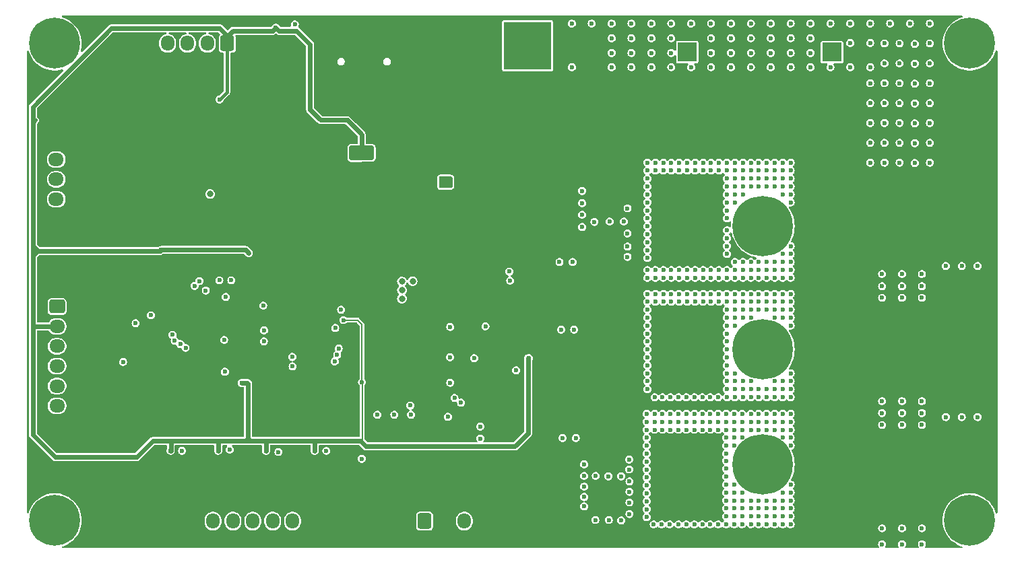
<source format=gbr>
%TF.GenerationSoftware,KiCad,Pcbnew,8.0.3*%
%TF.CreationDate,2025-02-08T18:07:50+07:00*%
%TF.ProjectId,VESC V.2,56455343-2056-42e3-922e-6b696361645f,rev?*%
%TF.SameCoordinates,Original*%
%TF.FileFunction,Copper,L3,Inr*%
%TF.FilePolarity,Positive*%
%FSLAX46Y46*%
G04 Gerber Fmt 4.6, Leading zero omitted, Abs format (unit mm)*
G04 Created by KiCad (PCBNEW 8.0.3) date 2025-02-08 18:07:50*
%MOMM*%
%LPD*%
G01*
G04 APERTURE LIST*
G04 Aperture macros list*
%AMRoundRect*
0 Rectangle with rounded corners*
0 $1 Rounding radius*
0 $2 $3 $4 $5 $6 $7 $8 $9 X,Y pos of 4 corners*
0 Add a 4 corners polygon primitive as box body*
4,1,4,$2,$3,$4,$5,$6,$7,$8,$9,$2,$3,0*
0 Add four circle primitives for the rounded corners*
1,1,$1+$1,$2,$3*
1,1,$1+$1,$4,$5*
1,1,$1+$1,$6,$7*
1,1,$1+$1,$8,$9*
0 Add four rect primitives between the rounded corners*
20,1,$1+$1,$2,$3,$4,$5,0*
20,1,$1+$1,$4,$5,$6,$7,0*
20,1,$1+$1,$6,$7,$8,$9,0*
20,1,$1+$1,$8,$9,$2,$3,0*%
G04 Aperture macros list end*
%TA.AperFunction,ComponentPad*%
%ADD10RoundRect,0.250000X0.600000X0.725000X-0.600000X0.725000X-0.600000X-0.725000X0.600000X-0.725000X0*%
%TD*%
%TA.AperFunction,ComponentPad*%
%ADD11O,1.700000X1.950000*%
%TD*%
%TA.AperFunction,ComponentPad*%
%ADD12RoundRect,0.250000X-0.725000X0.600000X-0.725000X-0.600000X0.725000X-0.600000X0.725000X0.600000X0*%
%TD*%
%TA.AperFunction,ComponentPad*%
%ADD13O,1.950000X1.700000*%
%TD*%
%TA.AperFunction,ComponentPad*%
%ADD14C,6.400000*%
%TD*%
%TA.AperFunction,ComponentPad*%
%ADD15RoundRect,0.250000X-0.600000X-0.725000X0.600000X-0.725000X0.600000X0.725000X-0.600000X0.725000X0*%
%TD*%
%TA.AperFunction,ComponentPad*%
%ADD16C,6.000000*%
%TD*%
%TA.AperFunction,ComponentPad*%
%ADD17R,6.000000X6.000000*%
%TD*%
%TA.AperFunction,ComponentPad*%
%ADD18O,1.000000X2.100000*%
%TD*%
%TA.AperFunction,ComponentPad*%
%ADD19O,1.000000X1.800000*%
%TD*%
%TA.AperFunction,ComponentPad*%
%ADD20C,7.600000*%
%TD*%
%TA.AperFunction,ComponentPad*%
%ADD21R,2.400000X2.400000*%
%TD*%
%TA.AperFunction,ComponentPad*%
%ADD22C,2.400000*%
%TD*%
%TA.AperFunction,ViaPad*%
%ADD23C,0.800000*%
%TD*%
%TA.AperFunction,ViaPad*%
%ADD24C,0.600000*%
%TD*%
%TA.AperFunction,Conductor*%
%ADD25C,0.600000*%
%TD*%
%TA.AperFunction,Conductor*%
%ADD26C,0.400000*%
%TD*%
%TA.AperFunction,Conductor*%
%ADD27C,0.200000*%
%TD*%
G04 APERTURE END LIST*
D10*
%TO.N,VCC*%
%TO.C,J1*%
X86700000Y-35000000D03*
D11*
%TO.N,SWCLK*%
X84200000Y-35000000D03*
%TO.N,SWDIO*%
X81700000Y-35000000D03*
%TO.N,NRST*%
X79200000Y-35000000D03*
%TO.N,GND*%
X76700000Y-35000000D03*
%TD*%
D12*
%TO.N,+5V*%
%TO.C,J5*%
X65300000Y-68100000D03*
D13*
%TO.N,VCC*%
X65300000Y-70600000D03*
%TO.N,/MCU/TX_SDA_NSS*%
X65300000Y-73100000D03*
%TO.N,/MCU/SCK_ADC_EXT*%
X65300000Y-75600000D03*
%TO.N,/MCU/MISO_ADC_EXT2*%
X65300000Y-78100000D03*
%TO.N,/MCU/RX_SCL_MOSI*%
X65300000Y-80600000D03*
%TO.N,GND*%
X65300000Y-83100000D03*
%TD*%
D14*
%TO.N,unconnected-(H4-Pad1)*%
%TO.C,H4*%
X65000000Y-95000000D03*
%TD*%
%TO.N,unconnected-(H2-Pad1)*%
%TO.C,H2*%
X180000000Y-95000000D03*
%TD*%
D15*
%TO.N,+5V*%
%TO.C,J6*%
X111500000Y-95100000D03*
D11*
%TO.N,GND*%
X114000000Y-95100000D03*
%TO.N,Net-(J6-Pin_3)*%
X116500000Y-95100000D03*
%TD*%
D16*
%TO.N,GND*%
%TO.C,J7*%
X117250000Y-35300000D03*
D17*
%TO.N,V_SUPPLY*%
X124450000Y-35300000D03*
%TD*%
D18*
%TO.N,GND*%
%TO.C,J2*%
X108200000Y-37800000D03*
D19*
X108200000Y-33620000D03*
D18*
X99560000Y-37800000D03*
D19*
X99560000Y-33620000D03*
%TD*%
D14*
%TO.N,unconnected-(H1-Pad1)*%
%TO.C,H1*%
X180000000Y-35000000D03*
%TD*%
%TO.N,unconnected-(H3-Pad1)*%
%TO.C,H3*%
X65000000Y-35000000D03*
%TD*%
D20*
%TO.N,/MOSFET DRIVER/H3_VS*%
%TO.C,H7*%
X154000000Y-88000000D03*
%TD*%
D15*
%TO.N,GND*%
%TO.C,J4*%
X82400000Y-95100000D03*
D11*
%TO.N,/HALL_FILTER/TEMP_IN*%
X84900000Y-95100000D03*
%TO.N,/HALL_FILTER/HALL3_IN*%
X87400000Y-95100000D03*
%TO.N,/HALL_FILTER/HALL2_IN*%
X89900000Y-95100000D03*
%TO.N,/HALL_FILTER/HALL1_IN*%
X92400000Y-95100000D03*
%TO.N,+5V*%
X94900000Y-95100000D03*
%TD*%
D20*
%TO.N,/MOSFET DRIVER/H2_VS*%
%TO.C,H6*%
X154000000Y-73500000D03*
%TD*%
D21*
%TO.N,V_SUPPLY*%
%TO.C,C60*%
X144500000Y-36087246D03*
D22*
%TO.N,GND*%
X144500000Y-43587246D03*
%TD*%
D12*
%TO.N,GND*%
%TO.C,J3*%
X65200000Y-47100000D03*
D13*
%TO.N,/CAN BUS/CANL*%
X65200000Y-49600000D03*
%TO.N,/CAN BUS/CANH*%
X65200000Y-52100000D03*
%TO.N,+5V*%
X65200000Y-54600000D03*
%TD*%
D20*
%TO.N,/MOSFET DRIVER/H1_VS*%
%TO.C,H5*%
X154000000Y-58000000D03*
%TD*%
D21*
%TO.N,V_SUPPLY*%
%TO.C,C61*%
X162700000Y-36100000D03*
D22*
%TO.N,GND*%
X162700000Y-43600000D03*
%TD*%
D23*
%TO.N,GND*%
X135800000Y-43700000D03*
X139700000Y-43700000D03*
X155000000Y-43650000D03*
X158800000Y-43650000D03*
X147350000Y-43650000D03*
X151100000Y-43650000D03*
D24*
%TO.N,NRST*%
X75175000Y-70200000D03*
D23*
X84550000Y-53950000D03*
D24*
%TO.N,GND*%
X92950000Y-53400000D03*
X110300000Y-49100000D03*
D23*
X128550000Y-76300000D03*
D24*
X121000000Y-54250000D03*
D23*
X158900000Y-45600000D03*
D24*
X181200000Y-49200000D03*
X117700000Y-53400000D03*
D23*
X130700000Y-96000000D03*
D24*
X122500000Y-58000000D03*
D23*
X158900000Y-47650000D03*
D24*
X95200000Y-56650000D03*
X121250000Y-91750000D03*
X101800000Y-86700000D03*
X77200000Y-45650000D03*
X181200000Y-44600000D03*
X179900000Y-46900000D03*
X182500000Y-49200000D03*
X182500000Y-50300000D03*
D23*
X73400000Y-92600000D03*
D24*
X69600000Y-82800000D03*
D23*
X130450000Y-76300000D03*
D24*
X180000000Y-88800000D03*
X72600000Y-69100000D03*
X181200000Y-51500000D03*
X182500000Y-43400000D03*
X122000000Y-93250000D03*
D23*
X129500000Y-77250000D03*
D24*
X84600000Y-49650000D03*
X90750000Y-39350000D03*
X179800000Y-73000000D03*
X110300000Y-84700000D03*
X121750000Y-57250000D03*
X177300000Y-52700000D03*
X72600000Y-72500000D03*
D23*
X128400000Y-68000000D03*
D24*
X178600000Y-39900000D03*
X177300000Y-49200000D03*
X117700000Y-67800000D03*
X112500000Y-49100000D03*
X84600000Y-48850000D03*
X181200000Y-52700000D03*
X122750000Y-92500000D03*
X70800000Y-78400000D03*
X72600000Y-70600000D03*
D23*
X135850000Y-47650000D03*
D24*
X91350000Y-74150000D03*
X177300000Y-51500000D03*
X122000000Y-90250000D03*
D23*
X155100000Y-45600000D03*
D24*
X105000000Y-84700000D03*
X69300000Y-77600000D03*
X92950000Y-42300000D03*
D23*
X65200000Y-42850000D03*
D24*
X177300000Y-48000000D03*
X93100000Y-61400000D03*
X72400000Y-60300000D03*
X116500000Y-67200000D03*
X179800000Y-71900000D03*
X92950000Y-56550000D03*
X181100000Y-73000000D03*
X122500000Y-52750000D03*
D23*
X130450000Y-75350000D03*
D24*
X182600000Y-91100000D03*
X182500000Y-55000000D03*
X177400000Y-87600000D03*
X117700000Y-56000000D03*
X182500000Y-38700000D03*
X78400000Y-75200000D03*
X93150000Y-74150000D03*
X114100000Y-57200000D03*
X178600000Y-45700000D03*
X72600000Y-74000000D03*
X132600000Y-43200000D03*
X177300000Y-45700000D03*
X122750000Y-89500000D03*
X181200000Y-42200000D03*
X98500000Y-40500000D03*
X72600000Y-71700000D03*
X121750000Y-55000000D03*
X95800000Y-80700000D03*
X117700000Y-62600000D03*
X121000000Y-52750000D03*
X91300000Y-76000000D03*
X178500000Y-71900000D03*
D23*
X151100000Y-41731000D03*
D24*
X121000000Y-58000000D03*
X121000000Y-55000000D03*
X102600000Y-80200000D03*
X121250000Y-91000000D03*
D23*
X129500000Y-76300000D03*
D24*
X177300000Y-44600000D03*
X74600000Y-78400000D03*
X95150000Y-53450000D03*
X116500000Y-68000000D03*
X181200000Y-45700000D03*
D23*
X143550000Y-47650000D03*
D24*
X177300000Y-43400000D03*
D23*
X131400000Y-74400000D03*
D24*
X122750000Y-91000000D03*
X86000000Y-46250000D03*
X121250000Y-87250000D03*
X106100000Y-84700000D03*
X95150000Y-61400000D03*
D23*
X100900000Y-90850000D03*
D24*
X121000000Y-55750000D03*
X181200000Y-46900000D03*
X117700000Y-65200000D03*
X69300000Y-75900000D03*
D23*
X76200000Y-95350000D03*
D24*
X121250000Y-88750000D03*
X95250000Y-48000000D03*
X82500000Y-82800000D03*
X102300000Y-64300000D03*
X179900000Y-56200000D03*
D23*
X135850000Y-45600000D03*
X131400000Y-78200000D03*
D24*
X79600000Y-78000000D03*
X181200000Y-56200000D03*
X177300000Y-46900000D03*
X122000000Y-89500000D03*
X178600000Y-55000000D03*
X121750000Y-52000000D03*
X73600000Y-59100000D03*
D23*
X139650000Y-41731000D03*
X162700000Y-41731000D03*
D24*
X87700000Y-39950000D03*
X90150000Y-46150000D03*
X178700000Y-88800000D03*
X180000000Y-89900000D03*
X182500000Y-51500000D03*
X96200000Y-71350000D03*
X122000000Y-92500000D03*
X80900000Y-48350000D03*
D23*
X129500000Y-74400000D03*
D24*
X86950000Y-62000000D03*
X178700000Y-91100000D03*
X122600000Y-73600000D03*
X101900000Y-80200000D03*
D23*
X127000000Y-81400000D03*
D24*
X177300000Y-50300000D03*
D23*
X111050000Y-90800000D03*
X100400000Y-97500000D03*
D24*
X121750000Y-56500000D03*
X91100000Y-79300000D03*
X178700000Y-89900000D03*
X182500000Y-53900000D03*
X122500000Y-54250000D03*
X182500000Y-39900000D03*
X75900000Y-78000000D03*
D23*
X143550000Y-45600000D03*
D24*
X122750000Y-90250000D03*
X117700000Y-66500000D03*
X178600000Y-52700000D03*
X69200000Y-72500000D03*
X122750000Y-87250000D03*
X114100000Y-90900000D03*
X122500000Y-52000000D03*
D23*
X62500000Y-89700000D03*
D24*
X177200000Y-73000000D03*
X182600000Y-88800000D03*
X179900000Y-53900000D03*
X179900000Y-51500000D03*
X179900000Y-41000000D03*
X181300000Y-91100000D03*
X75300000Y-82800000D03*
X179900000Y-52700000D03*
X95100000Y-65050000D03*
D23*
X155000000Y-41731000D03*
D24*
X179900000Y-44600000D03*
X93050000Y-63250000D03*
X121000000Y-56500000D03*
X178600000Y-49200000D03*
X88400000Y-41650000D03*
X90150000Y-53450000D03*
X114800000Y-57200000D03*
X103400000Y-93700000D03*
X115500000Y-57200000D03*
X83850000Y-39550000D03*
X121250000Y-88000000D03*
X180000000Y-87600000D03*
X177300000Y-42200000D03*
D23*
X128550000Y-74400000D03*
D24*
X79900000Y-41750000D03*
X123400000Y-73600000D03*
X94600000Y-80700000D03*
X79900000Y-49350000D03*
X72600000Y-69800000D03*
X122750000Y-88750000D03*
X178600000Y-41000000D03*
D23*
X131400000Y-77250000D03*
D24*
X179900000Y-55000000D03*
X182500000Y-45700000D03*
X179900000Y-49200000D03*
X109200000Y-49100000D03*
X121750000Y-58000000D03*
X101800000Y-85800000D03*
X182400000Y-71900000D03*
X111400000Y-49100000D03*
X181200000Y-38700000D03*
X122500000Y-57250000D03*
X122500000Y-55750000D03*
X90150000Y-50300000D03*
X117700000Y-54700000D03*
D23*
X162650000Y-47650000D03*
D24*
X177300000Y-38700000D03*
X125700000Y-73600000D03*
D23*
X63650000Y-63600000D03*
D24*
X90150000Y-42350000D03*
X72600000Y-68300000D03*
X182600000Y-87600000D03*
X122000000Y-91750000D03*
X121750000Y-53500000D03*
X78000000Y-58400000D03*
D23*
X131400000Y-72550000D03*
D24*
X106400000Y-41900000D03*
X182500000Y-56200000D03*
X178600000Y-48000000D03*
X99700000Y-78600000D03*
X121750000Y-52750000D03*
D23*
X118400000Y-76200000D03*
D24*
X106900000Y-49100000D03*
X177300000Y-53900000D03*
X80200000Y-82800000D03*
D23*
X147350000Y-41731000D03*
D24*
X178600000Y-44600000D03*
X109300000Y-84700000D03*
X131100000Y-64400000D03*
X181300000Y-88800000D03*
X122000000Y-88000000D03*
D23*
X158800000Y-41731000D03*
D24*
X121750000Y-55750000D03*
X121250000Y-90250000D03*
X182500000Y-52700000D03*
D23*
X70650000Y-89800000D03*
D24*
X178600000Y-38700000D03*
X122000000Y-88750000D03*
X77900000Y-82800000D03*
X86900000Y-80300000D03*
X131800000Y-43200000D03*
X122750000Y-91750000D03*
D23*
X63650000Y-59150000D03*
X131400000Y-71600000D03*
D24*
X95500000Y-45600000D03*
X78800000Y-58400000D03*
X177300000Y-55000000D03*
X131100000Y-63600000D03*
D23*
X128550000Y-75350000D03*
X131400000Y-73500000D03*
D24*
X181100000Y-71900000D03*
D23*
X131400000Y-70650000D03*
D24*
X99700000Y-78000000D03*
X181300000Y-89900000D03*
X178700000Y-87600000D03*
X179900000Y-42200000D03*
X92900000Y-39000000D03*
X108200000Y-84700000D03*
X177300000Y-39900000D03*
D23*
X131400000Y-76300000D03*
D24*
X122500000Y-53500000D03*
X181200000Y-53900000D03*
X114900000Y-90900000D03*
X181200000Y-39900000D03*
X122000000Y-87250000D03*
X182600000Y-89900000D03*
D23*
X122000000Y-81400000D03*
X68900000Y-39100000D03*
D24*
X80300000Y-58400000D03*
D23*
X70600000Y-97600000D03*
D24*
X122000000Y-91000000D03*
D23*
X130450000Y-77250000D03*
D24*
X74600000Y-45650000D03*
X121250000Y-89500000D03*
X72500000Y-78400000D03*
X88400000Y-42450000D03*
X179900000Y-48000000D03*
D23*
X131400000Y-75350000D03*
D24*
X178600000Y-53900000D03*
X117700000Y-50800000D03*
X179900000Y-50300000D03*
D23*
X139750000Y-45600000D03*
D24*
X117700000Y-52100000D03*
X77150939Y-70871866D03*
X108200000Y-49100000D03*
X75900000Y-78900000D03*
X92700000Y-65000000D03*
X179900000Y-45700000D03*
X79500000Y-58400000D03*
X178500000Y-73000000D03*
X182500000Y-41000000D03*
X133400000Y-43200000D03*
X117700000Y-57300000D03*
X89450000Y-58350000D03*
X90150000Y-56700000D03*
X121250000Y-93250000D03*
X95300000Y-38950000D03*
X178600000Y-50300000D03*
X178600000Y-51500000D03*
X177400000Y-88800000D03*
D23*
X107000000Y-90800000D03*
D24*
X131000000Y-43200000D03*
D23*
X151200000Y-47650000D03*
D24*
X95100000Y-50350000D03*
D23*
X155100000Y-47650000D03*
D24*
X182500000Y-48000000D03*
X67500000Y-71900000D03*
D23*
X135750000Y-41731000D03*
X147450000Y-45600000D03*
X143450000Y-41731000D03*
D24*
X91050000Y-58350000D03*
X121750000Y-54250000D03*
X101100000Y-47500000D03*
X98700000Y-45650000D03*
X179900000Y-38700000D03*
X117700000Y-63900000D03*
X122500000Y-56500000D03*
X121250000Y-92500000D03*
X107200000Y-84700000D03*
X177400000Y-89900000D03*
X101650000Y-45650000D03*
X92950000Y-46050000D03*
D23*
X151200000Y-45600000D03*
X139750000Y-47650000D03*
D24*
X72200000Y-82800000D03*
X98700000Y-47500000D03*
X122750000Y-88000000D03*
X122750000Y-93250000D03*
X182500000Y-46900000D03*
X179900000Y-43400000D03*
X121000000Y-53500000D03*
X92950000Y-50200000D03*
X177300000Y-41000000D03*
X96200000Y-69700000D03*
X180000000Y-91100000D03*
X181200000Y-43400000D03*
X121000000Y-57250000D03*
X177400000Y-91100000D03*
X122500000Y-55000000D03*
X96200000Y-68250000D03*
X181200000Y-41000000D03*
D23*
X129500000Y-75350000D03*
D24*
X126500000Y-73600000D03*
X93200000Y-75950000D03*
X72600000Y-73200000D03*
X79600000Y-78900000D03*
X69300000Y-74100000D03*
X182500000Y-44600000D03*
X103400000Y-92600000D03*
X177300000Y-56200000D03*
D23*
X162650000Y-45600000D03*
X147450000Y-47650000D03*
D24*
X101600000Y-64300000D03*
X96200000Y-66650000D03*
X178600000Y-46900000D03*
X182400000Y-73000000D03*
X78400000Y-73950000D03*
D23*
X128550000Y-77250000D03*
D24*
X181300000Y-87600000D03*
X88500000Y-80300000D03*
X181200000Y-48000000D03*
X81000000Y-42550000D03*
X95150000Y-63250000D03*
X178600000Y-42200000D03*
D23*
X107000000Y-97500000D03*
D24*
X98500000Y-41400000D03*
X178600000Y-43400000D03*
D23*
X72150000Y-35850000D03*
D24*
X83350000Y-62000000D03*
X181200000Y-50300000D03*
X179900000Y-39900000D03*
X181200000Y-55000000D03*
D23*
X130450000Y-74400000D03*
D24*
X111400000Y-62900000D03*
X182500000Y-42200000D03*
X178600000Y-56200000D03*
X121000000Y-52000000D03*
X177200000Y-71900000D03*
X108600000Y-62900000D03*
%TO.N,VCC*%
X101277746Y-69802343D03*
X88500000Y-77725000D03*
X104050000Y-49200000D03*
X103637870Y-77611970D03*
X103400000Y-49200000D03*
X78400000Y-60975000D03*
X104700000Y-49200000D03*
X85550000Y-86250000D03*
X92800000Y-33020000D03*
X97675000Y-86262500D03*
X89400000Y-61375000D03*
X85725000Y-42050000D03*
X104050000Y-48400000D03*
X91575000Y-86262500D03*
X79575000Y-86250000D03*
X103350000Y-48400000D03*
X124600000Y-74600000D03*
X104750000Y-48400000D03*
%TO.N,/MOSFET DRIVER/H1_VS*%
X153500000Y-63500000D03*
X152500000Y-51000000D03*
X146500000Y-64500000D03*
X139500000Y-64500000D03*
X139500000Y-57000000D03*
X155500000Y-51000000D03*
X143500000Y-64500000D03*
X151500000Y-51000000D03*
X141500000Y-63500000D03*
X153500000Y-50000000D03*
X151500000Y-50000000D03*
X151500000Y-53000000D03*
X144500000Y-50000000D03*
X139500000Y-54000000D03*
X151500000Y-63500000D03*
X149500000Y-53000000D03*
X156500000Y-53000000D03*
X149500000Y-56000000D03*
X145500000Y-51000000D03*
X157500000Y-52000000D03*
X150500000Y-63500000D03*
X142500000Y-50000000D03*
X155500000Y-52000000D03*
X149500000Y-63500000D03*
X153500000Y-64500000D03*
X146500000Y-51000000D03*
X145500000Y-63500000D03*
X142500000Y-63500000D03*
X157500000Y-53000000D03*
X157500000Y-62500000D03*
X151500000Y-64500000D03*
X150500000Y-53000000D03*
X153500000Y-53000000D03*
X139500000Y-63500000D03*
X149500000Y-59500000D03*
X150500000Y-54000000D03*
X149500000Y-51000000D03*
X139500000Y-55000000D03*
X145500000Y-50000000D03*
X154500000Y-63500000D03*
X149500000Y-57000000D03*
X149500000Y-60500000D03*
X150500000Y-52000000D03*
X142500000Y-64500000D03*
X151500000Y-62500000D03*
X157500000Y-55000000D03*
X146500000Y-50000000D03*
X151500000Y-54000000D03*
X156500000Y-63500000D03*
X147500000Y-64500000D03*
X156500000Y-62500000D03*
X156500000Y-50000000D03*
X156500000Y-51000000D03*
X140500000Y-64500000D03*
X151500000Y-52000000D03*
X119144607Y-70594607D03*
X154500000Y-64500000D03*
X153500000Y-51000000D03*
X155500000Y-64500000D03*
X144500000Y-64500000D03*
X148500000Y-63500000D03*
X150500000Y-55000000D03*
X139500000Y-62000000D03*
X153500000Y-62500000D03*
X130100000Y-62500000D03*
X157500000Y-64500000D03*
X147500000Y-50000000D03*
X147500000Y-51000000D03*
X156500000Y-61500000D03*
X141500000Y-50000000D03*
X143500000Y-50000000D03*
X139500000Y-51000000D03*
X144500000Y-51000000D03*
X156500000Y-54000000D03*
X157500000Y-60500000D03*
X149500000Y-58500000D03*
X152500000Y-52000000D03*
X139500000Y-61000000D03*
X157500000Y-54000000D03*
X148500000Y-50000000D03*
X153500000Y-52000000D03*
X143500000Y-63500000D03*
X139500000Y-52000000D03*
X150500000Y-62500000D03*
X140500000Y-51000000D03*
X148500000Y-51000000D03*
X154500000Y-52000000D03*
X155500000Y-53000000D03*
X149500000Y-50000000D03*
X152500000Y-50000000D03*
X156500000Y-52000000D03*
X155500000Y-62500000D03*
X140500000Y-50000000D03*
X142500000Y-51000000D03*
X144500000Y-63500000D03*
X157500000Y-51000000D03*
X157500000Y-50000000D03*
X146500000Y-63500000D03*
X143500000Y-51000000D03*
X145500000Y-64500000D03*
X139500000Y-50000000D03*
X156500000Y-64500000D03*
X154500000Y-53000000D03*
X139500000Y-59000000D03*
X141500000Y-51000000D03*
X139500000Y-60000000D03*
X139500000Y-58000000D03*
X152500000Y-62500000D03*
X155500000Y-50000000D03*
X139500000Y-56000000D03*
X150500000Y-64500000D03*
X150500000Y-50000000D03*
X154500000Y-62500000D03*
X149500000Y-61500000D03*
X149500000Y-64500000D03*
X139500000Y-53000000D03*
X157500000Y-61500000D03*
X154500000Y-51000000D03*
X140500000Y-63500000D03*
X152500000Y-64500000D03*
X114725000Y-70675000D03*
X152500000Y-53000000D03*
X147500000Y-63500000D03*
X152500000Y-63500000D03*
X148500000Y-64500000D03*
X149500000Y-54000000D03*
X157500000Y-63500000D03*
X149500000Y-55000000D03*
X155500000Y-63500000D03*
X141500000Y-64500000D03*
X150500000Y-51000000D03*
X154500000Y-50000000D03*
X149500000Y-52000000D03*
%TO.N,/MOSFET DRIVER/H2_VS*%
X149500000Y-76500000D03*
X152500000Y-66500000D03*
X155500000Y-66500000D03*
X155500000Y-78500000D03*
X145500000Y-67500000D03*
X149500000Y-67500000D03*
X149500000Y-71500000D03*
X157500000Y-66500000D03*
X157500000Y-70500000D03*
X154500000Y-79500000D03*
X149500000Y-78500000D03*
X153500000Y-78500000D03*
X139500000Y-68500000D03*
X149500000Y-68500000D03*
X139500000Y-75500000D03*
X149500000Y-77500000D03*
X114691550Y-74475000D03*
X156500000Y-69500000D03*
X148500000Y-66500000D03*
X145400000Y-79500000D03*
X149500000Y-66500000D03*
X152500000Y-69500000D03*
X144500000Y-66500000D03*
X143400000Y-79500000D03*
X140500000Y-67500000D03*
X147500000Y-67500000D03*
X149500000Y-74500000D03*
X155500000Y-69500000D03*
X153500000Y-79500000D03*
X157500000Y-76500000D03*
X155500000Y-67500000D03*
X151500000Y-67500000D03*
X151500000Y-78500000D03*
X153500000Y-67500000D03*
X142500000Y-66500000D03*
X157500000Y-77500000D03*
X157500000Y-67500000D03*
X142400000Y-79500000D03*
X149500000Y-70500000D03*
X139500000Y-69500000D03*
X150500000Y-69500000D03*
X151500000Y-68500000D03*
X146500000Y-67500000D03*
X155500000Y-77500000D03*
X139500000Y-72500000D03*
X154500000Y-78500000D03*
X149500000Y-72500000D03*
X139500000Y-71500000D03*
X150500000Y-76500000D03*
X154500000Y-68500000D03*
X141400000Y-79500000D03*
X149500000Y-79500000D03*
X143500000Y-67500000D03*
X149500000Y-75500000D03*
X130300000Y-71010000D03*
X155500000Y-79500000D03*
X152500000Y-79500000D03*
X147400000Y-79500000D03*
X157500000Y-79500000D03*
X152500000Y-68500000D03*
X156500000Y-67500000D03*
X152500000Y-77500000D03*
X156500000Y-77500000D03*
X150500000Y-79500000D03*
X151500000Y-66500000D03*
X154500000Y-67500000D03*
X147500000Y-66500000D03*
X139500000Y-78500000D03*
X139500000Y-76500000D03*
X139500000Y-73500000D03*
X157500000Y-69500000D03*
X153500000Y-66500000D03*
X150500000Y-77500000D03*
X150500000Y-66500000D03*
X139500000Y-70500000D03*
X139500000Y-77500000D03*
X152500000Y-67500000D03*
X154500000Y-66500000D03*
X157500000Y-68500000D03*
X141500000Y-67500000D03*
X139500000Y-66500000D03*
X144400000Y-79500000D03*
X151500000Y-79500000D03*
X151500000Y-69500000D03*
X151500000Y-77500000D03*
X140400000Y-79500000D03*
X140500000Y-66500000D03*
X153500000Y-68500000D03*
X156500000Y-68500000D03*
X142500000Y-67500000D03*
X148400000Y-79500000D03*
X152500000Y-78500000D03*
X146500000Y-66500000D03*
X150500000Y-67500000D03*
X148500000Y-67500000D03*
X143500000Y-66500000D03*
X156500000Y-79500000D03*
X150500000Y-68500000D03*
X155500000Y-68500000D03*
X150500000Y-70500000D03*
X146400000Y-79500000D03*
X144500000Y-67500000D03*
X139500000Y-74500000D03*
X139500000Y-67500000D03*
X157500000Y-78500000D03*
X117725000Y-74600000D03*
X150500000Y-78500000D03*
X156500000Y-66500000D03*
X149500000Y-73500000D03*
X141500000Y-66500000D03*
X145500000Y-66500000D03*
X149500000Y-69500000D03*
X156500000Y-78500000D03*
%TO.N,/MOSFET DRIVER/H3_VS*%
X154500000Y-95500000D03*
X152500000Y-81600000D03*
X157500000Y-84600000D03*
X149400000Y-93500000D03*
X155500000Y-92500000D03*
X155500000Y-94500000D03*
X151400000Y-82600000D03*
X147400000Y-82600000D03*
X139400000Y-93600000D03*
X139400000Y-94600000D03*
X157500000Y-85600000D03*
X153500000Y-92500000D03*
X154500000Y-81600000D03*
X149400000Y-86600000D03*
X139400000Y-83600000D03*
X157500000Y-82600000D03*
X154500000Y-93500000D03*
X157500000Y-92500000D03*
X149400000Y-88500000D03*
X150400000Y-90500000D03*
X143400000Y-81600000D03*
X155500000Y-83600000D03*
X151400000Y-93500000D03*
X155500000Y-82600000D03*
X151400000Y-95500000D03*
X150400000Y-83600000D03*
X147400000Y-95500000D03*
X147400000Y-83600000D03*
X157500000Y-83600000D03*
X156500000Y-83600000D03*
X146400000Y-95500000D03*
X149400000Y-92500000D03*
X145400000Y-82600000D03*
X149400000Y-95500000D03*
X151400000Y-92500000D03*
X154500000Y-82600000D03*
X140400000Y-83600000D03*
X152500000Y-83600000D03*
X153500000Y-94500000D03*
X149400000Y-89500000D03*
X148400000Y-82600000D03*
X143400000Y-95500000D03*
X156500000Y-81600000D03*
X157500000Y-81600000D03*
X140400000Y-82600000D03*
X149400000Y-94500000D03*
X139400000Y-89600000D03*
X152500000Y-92500000D03*
X155500000Y-81600000D03*
X153500000Y-93500000D03*
X150400000Y-81600000D03*
X145400000Y-95500000D03*
X154500000Y-92500000D03*
X156500000Y-91500000D03*
X144400000Y-95500000D03*
X140400000Y-81600000D03*
X145400000Y-81600000D03*
X139400000Y-81600000D03*
X149400000Y-91500000D03*
X150400000Y-85600000D03*
X151400000Y-81600000D03*
X146400000Y-82600000D03*
X146400000Y-83600000D03*
X153500000Y-81600000D03*
X147400000Y-81600000D03*
X153500000Y-82600000D03*
X150400000Y-91500000D03*
X149400000Y-90500000D03*
X149400000Y-83600000D03*
X143400000Y-82600000D03*
X151400000Y-94500000D03*
X148400000Y-95500000D03*
X155500000Y-93500000D03*
X141400000Y-82600000D03*
X149400000Y-87500000D03*
X149400000Y-81600000D03*
X156500000Y-84600000D03*
X139400000Y-91600000D03*
X145400000Y-83600000D03*
X153500000Y-95500000D03*
X150400000Y-92500000D03*
X151400000Y-91500000D03*
X157500000Y-93500000D03*
X156500000Y-93500000D03*
X144400000Y-83600000D03*
X156500000Y-82600000D03*
X157500000Y-95500000D03*
X151400000Y-83600000D03*
X157500000Y-91500000D03*
X153500000Y-83600000D03*
X143400000Y-83600000D03*
X142400000Y-82600000D03*
X142400000Y-83600000D03*
X154500000Y-83600000D03*
X142400000Y-81600000D03*
X154500000Y-94500000D03*
X149400000Y-85600000D03*
X152500000Y-94500000D03*
X139400000Y-87600000D03*
X150400000Y-94500000D03*
X144400000Y-82600000D03*
X148400000Y-83600000D03*
X140300000Y-95500000D03*
X139400000Y-86600000D03*
X146400000Y-81600000D03*
X157500000Y-94500000D03*
X152500000Y-82600000D03*
X155500000Y-95500000D03*
X156500000Y-94500000D03*
X114716550Y-77685100D03*
X142300000Y-95500000D03*
X152500000Y-95500000D03*
X139400000Y-88600000D03*
X141400000Y-83600000D03*
X150400000Y-93500000D03*
X149400000Y-84600000D03*
X130500000Y-84640000D03*
X139400000Y-84600000D03*
X151400000Y-84600000D03*
X150400000Y-82600000D03*
X156500000Y-95500000D03*
X141400000Y-81600000D03*
X139400000Y-82600000D03*
X150400000Y-84600000D03*
X115250000Y-79600000D03*
X152500000Y-93500000D03*
X150400000Y-95500000D03*
X139400000Y-85600000D03*
X156500000Y-92500000D03*
X149400000Y-82600000D03*
X139400000Y-90600000D03*
X157500000Y-90500000D03*
X148400000Y-81600000D03*
X141300000Y-95500000D03*
X144400000Y-81600000D03*
X139400000Y-92600000D03*
%TO.N,Net-(IC1-SP1)*%
X114425000Y-81975000D03*
X116075000Y-80200000D03*
%TO.N,V_SUPPLY*%
X181000000Y-82000000D03*
X152500000Y-34350000D03*
X169000000Y-98000000D03*
X174000000Y-80000000D03*
X169000000Y-83000000D03*
X169000000Y-81500000D03*
D23*
X108650000Y-67100000D03*
D24*
X174000000Y-64000000D03*
X171500000Y-64000000D03*
X135000000Y-34350000D03*
X173100000Y-47550000D03*
X171200000Y-50000000D03*
X175000000Y-37500000D03*
X173100000Y-50050000D03*
X137500000Y-34350000D03*
X171200000Y-42500000D03*
X167500000Y-32500000D03*
X105550000Y-81700000D03*
X147500000Y-32500000D03*
X171200000Y-35000000D03*
X165000000Y-32500000D03*
X169000000Y-80000000D03*
X173100000Y-42550000D03*
X167500000Y-45000000D03*
X175000000Y-50000000D03*
X165000000Y-34950000D03*
X155000000Y-36200000D03*
X165000000Y-38000000D03*
X150000000Y-32500000D03*
X170000000Y-32500000D03*
X175000000Y-45000000D03*
X140000000Y-34350000D03*
X169300000Y-37500000D03*
X174000000Y-81500000D03*
X160000000Y-32500000D03*
X169000000Y-65550000D03*
X175000000Y-35000000D03*
X140000000Y-38000000D03*
X132500000Y-32500000D03*
X147500000Y-36200000D03*
X172500000Y-32500000D03*
X181000000Y-63000000D03*
X152500000Y-36200000D03*
X162500000Y-32500000D03*
X73595000Y-75080000D03*
X169300000Y-42500000D03*
X135000000Y-36200000D03*
X147500000Y-38000000D03*
X171500000Y-65550000D03*
X147500000Y-34350000D03*
X109800000Y-81700000D03*
X171500000Y-81500000D03*
X169000000Y-67000000D03*
X145000000Y-38000000D03*
X167500000Y-34950000D03*
X169300000Y-47500000D03*
X174000000Y-98000000D03*
X174000000Y-96000000D03*
X157500000Y-34350000D03*
X152500000Y-38000000D03*
X137500000Y-32500000D03*
X150000000Y-36200000D03*
X142500000Y-34350000D03*
X171200000Y-37500000D03*
X171500000Y-98000000D03*
X169300000Y-45000000D03*
X137500000Y-38000000D03*
X175000000Y-40000000D03*
X171500000Y-67000000D03*
X167500000Y-42500000D03*
X171500000Y-80000000D03*
X179000000Y-63000000D03*
X167500000Y-50000000D03*
X157500000Y-38000000D03*
X179000000Y-82000000D03*
X109700000Y-80550000D03*
X137500000Y-36200000D03*
X160000000Y-38000000D03*
X175000000Y-32500000D03*
X150000000Y-38000000D03*
X107700000Y-81700000D03*
X157500000Y-32500000D03*
X150000000Y-34350000D03*
X155000000Y-38000000D03*
X167500000Y-47500000D03*
D23*
X110000000Y-64900000D03*
D24*
X142500000Y-38000000D03*
X155000000Y-34350000D03*
X155000000Y-32500000D03*
X160000000Y-34350000D03*
X142500000Y-32500000D03*
D23*
X108650000Y-64950000D03*
D24*
X174000000Y-67000000D03*
X162500000Y-38000000D03*
X171200000Y-47500000D03*
X169000000Y-96000000D03*
X173100000Y-40050000D03*
X169300000Y-40000000D03*
X171500000Y-83000000D03*
X167500000Y-38000000D03*
X145000000Y-32500000D03*
X140000000Y-32500000D03*
X140000000Y-36200000D03*
X160000000Y-36200000D03*
X173100000Y-45050000D03*
X130000000Y-32500000D03*
X175000000Y-42500000D03*
X135000000Y-32500000D03*
X169000000Y-64000000D03*
X142500000Y-36200000D03*
X174000000Y-65550000D03*
X175000000Y-47500000D03*
X157500000Y-36200000D03*
X130000000Y-38000000D03*
X169300000Y-35000000D03*
X169300000Y-50000000D03*
X152500000Y-32500000D03*
X171200000Y-45000000D03*
X167500000Y-40000000D03*
X171200000Y-40000000D03*
X173100000Y-35050000D03*
D23*
X108650000Y-66050000D03*
D24*
X135000000Y-38000000D03*
X174000000Y-83000000D03*
X177000000Y-82000000D03*
X173100000Y-37550000D03*
X177000000Y-63000000D03*
X171500000Y-96000000D03*
%TO.N,+5V*%
X114500000Y-52800000D03*
X113800000Y-52800000D03*
X95180223Y-32600000D03*
X114500000Y-52100000D03*
X113800000Y-52100000D03*
%TO.N,/MCU/ADC_TEMP*%
X123000000Y-76125000D03*
X81460946Y-73308096D03*
%TO.N,/HALL_FILTER/HALL1_OUT*%
X99150000Y-86262500D03*
X83199591Y-64888671D03*
%TO.N,/HALL_FILTER/HALL2_OUT*%
X82588671Y-65488671D03*
X93125000Y-86400000D03*
%TO.N,/HALL_FILTER/HALL3_OUT*%
X86500000Y-66900000D03*
X87000000Y-86100000D03*
%TO.N,/HALL_FILTER/TEMP_OUT*%
X81025000Y-86250000D03*
X77100000Y-69200000D03*
%TO.N,/MCU/SERVO*%
X103600000Y-87250000D03*
X84000000Y-66088671D03*
%TO.N,/MCU/SENS1*%
X80817756Y-72832376D03*
X128850000Y-84640000D03*
%TO.N,/MCU/SENS2*%
X80100000Y-72400000D03*
X128650000Y-71010000D03*
%TO.N,/MCU/SENS3*%
X128450000Y-62500000D03*
X79806591Y-71655745D03*
%TO.N,/MOSFET DRIVER/HI_LOW*%
X136550000Y-57400000D03*
X137000000Y-60550000D03*
X131300000Y-53550000D03*
X137000000Y-58900000D03*
X137000000Y-61850000D03*
X132850000Y-57450000D03*
X131300000Y-58100000D03*
X134750000Y-57400000D03*
X131300000Y-56550000D03*
X137000000Y-55750000D03*
X131300000Y-55100000D03*
%TO.N,/MOSFET DRIVER/H3_LOW*%
X131550000Y-87950000D03*
X134650000Y-94950000D03*
X132950000Y-94950000D03*
X131550000Y-89400000D03*
X136200000Y-89450000D03*
X131550000Y-90750000D03*
X133000000Y-89400000D03*
X137250000Y-92750000D03*
X137250000Y-94200000D03*
X137250000Y-90100000D03*
X137250000Y-91400000D03*
X137200000Y-88600000D03*
X136200000Y-95000000D03*
X131550000Y-93250000D03*
X131550000Y-92050000D03*
X137200000Y-87350000D03*
X134600000Y-89450000D03*
%TO.N,/MCU/H3*%
X94910049Y-75624265D03*
X94875735Y-74424265D03*
%TO.N,/MCU/H1*%
X91213945Y-67980000D03*
X100508602Y-74163227D03*
%TO.N,/MCU/DC_CAL*%
X91300000Y-72480000D03*
X100274875Y-70800000D03*
%TO.N,/MCU/FAULT*%
X85700000Y-64800000D03*
X101000000Y-68500000D03*
%TO.N,/MCU/L1*%
X91312821Y-71100000D03*
X100200000Y-75000000D03*
%TO.N,/MCU/EN_GATE*%
X87200000Y-64800000D03*
X100700246Y-73386519D03*
%TO.N,/MCU/RX_SCL_MOSI*%
X86400000Y-76300000D03*
X86300000Y-72300000D03*
%TO.N,/MOSFET DRIVER/SH2_A*%
X122150000Y-63700000D03*
X118500000Y-83200000D03*
%TO.N,/MOSFET DRIVER/SH2_B*%
X122250000Y-64850000D03*
X118500000Y-84700000D03*
%TD*%
D25*
%TO.N,VCC*%
X62250000Y-61750000D02*
X62250000Y-61850000D01*
X62900000Y-61100000D02*
X62250000Y-61750000D01*
X62250000Y-61850000D02*
X62250000Y-69300000D01*
X62250000Y-60900000D02*
X62250000Y-61850000D01*
X62350000Y-60550000D02*
X62250000Y-60550000D01*
X62900000Y-61100000D02*
X62350000Y-60550000D01*
X62900000Y-61100000D02*
X62450000Y-61100000D01*
X62250000Y-45050000D02*
X62250000Y-60550000D01*
X78275000Y-61100000D02*
X62900000Y-61100000D01*
X62250000Y-60550000D02*
X62250000Y-60900000D01*
X62300000Y-70600000D02*
X65300000Y-70600000D01*
D26*
X62650000Y-44650000D02*
X62250000Y-45050000D01*
D25*
X103600000Y-46468629D02*
X101781371Y-44650000D01*
X88950000Y-85000000D02*
X89750000Y-85000000D01*
X89300000Y-84650000D02*
X89300000Y-77800000D01*
X85550000Y-85000000D02*
X88950000Y-85000000D01*
X78400000Y-60975000D02*
X78275000Y-61100000D01*
X89300000Y-77800000D02*
X89225000Y-77725000D01*
X62250000Y-69300000D02*
X62250000Y-84200000D01*
X97100000Y-43300000D02*
X97100000Y-35100000D01*
X79600000Y-86225000D02*
X79575000Y-86250000D01*
X62450000Y-61100000D02*
X62250000Y-60900000D01*
X87400000Y-33400000D02*
X86700000Y-34100000D01*
D26*
X86650000Y-41125000D02*
X85725000Y-42050000D01*
D27*
X103650000Y-77624100D02*
X103650000Y-84800000D01*
D25*
X85550000Y-85000000D02*
X85550000Y-86250000D01*
X97700000Y-86237500D02*
X97675000Y-86262500D01*
X97100000Y-35100000D02*
X95400000Y-33400000D01*
X89750000Y-85000000D02*
X91550000Y-85000000D01*
X92800000Y-33020000D02*
X92420000Y-33400000D01*
X62250000Y-84200000D02*
X65100000Y-87050000D01*
X79600000Y-85000000D02*
X85550000Y-85000000D01*
X72132591Y-33100000D02*
X62250000Y-42982591D01*
X124500000Y-84050000D02*
X124500000Y-74600000D01*
X91550000Y-85000000D02*
X91550000Y-86237500D01*
X91550000Y-86237500D02*
X91575000Y-86262500D01*
D27*
X103637870Y-70337870D02*
X103637870Y-77611970D01*
D25*
X98450000Y-44650000D02*
X97100000Y-43300000D01*
X86700000Y-34050000D02*
X85750000Y-33100000D01*
X103600000Y-48400000D02*
X103600000Y-46468629D01*
X62250000Y-42982591D02*
X62250000Y-45050000D01*
X122850000Y-85700000D02*
X124500000Y-84050000D01*
X92420000Y-33400000D02*
X87400000Y-33400000D01*
X78400000Y-60975000D02*
X89000000Y-60975000D01*
X104150000Y-85700000D02*
X122850000Y-85700000D01*
X91550000Y-85000000D02*
X97700000Y-85000000D01*
X86700000Y-34100000D02*
X86700000Y-35000000D01*
X85750000Y-33100000D02*
X72132591Y-33100000D01*
X103450000Y-85000000D02*
X104150000Y-85700000D01*
D27*
X103650000Y-84800000D02*
X103450000Y-85000000D01*
D26*
X86700000Y-35000000D02*
X86650000Y-35050000D01*
D25*
X89650000Y-85000000D02*
X89750000Y-85000000D01*
X62250000Y-69300000D02*
X62250000Y-70450000D01*
X97700000Y-85000000D02*
X103450000Y-85000000D01*
X86700000Y-35000000D02*
X86700000Y-34050000D01*
X79600000Y-85000000D02*
X79600000Y-86225000D01*
D27*
X103637870Y-77611970D02*
X103650000Y-77624100D01*
D25*
X97700000Y-85000000D02*
X97700000Y-86237500D01*
X95400000Y-33400000D02*
X93180000Y-33400000D01*
X77350000Y-85000000D02*
X79600000Y-85000000D01*
X101781371Y-44650000D02*
X98450000Y-44650000D01*
X89000000Y-60975000D02*
X89400000Y-61375000D01*
X89300000Y-84650000D02*
X89650000Y-85000000D01*
X89225000Y-77725000D02*
X88500000Y-77725000D01*
X88950000Y-85000000D02*
X89300000Y-84650000D01*
D27*
X101277746Y-69802343D02*
X103102343Y-69802343D01*
D25*
X93180000Y-33400000D02*
X92800000Y-33020000D01*
X75300000Y-87050000D02*
X77350000Y-85000000D01*
D27*
X103102343Y-69802343D02*
X103637870Y-70337870D01*
D26*
X86650000Y-35050000D02*
X86650000Y-41125000D01*
D25*
X65100000Y-87050000D02*
X75300000Y-87050000D01*
%TD*%
%TA.AperFunction,Conductor*%
%TO.N,+5V*%
G36*
X114826182Y-51713091D02*
G01*
X114931454Y-51765727D01*
X114982613Y-51813314D01*
X115000000Y-51876636D01*
X115000000Y-53023364D01*
X114980315Y-53090403D01*
X114931454Y-53134273D01*
X114826182Y-53186909D01*
X114770728Y-53200000D01*
X113451362Y-53200000D01*
X113384323Y-53180315D01*
X113363681Y-53163681D01*
X113336319Y-53136319D01*
X113302834Y-53074996D01*
X113300000Y-53048638D01*
X113300000Y-51851362D01*
X113319685Y-51784323D01*
X113336319Y-51763681D01*
X113363681Y-51736319D01*
X113425004Y-51702834D01*
X113451362Y-51700000D01*
X114770728Y-51700000D01*
X114826182Y-51713091D01*
G37*
%TD.AperFunction*%
%TD*%
%TA.AperFunction,Conductor*%
%TO.N,GND*%
G36*
X179047010Y-31520185D02*
G01*
X179092765Y-31572989D01*
X179102709Y-31642147D01*
X179073684Y-31705703D01*
X179019564Y-31742009D01*
X178739497Y-31836375D01*
X178739494Y-31836376D01*
X178739486Y-31836379D01*
X178404846Y-31991200D01*
X178404842Y-31991202D01*
X178240187Y-32090272D01*
X178088881Y-32181310D01*
X177988446Y-32257659D01*
X177795330Y-32404461D01*
X177795330Y-32404462D01*
X177527626Y-32658044D01*
X177288909Y-32939083D01*
X177081979Y-33244282D01*
X177081973Y-33244291D01*
X176909261Y-33570061D01*
X176909255Y-33570073D01*
X176772770Y-33912628D01*
X176772768Y-33912634D01*
X176674128Y-34267905D01*
X176674122Y-34267931D01*
X176614470Y-34631786D01*
X176614469Y-34631799D01*
X176614469Y-34631801D01*
X176610168Y-34711131D01*
X176594506Y-34999997D01*
X176594506Y-35000002D01*
X176614469Y-35368196D01*
X176614470Y-35368213D01*
X176674122Y-35732068D01*
X176674128Y-35732094D01*
X176772768Y-36087365D01*
X176772770Y-36087371D01*
X176909255Y-36429926D01*
X176909261Y-36429938D01*
X177081973Y-36755708D01*
X177081979Y-36755717D01*
X177288909Y-37060916D01*
X177429666Y-37226627D01*
X177527627Y-37341956D01*
X177795330Y-37595538D01*
X178088881Y-37818690D01*
X178404838Y-38008795D01*
X178404840Y-38008796D01*
X178404842Y-38008797D01*
X178404846Y-38008799D01*
X178552189Y-38076967D01*
X178739497Y-38163625D01*
X179088934Y-38281364D01*
X179449052Y-38360632D01*
X179815630Y-38400500D01*
X179815636Y-38400500D01*
X180184364Y-38400500D01*
X180184370Y-38400500D01*
X180550948Y-38360632D01*
X180911066Y-38281364D01*
X181260503Y-38163625D01*
X181595162Y-38008795D01*
X181911119Y-37818690D01*
X182204670Y-37595538D01*
X182472373Y-37341956D01*
X182711090Y-37060917D01*
X182918022Y-36755716D01*
X183090743Y-36429930D01*
X183227227Y-36087379D01*
X183238968Y-36045092D01*
X183256020Y-35983678D01*
X183292922Y-35924348D01*
X183356042Y-35894387D01*
X183425339Y-35903308D01*
X183478814Y-35948278D01*
X183499486Y-36015019D01*
X183499500Y-36016851D01*
X183499500Y-93983148D01*
X183479815Y-94050187D01*
X183427011Y-94095942D01*
X183357853Y-94105886D01*
X183294297Y-94076861D01*
X183256523Y-94018083D01*
X183256020Y-94016322D01*
X183227230Y-93912630D01*
X183227229Y-93912628D01*
X183227228Y-93912627D01*
X183227227Y-93912621D01*
X183090743Y-93570070D01*
X182961677Y-93326626D01*
X182918026Y-93244291D01*
X182918024Y-93244288D01*
X182918022Y-93244284D01*
X182711090Y-92939083D01*
X182472373Y-92658044D01*
X182204670Y-92404462D01*
X181911119Y-92181310D01*
X181595162Y-91991205D01*
X181595161Y-91991204D01*
X181595157Y-91991202D01*
X181595153Y-91991200D01*
X181260513Y-91836379D01*
X181260508Y-91836377D01*
X181260503Y-91836375D01*
X181035528Y-91760572D01*
X180911065Y-91718635D01*
X180550946Y-91639367D01*
X180184371Y-91599500D01*
X180184370Y-91599500D01*
X179815630Y-91599500D01*
X179815628Y-91599500D01*
X179449053Y-91639367D01*
X179088934Y-91718635D01*
X178842435Y-91801691D01*
X178739497Y-91836375D01*
X178739494Y-91836376D01*
X178739486Y-91836379D01*
X178404846Y-91991200D01*
X178404842Y-91991202D01*
X178197188Y-92116144D01*
X178088881Y-92181310D01*
X177988410Y-92257685D01*
X177795330Y-92404461D01*
X177795330Y-92404462D01*
X177527626Y-92658044D01*
X177288909Y-92939083D01*
X177081979Y-93244282D01*
X177081973Y-93244291D01*
X176909261Y-93570061D01*
X176909255Y-93570073D01*
X176772770Y-93912628D01*
X176772768Y-93912634D01*
X176674128Y-94267905D01*
X176674122Y-94267931D01*
X176614470Y-94631786D01*
X176614469Y-94631799D01*
X176614469Y-94631801D01*
X176610744Y-94700499D01*
X176594506Y-94999997D01*
X176594506Y-95000002D01*
X176597757Y-95059954D01*
X176613103Y-95343011D01*
X176614469Y-95368196D01*
X176614470Y-95368213D01*
X176674122Y-95732068D01*
X176674128Y-95732094D01*
X176772768Y-96087365D01*
X176772770Y-96087371D01*
X176772772Y-96087377D01*
X176772773Y-96087379D01*
X176815865Y-96195533D01*
X176909255Y-96429926D01*
X176909261Y-96429938D01*
X177081973Y-96755708D01*
X177081979Y-96755717D01*
X177288909Y-97060916D01*
X177424087Y-97220059D01*
X177527627Y-97341956D01*
X177795330Y-97595538D01*
X178088881Y-97818690D01*
X178404838Y-98008795D01*
X178404840Y-98008796D01*
X178404842Y-98008797D01*
X178404846Y-98008799D01*
X178572325Y-98086283D01*
X178739497Y-98163625D01*
X178993855Y-98249328D01*
X179019565Y-98257991D01*
X179076809Y-98298051D01*
X179103309Y-98362701D01*
X179090649Y-98431414D01*
X179042850Y-98482375D01*
X178979971Y-98499500D01*
X174500959Y-98499500D01*
X174433920Y-98479815D01*
X174388165Y-98427011D01*
X174378221Y-98357853D01*
X174407246Y-98294297D01*
X174425377Y-98273373D01*
X174485165Y-98142457D01*
X174505647Y-98000000D01*
X174485165Y-97857543D01*
X174425377Y-97726627D01*
X174331128Y-97617857D01*
X174210053Y-97540047D01*
X174210051Y-97540046D01*
X174210049Y-97540045D01*
X174210050Y-97540045D01*
X174071963Y-97499500D01*
X174071961Y-97499500D01*
X173928039Y-97499500D01*
X173928036Y-97499500D01*
X173789949Y-97540045D01*
X173668873Y-97617856D01*
X173574623Y-97726626D01*
X173574622Y-97726628D01*
X173514834Y-97857543D01*
X173494353Y-98000000D01*
X173514834Y-98142456D01*
X173524502Y-98163625D01*
X173574623Y-98273373D01*
X173592754Y-98294297D01*
X173621779Y-98357853D01*
X173611835Y-98427011D01*
X173566081Y-98479815D01*
X173499041Y-98499500D01*
X172000959Y-98499500D01*
X171933920Y-98479815D01*
X171888165Y-98427011D01*
X171878221Y-98357853D01*
X171907246Y-98294297D01*
X171925377Y-98273373D01*
X171985165Y-98142457D01*
X172005647Y-98000000D01*
X171985165Y-97857543D01*
X171925377Y-97726627D01*
X171831128Y-97617857D01*
X171710053Y-97540047D01*
X171710051Y-97540046D01*
X171710049Y-97540045D01*
X171710050Y-97540045D01*
X171571963Y-97499500D01*
X171571961Y-97499500D01*
X171428039Y-97499500D01*
X171428036Y-97499500D01*
X171289949Y-97540045D01*
X171168873Y-97617856D01*
X171074623Y-97726626D01*
X171074622Y-97726628D01*
X171014834Y-97857543D01*
X170994353Y-98000000D01*
X171014834Y-98142456D01*
X171024502Y-98163625D01*
X171074623Y-98273373D01*
X171092754Y-98294297D01*
X171121779Y-98357853D01*
X171111835Y-98427011D01*
X171066081Y-98479815D01*
X170999041Y-98499500D01*
X169500959Y-98499500D01*
X169433920Y-98479815D01*
X169388165Y-98427011D01*
X169378221Y-98357853D01*
X169407246Y-98294297D01*
X169425377Y-98273373D01*
X169485165Y-98142457D01*
X169505647Y-98000000D01*
X169485165Y-97857543D01*
X169425377Y-97726627D01*
X169331128Y-97617857D01*
X169210053Y-97540047D01*
X169210051Y-97540046D01*
X169210049Y-97540045D01*
X169210050Y-97540045D01*
X169071963Y-97499500D01*
X169071961Y-97499500D01*
X168928039Y-97499500D01*
X168928036Y-97499500D01*
X168789949Y-97540045D01*
X168668873Y-97617856D01*
X168574623Y-97726626D01*
X168574622Y-97726628D01*
X168514834Y-97857543D01*
X168494353Y-98000000D01*
X168514834Y-98142456D01*
X168524502Y-98163625D01*
X168574623Y-98273373D01*
X168592754Y-98294297D01*
X168621779Y-98357853D01*
X168611835Y-98427011D01*
X168566081Y-98479815D01*
X168499041Y-98499500D01*
X66020029Y-98499500D01*
X65952990Y-98479815D01*
X65907235Y-98427011D01*
X65897291Y-98357853D01*
X65926316Y-98294297D01*
X65980435Y-98257991D01*
X66001226Y-98250985D01*
X66260503Y-98163625D01*
X66595162Y-98008795D01*
X66911119Y-97818690D01*
X67204670Y-97595538D01*
X67472373Y-97341956D01*
X67711090Y-97060917D01*
X67918022Y-96755716D01*
X68090743Y-96429930D01*
X68227227Y-96087379D01*
X68325875Y-95732081D01*
X68364005Y-95499500D01*
X68385529Y-95368213D01*
X68385529Y-95368210D01*
X68385531Y-95368199D01*
X68405494Y-95000000D01*
X68398529Y-94871530D01*
X83849500Y-94871530D01*
X83849500Y-95328469D01*
X83889868Y-95531412D01*
X83889870Y-95531420D01*
X83957489Y-95694667D01*
X83969059Y-95722598D01*
X83985679Y-95747472D01*
X84084024Y-95894657D01*
X84230342Y-96040975D01*
X84230345Y-96040977D01*
X84402402Y-96155941D01*
X84593580Y-96235130D01*
X84782187Y-96272646D01*
X84796530Y-96275499D01*
X84796534Y-96275500D01*
X84796535Y-96275500D01*
X85003466Y-96275500D01*
X85003467Y-96275499D01*
X85206420Y-96235130D01*
X85397598Y-96155941D01*
X85569655Y-96040977D01*
X85715977Y-95894655D01*
X85830941Y-95722598D01*
X85910130Y-95531420D01*
X85950500Y-95328465D01*
X85950500Y-94871535D01*
X85950499Y-94871530D01*
X86349500Y-94871530D01*
X86349500Y-95328469D01*
X86389868Y-95531412D01*
X86389870Y-95531420D01*
X86457489Y-95694667D01*
X86469059Y-95722598D01*
X86485679Y-95747472D01*
X86584024Y-95894657D01*
X86730342Y-96040975D01*
X86730345Y-96040977D01*
X86902402Y-96155941D01*
X87093580Y-96235130D01*
X87282187Y-96272646D01*
X87296530Y-96275499D01*
X87296534Y-96275500D01*
X87296535Y-96275500D01*
X87503466Y-96275500D01*
X87503467Y-96275499D01*
X87706420Y-96235130D01*
X87897598Y-96155941D01*
X88069655Y-96040977D01*
X88215977Y-95894655D01*
X88330941Y-95722598D01*
X88410130Y-95531420D01*
X88450500Y-95328465D01*
X88450500Y-94871535D01*
X88450499Y-94871530D01*
X88849500Y-94871530D01*
X88849500Y-95328469D01*
X88889868Y-95531412D01*
X88889870Y-95531420D01*
X88957489Y-95694667D01*
X88969059Y-95722598D01*
X88985679Y-95747472D01*
X89084024Y-95894657D01*
X89230342Y-96040975D01*
X89230345Y-96040977D01*
X89402402Y-96155941D01*
X89593580Y-96235130D01*
X89782187Y-96272646D01*
X89796530Y-96275499D01*
X89796534Y-96275500D01*
X89796535Y-96275500D01*
X90003466Y-96275500D01*
X90003467Y-96275499D01*
X90206420Y-96235130D01*
X90397598Y-96155941D01*
X90569655Y-96040977D01*
X90715977Y-95894655D01*
X90830941Y-95722598D01*
X90910130Y-95531420D01*
X90950500Y-95328465D01*
X90950500Y-94871535D01*
X90950499Y-94871530D01*
X91349500Y-94871530D01*
X91349500Y-95328469D01*
X91389868Y-95531412D01*
X91389870Y-95531420D01*
X91457489Y-95694667D01*
X91469059Y-95722598D01*
X91485679Y-95747472D01*
X91584024Y-95894657D01*
X91730342Y-96040975D01*
X91730345Y-96040977D01*
X91902402Y-96155941D01*
X92093580Y-96235130D01*
X92282187Y-96272646D01*
X92296530Y-96275499D01*
X92296534Y-96275500D01*
X92296535Y-96275500D01*
X92503466Y-96275500D01*
X92503467Y-96275499D01*
X92706420Y-96235130D01*
X92897598Y-96155941D01*
X93069655Y-96040977D01*
X93215977Y-95894655D01*
X93330941Y-95722598D01*
X93410130Y-95531420D01*
X93450500Y-95328465D01*
X93450500Y-94871535D01*
X93450499Y-94871530D01*
X93849500Y-94871530D01*
X93849500Y-95328469D01*
X93889868Y-95531412D01*
X93889870Y-95531420D01*
X93957489Y-95694667D01*
X93969059Y-95722598D01*
X93985679Y-95747472D01*
X94084024Y-95894657D01*
X94230342Y-96040975D01*
X94230345Y-96040977D01*
X94402402Y-96155941D01*
X94593580Y-96235130D01*
X94782187Y-96272646D01*
X94796530Y-96275499D01*
X94796534Y-96275500D01*
X94796535Y-96275500D01*
X95003466Y-96275500D01*
X95003467Y-96275499D01*
X95206420Y-96235130D01*
X95397598Y-96155941D01*
X95569655Y-96040977D01*
X95715977Y-95894655D01*
X95830941Y-95722598D01*
X95910130Y-95531420D01*
X95950500Y-95328465D01*
X95950500Y-94871535D01*
X95910130Y-94668580D01*
X95830941Y-94477402D01*
X95726257Y-94320730D01*
X110449500Y-94320730D01*
X110449500Y-95879269D01*
X110452353Y-95909699D01*
X110452353Y-95909701D01*
X110489498Y-96015851D01*
X110497207Y-96037882D01*
X110577850Y-96147150D01*
X110687118Y-96227793D01*
X110708089Y-96235131D01*
X110815299Y-96272646D01*
X110845730Y-96275500D01*
X110845734Y-96275500D01*
X112154270Y-96275500D01*
X112184699Y-96272646D01*
X112184701Y-96272646D01*
X112248790Y-96250219D01*
X112312882Y-96227793D01*
X112422150Y-96147150D01*
X112502793Y-96037882D01*
X112530061Y-95959954D01*
X112547646Y-95909701D01*
X112547646Y-95909699D01*
X112550500Y-95879269D01*
X112550500Y-94871530D01*
X115449500Y-94871530D01*
X115449500Y-95328469D01*
X115489868Y-95531412D01*
X115489870Y-95531420D01*
X115557489Y-95694667D01*
X115569059Y-95722598D01*
X115585679Y-95747472D01*
X115684024Y-95894657D01*
X115830342Y-96040975D01*
X115830345Y-96040977D01*
X116002402Y-96155941D01*
X116193580Y-96235130D01*
X116382187Y-96272646D01*
X116396530Y-96275499D01*
X116396534Y-96275500D01*
X116396535Y-96275500D01*
X116603466Y-96275500D01*
X116603467Y-96275499D01*
X116806420Y-96235130D01*
X116997598Y-96155941D01*
X117169655Y-96040977D01*
X117315977Y-95894655D01*
X117430941Y-95722598D01*
X117510130Y-95531420D01*
X117550500Y-95328465D01*
X117550500Y-94950000D01*
X132444353Y-94950000D01*
X132464834Y-95092456D01*
X132516048Y-95204596D01*
X132524623Y-95223373D01*
X132618872Y-95332143D01*
X132739947Y-95409953D01*
X132739950Y-95409954D01*
X132739949Y-95409954D01*
X132878036Y-95450499D01*
X132878038Y-95450500D01*
X132878039Y-95450500D01*
X133021962Y-95450500D01*
X133021962Y-95450499D01*
X133160053Y-95409953D01*
X133281128Y-95332143D01*
X133375377Y-95223373D01*
X133435165Y-95092457D01*
X133455647Y-94950000D01*
X134144353Y-94950000D01*
X134164834Y-95092456D01*
X134216048Y-95204596D01*
X134224623Y-95223373D01*
X134318872Y-95332143D01*
X134439947Y-95409953D01*
X134439950Y-95409954D01*
X134439949Y-95409954D01*
X134578036Y-95450499D01*
X134578038Y-95450500D01*
X134578039Y-95450500D01*
X134721962Y-95450500D01*
X134721962Y-95450499D01*
X134860053Y-95409953D01*
X134981128Y-95332143D01*
X135075377Y-95223373D01*
X135135165Y-95092457D01*
X135148458Y-95000000D01*
X135694353Y-95000000D01*
X135714834Y-95142456D01*
X135753275Y-95226628D01*
X135774623Y-95273373D01*
X135868872Y-95382143D01*
X135989947Y-95459953D01*
X135989950Y-95459954D01*
X135989949Y-95459954D01*
X136097107Y-95491417D01*
X136126336Y-95500000D01*
X136128036Y-95500499D01*
X136128038Y-95500500D01*
X136128039Y-95500500D01*
X136271962Y-95500500D01*
X136271962Y-95500499D01*
X136410053Y-95459953D01*
X136531128Y-95382143D01*
X136625377Y-95273373D01*
X136685165Y-95142457D01*
X136705647Y-95000000D01*
X136685165Y-94857543D01*
X136625377Y-94726627D01*
X136531128Y-94617857D01*
X136410053Y-94540047D01*
X136410051Y-94540046D01*
X136410049Y-94540045D01*
X136410050Y-94540045D01*
X136271963Y-94499500D01*
X136271961Y-94499500D01*
X136128039Y-94499500D01*
X136128036Y-94499500D01*
X135989949Y-94540045D01*
X135868873Y-94617856D01*
X135774623Y-94726626D01*
X135774622Y-94726628D01*
X135714834Y-94857543D01*
X135694353Y-95000000D01*
X135148458Y-95000000D01*
X135155647Y-94950000D01*
X135135165Y-94807543D01*
X135075377Y-94676627D01*
X134981128Y-94567857D01*
X134860053Y-94490047D01*
X134860051Y-94490046D01*
X134860049Y-94490045D01*
X134860050Y-94490045D01*
X134721963Y-94449500D01*
X134721961Y-94449500D01*
X134578039Y-94449500D01*
X134578036Y-94449500D01*
X134439949Y-94490045D01*
X134318873Y-94567856D01*
X134224623Y-94676626D01*
X134224622Y-94676628D01*
X134164834Y-94807543D01*
X134144353Y-94950000D01*
X133455647Y-94950000D01*
X133435165Y-94807543D01*
X133375377Y-94676627D01*
X133281128Y-94567857D01*
X133160053Y-94490047D01*
X133160051Y-94490046D01*
X133160049Y-94490045D01*
X133160050Y-94490045D01*
X133021963Y-94449500D01*
X133021961Y-94449500D01*
X132878039Y-94449500D01*
X132878036Y-94449500D01*
X132739949Y-94490045D01*
X132618873Y-94567856D01*
X132524623Y-94676626D01*
X132524622Y-94676628D01*
X132464834Y-94807543D01*
X132444353Y-94950000D01*
X117550500Y-94950000D01*
X117550500Y-94871535D01*
X117510130Y-94668580D01*
X117430941Y-94477402D01*
X117315977Y-94305345D01*
X117315975Y-94305342D01*
X117210633Y-94200000D01*
X136744353Y-94200000D01*
X136764834Y-94342456D01*
X136818846Y-94460723D01*
X136824623Y-94473373D01*
X136918872Y-94582143D01*
X137039947Y-94659953D01*
X137039950Y-94659954D01*
X137039949Y-94659954D01*
X137096737Y-94676628D01*
X137158173Y-94694667D01*
X137178036Y-94700499D01*
X137178038Y-94700500D01*
X137178039Y-94700500D01*
X137321962Y-94700500D01*
X137321962Y-94700499D01*
X137460053Y-94659953D01*
X137581128Y-94582143D01*
X137675377Y-94473373D01*
X137735165Y-94342457D01*
X137755647Y-94200000D01*
X137735165Y-94057543D01*
X137675377Y-93926627D01*
X137581128Y-93817857D01*
X137460053Y-93740047D01*
X137460051Y-93740046D01*
X137460049Y-93740045D01*
X137460050Y-93740045D01*
X137321963Y-93699500D01*
X137321961Y-93699500D01*
X137178039Y-93699500D01*
X137178036Y-93699500D01*
X137039949Y-93740045D01*
X136918873Y-93817856D01*
X136824623Y-93926626D01*
X136824622Y-93926628D01*
X136764834Y-94057543D01*
X136744353Y-94200000D01*
X117210633Y-94200000D01*
X117169657Y-94159024D01*
X117017778Y-94057543D01*
X116997598Y-94044059D01*
X116987912Y-94040047D01*
X116806420Y-93964870D01*
X116806412Y-93964868D01*
X116603469Y-93924500D01*
X116603465Y-93924500D01*
X116396535Y-93924500D01*
X116396530Y-93924500D01*
X116193587Y-93964868D01*
X116193579Y-93964870D01*
X116002403Y-94044058D01*
X115830342Y-94159024D01*
X115684024Y-94305342D01*
X115569058Y-94477403D01*
X115489870Y-94668579D01*
X115489868Y-94668587D01*
X115449500Y-94871530D01*
X112550500Y-94871530D01*
X112550500Y-94320730D01*
X112547646Y-94290300D01*
X112547646Y-94290298D01*
X112502793Y-94162119D01*
X112502792Y-94162117D01*
X112422150Y-94052850D01*
X112312882Y-93972207D01*
X112312880Y-93972206D01*
X112184700Y-93927353D01*
X112154270Y-93924500D01*
X112154266Y-93924500D01*
X110845734Y-93924500D01*
X110845730Y-93924500D01*
X110815300Y-93927353D01*
X110815298Y-93927353D01*
X110687119Y-93972206D01*
X110687117Y-93972207D01*
X110577850Y-94052850D01*
X110497207Y-94162117D01*
X110497206Y-94162119D01*
X110452353Y-94290298D01*
X110452353Y-94290300D01*
X110449500Y-94320730D01*
X95726257Y-94320730D01*
X95715977Y-94305345D01*
X95715975Y-94305342D01*
X95569657Y-94159024D01*
X95417778Y-94057543D01*
X95397598Y-94044059D01*
X95387912Y-94040047D01*
X95206420Y-93964870D01*
X95206412Y-93964868D01*
X95003469Y-93924500D01*
X95003465Y-93924500D01*
X94796535Y-93924500D01*
X94796530Y-93924500D01*
X94593587Y-93964868D01*
X94593579Y-93964870D01*
X94402403Y-94044058D01*
X94230342Y-94159024D01*
X94084024Y-94305342D01*
X93969058Y-94477403D01*
X93889870Y-94668579D01*
X93889868Y-94668587D01*
X93849500Y-94871530D01*
X93450499Y-94871530D01*
X93410130Y-94668580D01*
X93330941Y-94477402D01*
X93215977Y-94305345D01*
X93215975Y-94305342D01*
X93069657Y-94159024D01*
X92917778Y-94057543D01*
X92897598Y-94044059D01*
X92887912Y-94040047D01*
X92706420Y-93964870D01*
X92706412Y-93964868D01*
X92503469Y-93924500D01*
X92503465Y-93924500D01*
X92296535Y-93924500D01*
X92296530Y-93924500D01*
X92093587Y-93964868D01*
X92093579Y-93964870D01*
X91902403Y-94044058D01*
X91730342Y-94159024D01*
X91584024Y-94305342D01*
X91469058Y-94477403D01*
X91389870Y-94668579D01*
X91389868Y-94668587D01*
X91349500Y-94871530D01*
X90950499Y-94871530D01*
X90910130Y-94668580D01*
X90830941Y-94477402D01*
X90715977Y-94305345D01*
X90715975Y-94305342D01*
X90569657Y-94159024D01*
X90417778Y-94057543D01*
X90397598Y-94044059D01*
X90387912Y-94040047D01*
X90206420Y-93964870D01*
X90206412Y-93964868D01*
X90003469Y-93924500D01*
X90003465Y-93924500D01*
X89796535Y-93924500D01*
X89796530Y-93924500D01*
X89593587Y-93964868D01*
X89593579Y-93964870D01*
X89402403Y-94044058D01*
X89230342Y-94159024D01*
X89084024Y-94305342D01*
X88969058Y-94477403D01*
X88889870Y-94668579D01*
X88889868Y-94668587D01*
X88849500Y-94871530D01*
X88450499Y-94871530D01*
X88410130Y-94668580D01*
X88330941Y-94477402D01*
X88215977Y-94305345D01*
X88215975Y-94305342D01*
X88069657Y-94159024D01*
X87917778Y-94057543D01*
X87897598Y-94044059D01*
X87887912Y-94040047D01*
X87706420Y-93964870D01*
X87706412Y-93964868D01*
X87503469Y-93924500D01*
X87503465Y-93924500D01*
X87296535Y-93924500D01*
X87296530Y-93924500D01*
X87093587Y-93964868D01*
X87093579Y-93964870D01*
X86902403Y-94044058D01*
X86730342Y-94159024D01*
X86584024Y-94305342D01*
X86469058Y-94477403D01*
X86389870Y-94668579D01*
X86389868Y-94668587D01*
X86349500Y-94871530D01*
X85950499Y-94871530D01*
X85910130Y-94668580D01*
X85830941Y-94477402D01*
X85715977Y-94305345D01*
X85715975Y-94305342D01*
X85569657Y-94159024D01*
X85417778Y-94057543D01*
X85397598Y-94044059D01*
X85387912Y-94040047D01*
X85206420Y-93964870D01*
X85206412Y-93964868D01*
X85003469Y-93924500D01*
X85003465Y-93924500D01*
X84796535Y-93924500D01*
X84796530Y-93924500D01*
X84593587Y-93964868D01*
X84593579Y-93964870D01*
X84402403Y-94044058D01*
X84230342Y-94159024D01*
X84084024Y-94305342D01*
X83969058Y-94477403D01*
X83889870Y-94668579D01*
X83889868Y-94668587D01*
X83849500Y-94871530D01*
X68398529Y-94871530D01*
X68385531Y-94631801D01*
X68380317Y-94600000D01*
X68325877Y-94267931D01*
X68325876Y-94267930D01*
X68325875Y-94267919D01*
X68296500Y-94162119D01*
X68227231Y-93912634D01*
X68227229Y-93912628D01*
X68227228Y-93912627D01*
X68227227Y-93912621D01*
X68090743Y-93570070D01*
X67961677Y-93326626D01*
X67918026Y-93244291D01*
X67918024Y-93244288D01*
X67918022Y-93244284D01*
X67711090Y-92939083D01*
X67472373Y-92658044D01*
X67204670Y-92404462D01*
X66911119Y-92181310D01*
X66692880Y-92050000D01*
X131044353Y-92050000D01*
X131064834Y-92192456D01*
X131109402Y-92290045D01*
X131124623Y-92323373D01*
X131218872Y-92432143D01*
X131288089Y-92476626D01*
X131339948Y-92509954D01*
X131411704Y-92531023D01*
X131470482Y-92568797D01*
X131499507Y-92632353D01*
X131489563Y-92701511D01*
X131443809Y-92754315D01*
X131411704Y-92768977D01*
X131339948Y-92790045D01*
X131218873Y-92867856D01*
X131124623Y-92976626D01*
X131124622Y-92976628D01*
X131064834Y-93107543D01*
X131044353Y-93250000D01*
X131064834Y-93392456D01*
X131094559Y-93457543D01*
X131124623Y-93523373D01*
X131218872Y-93632143D01*
X131339947Y-93709953D01*
X131339950Y-93709954D01*
X131339949Y-93709954D01*
X131442432Y-93740045D01*
X131467726Y-93747472D01*
X131478036Y-93750499D01*
X131478038Y-93750500D01*
X131478039Y-93750500D01*
X131621962Y-93750500D01*
X131621962Y-93750499D01*
X131760053Y-93709953D01*
X131881128Y-93632143D01*
X131975377Y-93523373D01*
X132035165Y-93392457D01*
X132055647Y-93250000D01*
X132035165Y-93107543D01*
X131975377Y-92976627D01*
X131881128Y-92867857D01*
X131760053Y-92790047D01*
X131760051Y-92790046D01*
X131760049Y-92790045D01*
X131760050Y-92790045D01*
X131688296Y-92768977D01*
X131658767Y-92750000D01*
X136744353Y-92750000D01*
X136764834Y-92892456D01*
X136805890Y-92982354D01*
X136824623Y-93023373D01*
X136918872Y-93132143D01*
X137039947Y-93209953D01*
X137039950Y-93209954D01*
X137039949Y-93209954D01*
X137096737Y-93226628D01*
X137176336Y-93250000D01*
X137178036Y-93250499D01*
X137178038Y-93250500D01*
X137178039Y-93250500D01*
X137321962Y-93250500D01*
X137321962Y-93250499D01*
X137460053Y-93209953D01*
X137581128Y-93132143D01*
X137675377Y-93023373D01*
X137735165Y-92892457D01*
X137755647Y-92750000D01*
X137735165Y-92607543D01*
X137675377Y-92476627D01*
X137581128Y-92367857D01*
X137460053Y-92290047D01*
X137460051Y-92290046D01*
X137460049Y-92290045D01*
X137460050Y-92290045D01*
X137321963Y-92249500D01*
X137321961Y-92249500D01*
X137178039Y-92249500D01*
X137178036Y-92249500D01*
X137039949Y-92290045D01*
X136918873Y-92367856D01*
X136824623Y-92476626D01*
X136824622Y-92476628D01*
X136764834Y-92607543D01*
X136744353Y-92750000D01*
X131658767Y-92750000D01*
X131629518Y-92731203D01*
X131600492Y-92667648D01*
X131610435Y-92598489D01*
X131656190Y-92545685D01*
X131688296Y-92531023D01*
X131760050Y-92509954D01*
X131760050Y-92509953D01*
X131760053Y-92509953D01*
X131881128Y-92432143D01*
X131975377Y-92323373D01*
X132035165Y-92192457D01*
X132055647Y-92050000D01*
X132035165Y-91907543D01*
X131975377Y-91776627D01*
X131881128Y-91667857D01*
X131760053Y-91590047D01*
X131760051Y-91590046D01*
X131760049Y-91590045D01*
X131760050Y-91590045D01*
X131621963Y-91549500D01*
X131621961Y-91549500D01*
X131478039Y-91549500D01*
X131478036Y-91549500D01*
X131339949Y-91590045D01*
X131218873Y-91667856D01*
X131124623Y-91776626D01*
X131124622Y-91776628D01*
X131064834Y-91907543D01*
X131044353Y-92050000D01*
X66692880Y-92050000D01*
X66595162Y-91991205D01*
X66595161Y-91991204D01*
X66595157Y-91991202D01*
X66595153Y-91991200D01*
X66260513Y-91836379D01*
X66260508Y-91836377D01*
X66260503Y-91836375D01*
X66035528Y-91760572D01*
X65911065Y-91718635D01*
X65550946Y-91639367D01*
X65184371Y-91599500D01*
X65184370Y-91599500D01*
X64815630Y-91599500D01*
X64815628Y-91599500D01*
X64449053Y-91639367D01*
X64088934Y-91718635D01*
X63842435Y-91801691D01*
X63739497Y-91836375D01*
X63739494Y-91836376D01*
X63739486Y-91836379D01*
X63404846Y-91991200D01*
X63404842Y-91991202D01*
X63197188Y-92116144D01*
X63088881Y-92181310D01*
X62988410Y-92257685D01*
X62795330Y-92404461D01*
X62795330Y-92404462D01*
X62527626Y-92658044D01*
X62288909Y-92939083D01*
X62081979Y-93244282D01*
X62081973Y-93244291D01*
X61909261Y-93570061D01*
X61909255Y-93570073D01*
X61772770Y-93912628D01*
X61772769Y-93912630D01*
X61743980Y-94016322D01*
X61707078Y-94075651D01*
X61643958Y-94105612D01*
X61574660Y-94096691D01*
X61521186Y-94051721D01*
X61500514Y-93984980D01*
X61500500Y-93983148D01*
X61500500Y-91400000D01*
X136744353Y-91400000D01*
X136764834Y-91542456D01*
X136810504Y-91642457D01*
X136824623Y-91673373D01*
X136918872Y-91782143D01*
X137039947Y-91859953D01*
X137039950Y-91859954D01*
X137039949Y-91859954D01*
X137147107Y-91891417D01*
X137161640Y-91895685D01*
X137178036Y-91900499D01*
X137178038Y-91900500D01*
X137178039Y-91900500D01*
X137321962Y-91900500D01*
X137321962Y-91900499D01*
X137460053Y-91859953D01*
X137581128Y-91782143D01*
X137675377Y-91673373D01*
X137735165Y-91542457D01*
X137755647Y-91400000D01*
X137735165Y-91257543D01*
X137675377Y-91126627D01*
X137581128Y-91017857D01*
X137460053Y-90940047D01*
X137460051Y-90940046D01*
X137460049Y-90940045D01*
X137460050Y-90940045D01*
X137321963Y-90899500D01*
X137321961Y-90899500D01*
X137178039Y-90899500D01*
X137178036Y-90899500D01*
X137039949Y-90940045D01*
X136918873Y-91017856D01*
X136824623Y-91126626D01*
X136824622Y-91126628D01*
X136764834Y-91257543D01*
X136744353Y-91400000D01*
X61500500Y-91400000D01*
X61500500Y-90750000D01*
X131044353Y-90750000D01*
X131064834Y-90892456D01*
X131105890Y-90982354D01*
X131124623Y-91023373D01*
X131218872Y-91132143D01*
X131339947Y-91209953D01*
X131339950Y-91209954D01*
X131339949Y-91209954D01*
X131478036Y-91250499D01*
X131478038Y-91250500D01*
X131478039Y-91250500D01*
X131621962Y-91250500D01*
X131621962Y-91250499D01*
X131760053Y-91209953D01*
X131881128Y-91132143D01*
X131975377Y-91023373D01*
X132035165Y-90892457D01*
X132055647Y-90750000D01*
X132035165Y-90607543D01*
X131975377Y-90476627D01*
X131881128Y-90367857D01*
X131760053Y-90290047D01*
X131760051Y-90290046D01*
X131760049Y-90290045D01*
X131760050Y-90290045D01*
X131621963Y-90249500D01*
X131621961Y-90249500D01*
X131478039Y-90249500D01*
X131478036Y-90249500D01*
X131339949Y-90290045D01*
X131218873Y-90367856D01*
X131124623Y-90476626D01*
X131124622Y-90476628D01*
X131064834Y-90607543D01*
X131044353Y-90750000D01*
X61500500Y-90750000D01*
X61500500Y-90100000D01*
X136744353Y-90100000D01*
X136764834Y-90242456D01*
X136822103Y-90367856D01*
X136824623Y-90373373D01*
X136918872Y-90482143D01*
X137039947Y-90559953D01*
X137039950Y-90559954D01*
X137039949Y-90559954D01*
X137147107Y-90591417D01*
X137176336Y-90600000D01*
X137178036Y-90600499D01*
X137178038Y-90600500D01*
X137178039Y-90600500D01*
X137321962Y-90600500D01*
X137321962Y-90600499D01*
X137460053Y-90559953D01*
X137581128Y-90482143D01*
X137675377Y-90373373D01*
X137735165Y-90242457D01*
X137755647Y-90100000D01*
X137735165Y-89957543D01*
X137675377Y-89826627D01*
X137581128Y-89717857D01*
X137460053Y-89640047D01*
X137460051Y-89640046D01*
X137460049Y-89640045D01*
X137460050Y-89640045D01*
X137321963Y-89599500D01*
X137321961Y-89599500D01*
X137178039Y-89599500D01*
X137178036Y-89599500D01*
X137039949Y-89640045D01*
X136918872Y-89717857D01*
X136918869Y-89717859D01*
X136868422Y-89776078D01*
X136809644Y-89813852D01*
X136787238Y-89813852D01*
X136798027Y-89837476D01*
X136788084Y-89906635D01*
X136764834Y-89957544D01*
X136744353Y-90100000D01*
X61500500Y-90100000D01*
X61500500Y-89400000D01*
X131044353Y-89400000D01*
X131064834Y-89542456D01*
X131110504Y-89642457D01*
X131124623Y-89673373D01*
X131218872Y-89782143D01*
X131339947Y-89859953D01*
X131339950Y-89859954D01*
X131339949Y-89859954D01*
X131435798Y-89888097D01*
X131461640Y-89895685D01*
X131478036Y-89900499D01*
X131478038Y-89900500D01*
X131478039Y-89900500D01*
X131621962Y-89900500D01*
X131621962Y-89900499D01*
X131760053Y-89859953D01*
X131881128Y-89782143D01*
X131975377Y-89673373D01*
X132035165Y-89542457D01*
X132055647Y-89400000D01*
X132494353Y-89400000D01*
X132514834Y-89542456D01*
X132560504Y-89642457D01*
X132574623Y-89673373D01*
X132668872Y-89782143D01*
X132789947Y-89859953D01*
X132789950Y-89859954D01*
X132789949Y-89859954D01*
X132885798Y-89888097D01*
X132911640Y-89895685D01*
X132928036Y-89900499D01*
X132928038Y-89900500D01*
X132928039Y-89900500D01*
X133071962Y-89900500D01*
X133071962Y-89900499D01*
X133210053Y-89859953D01*
X133331128Y-89782143D01*
X133425377Y-89673373D01*
X133485165Y-89542457D01*
X133498458Y-89450000D01*
X134094353Y-89450000D01*
X134114834Y-89592456D01*
X134169667Y-89712521D01*
X134174623Y-89723373D01*
X134268872Y-89832143D01*
X134389947Y-89909953D01*
X134389950Y-89909954D01*
X134389949Y-89909954D01*
X134528036Y-89950499D01*
X134528038Y-89950500D01*
X134528039Y-89950500D01*
X134671962Y-89950500D01*
X134671962Y-89950499D01*
X134779929Y-89918798D01*
X134810050Y-89909954D01*
X134810050Y-89909953D01*
X134810053Y-89909953D01*
X134931128Y-89832143D01*
X135025377Y-89723373D01*
X135085165Y-89592457D01*
X135105647Y-89450000D01*
X135694353Y-89450000D01*
X135714834Y-89592456D01*
X135769667Y-89712521D01*
X135774623Y-89723373D01*
X135868872Y-89832143D01*
X135989947Y-89909953D01*
X135989950Y-89909954D01*
X135989949Y-89909954D01*
X136128036Y-89950499D01*
X136128038Y-89950500D01*
X136128039Y-89950500D01*
X136271962Y-89950500D01*
X136271962Y-89950499D01*
X136379929Y-89918798D01*
X136410050Y-89909954D01*
X136410050Y-89909953D01*
X136410053Y-89909953D01*
X136531128Y-89832143D01*
X136581578Y-89773919D01*
X136640353Y-89736147D01*
X136662761Y-89736147D01*
X136651972Y-89712521D01*
X136661915Y-89643365D01*
X136685165Y-89592457D01*
X136705647Y-89450000D01*
X136685165Y-89307543D01*
X136625377Y-89176627D01*
X136531128Y-89067857D01*
X136410053Y-88990047D01*
X136410051Y-88990046D01*
X136410049Y-88990045D01*
X136410050Y-88990045D01*
X136271963Y-88949500D01*
X136271961Y-88949500D01*
X136128039Y-88949500D01*
X136128036Y-88949500D01*
X135989949Y-88990045D01*
X135868873Y-89067856D01*
X135774623Y-89176626D01*
X135774622Y-89176628D01*
X135714834Y-89307543D01*
X135694353Y-89450000D01*
X135105647Y-89450000D01*
X135085165Y-89307543D01*
X135025377Y-89176627D01*
X134931128Y-89067857D01*
X134810053Y-88990047D01*
X134810051Y-88990046D01*
X134810049Y-88990045D01*
X134810050Y-88990045D01*
X134671963Y-88949500D01*
X134671961Y-88949500D01*
X134528039Y-88949500D01*
X134528036Y-88949500D01*
X134389949Y-88990045D01*
X134268873Y-89067856D01*
X134174623Y-89176626D01*
X134174622Y-89176628D01*
X134114834Y-89307543D01*
X134094353Y-89450000D01*
X133498458Y-89450000D01*
X133505647Y-89400000D01*
X133485165Y-89257543D01*
X133425377Y-89126627D01*
X133331128Y-89017857D01*
X133210053Y-88940047D01*
X133210051Y-88940046D01*
X133210049Y-88940045D01*
X133210050Y-88940045D01*
X133071963Y-88899500D01*
X133071961Y-88899500D01*
X132928039Y-88899500D01*
X132928036Y-88899500D01*
X132789949Y-88940045D01*
X132668873Y-89017856D01*
X132574623Y-89126626D01*
X132574622Y-89126628D01*
X132514834Y-89257543D01*
X132494353Y-89400000D01*
X132055647Y-89400000D01*
X132035165Y-89257543D01*
X131975377Y-89126627D01*
X131881128Y-89017857D01*
X131760053Y-88940047D01*
X131760051Y-88940046D01*
X131760049Y-88940045D01*
X131760050Y-88940045D01*
X131621963Y-88899500D01*
X131621961Y-88899500D01*
X131478039Y-88899500D01*
X131478036Y-88899500D01*
X131339949Y-88940045D01*
X131218873Y-89017856D01*
X131124623Y-89126626D01*
X131124622Y-89126628D01*
X131064834Y-89257543D01*
X131044353Y-89400000D01*
X61500500Y-89400000D01*
X61500500Y-88600000D01*
X136694353Y-88600000D01*
X136714834Y-88742456D01*
X136774622Y-88873371D01*
X136774623Y-88873373D01*
X136868872Y-88982143D01*
X136989947Y-89059953D01*
X136989950Y-89059954D01*
X136989949Y-89059954D01*
X137097107Y-89091417D01*
X137126336Y-89100000D01*
X137128036Y-89100499D01*
X137128038Y-89100500D01*
X137128039Y-89100500D01*
X137271962Y-89100500D01*
X137271962Y-89100499D01*
X137410053Y-89059953D01*
X137531128Y-88982143D01*
X137625377Y-88873373D01*
X137685165Y-88742457D01*
X137705647Y-88600000D01*
X137685165Y-88457543D01*
X137625377Y-88326627D01*
X137531128Y-88217857D01*
X137410053Y-88140047D01*
X137410051Y-88140046D01*
X137410049Y-88140045D01*
X137410050Y-88140045D01*
X137271963Y-88099500D01*
X137271961Y-88099500D01*
X137128039Y-88099500D01*
X137128036Y-88099500D01*
X136989949Y-88140045D01*
X136868873Y-88217856D01*
X136774623Y-88326626D01*
X136774622Y-88326628D01*
X136714834Y-88457543D01*
X136694353Y-88600000D01*
X61500500Y-88600000D01*
X61500500Y-87950000D01*
X131044353Y-87950000D01*
X131064834Y-88092456D01*
X131122103Y-88217855D01*
X131124623Y-88223373D01*
X131218872Y-88332143D01*
X131339947Y-88409953D01*
X131339950Y-88409954D01*
X131339949Y-88409954D01*
X131478036Y-88450499D01*
X131478038Y-88450500D01*
X131478039Y-88450500D01*
X131621962Y-88450500D01*
X131621962Y-88450499D01*
X131760053Y-88409953D01*
X131881128Y-88332143D01*
X131975377Y-88223373D01*
X132035165Y-88092457D01*
X132055647Y-87950000D01*
X132035165Y-87807543D01*
X131975377Y-87676627D01*
X131881128Y-87567857D01*
X131760053Y-87490047D01*
X131760051Y-87490046D01*
X131760049Y-87490045D01*
X131760050Y-87490045D01*
X131621963Y-87449500D01*
X131621961Y-87449500D01*
X131478039Y-87449500D01*
X131478036Y-87449500D01*
X131339949Y-87490045D01*
X131218873Y-87567856D01*
X131124623Y-87676626D01*
X131124622Y-87676628D01*
X131064834Y-87807543D01*
X131044353Y-87950000D01*
X61500500Y-87950000D01*
X61500500Y-36016851D01*
X61520185Y-35949812D01*
X61572989Y-35904057D01*
X61642147Y-35894113D01*
X61705703Y-35923138D01*
X61743477Y-35981916D01*
X61743980Y-35983678D01*
X61772768Y-36087365D01*
X61772770Y-36087371D01*
X61909255Y-36429926D01*
X61909261Y-36429938D01*
X62081973Y-36755708D01*
X62081979Y-36755717D01*
X62288909Y-37060916D01*
X62429666Y-37226627D01*
X62527627Y-37341956D01*
X62795330Y-37595538D01*
X63088881Y-37818690D01*
X63404838Y-38008795D01*
X63404840Y-38008796D01*
X63404842Y-38008797D01*
X63404846Y-38008799D01*
X63552189Y-38076967D01*
X63739497Y-38163625D01*
X64088934Y-38281364D01*
X64449052Y-38360632D01*
X64815630Y-38400500D01*
X64815636Y-38400500D01*
X65184364Y-38400500D01*
X65184370Y-38400500D01*
X65550948Y-38360632D01*
X65911066Y-38281364D01*
X65911067Y-38281363D01*
X65911070Y-38281363D01*
X65914306Y-38280465D01*
X65914533Y-38281285D01*
X65980685Y-38278668D01*
X66040911Y-38314089D01*
X66072425Y-38376448D01*
X66065224Y-38445945D01*
X66038162Y-38486614D01*
X61925244Y-42599531D01*
X61925245Y-42599532D01*
X61849500Y-42675277D01*
X61783608Y-42789403D01*
X61774507Y-42823371D01*
X61749500Y-42916699D01*
X61749500Y-44984108D01*
X61749500Y-60484108D01*
X61749500Y-60834108D01*
X61749500Y-61784108D01*
X61749500Y-69234108D01*
X61749500Y-84134108D01*
X61749500Y-84265892D01*
X61763424Y-84317856D01*
X61783608Y-84393187D01*
X61802915Y-84426627D01*
X61849500Y-84507314D01*
X64699500Y-87357314D01*
X64792686Y-87450500D01*
X64906814Y-87516392D01*
X65034108Y-87550500D01*
X65034110Y-87550500D01*
X75365890Y-87550500D01*
X75365892Y-87550500D01*
X75493186Y-87516392D01*
X75607314Y-87450500D01*
X75807814Y-87250000D01*
X103094353Y-87250000D01*
X103114834Y-87392456D01*
X103160504Y-87492457D01*
X103174623Y-87523373D01*
X103268872Y-87632143D01*
X103389947Y-87709953D01*
X103389950Y-87709954D01*
X103389949Y-87709954D01*
X103528036Y-87750499D01*
X103528038Y-87750500D01*
X103528039Y-87750500D01*
X103671962Y-87750500D01*
X103671962Y-87750499D01*
X103810053Y-87709953D01*
X103931128Y-87632143D01*
X104025377Y-87523373D01*
X104085165Y-87392457D01*
X104091269Y-87350000D01*
X136694353Y-87350000D01*
X136714834Y-87492456D01*
X136749269Y-87567856D01*
X136774623Y-87623373D01*
X136868872Y-87732143D01*
X136989947Y-87809953D01*
X136989950Y-87809954D01*
X136989949Y-87809954D01*
X137128036Y-87850499D01*
X137128038Y-87850500D01*
X137128039Y-87850500D01*
X137271962Y-87850500D01*
X137271962Y-87850499D01*
X137410053Y-87809953D01*
X137531128Y-87732143D01*
X137625377Y-87623373D01*
X137685165Y-87492457D01*
X137705647Y-87350000D01*
X137685165Y-87207543D01*
X137625377Y-87076627D01*
X137531128Y-86967857D01*
X137410053Y-86890047D01*
X137410051Y-86890046D01*
X137410049Y-86890045D01*
X137410050Y-86890045D01*
X137271963Y-86849500D01*
X137271961Y-86849500D01*
X137128039Y-86849500D01*
X137128036Y-86849500D01*
X136989949Y-86890045D01*
X136868873Y-86967856D01*
X136868872Y-86967856D01*
X136868872Y-86967857D01*
X136868057Y-86968798D01*
X136774623Y-87076626D01*
X136774622Y-87076628D01*
X136714834Y-87207543D01*
X136694353Y-87350000D01*
X104091269Y-87350000D01*
X104105647Y-87250000D01*
X104085165Y-87107543D01*
X104025377Y-86976627D01*
X103931128Y-86867857D01*
X103810053Y-86790047D01*
X103810051Y-86790046D01*
X103810049Y-86790045D01*
X103810050Y-86790045D01*
X103671963Y-86749500D01*
X103671961Y-86749500D01*
X103528039Y-86749500D01*
X103528036Y-86749500D01*
X103389949Y-86790045D01*
X103268873Y-86867856D01*
X103174623Y-86976626D01*
X103174622Y-86976628D01*
X103114834Y-87107543D01*
X103094353Y-87250000D01*
X75807814Y-87250000D01*
X77520995Y-85536819D01*
X77582318Y-85503334D01*
X77608676Y-85500500D01*
X78975500Y-85500500D01*
X79042539Y-85520185D01*
X79088294Y-85572989D01*
X79099500Y-85624500D01*
X79099500Y-86059404D01*
X79090967Y-86098628D01*
X79092334Y-86099030D01*
X79089835Y-86107541D01*
X79084886Y-86141955D01*
X79081925Y-86156394D01*
X79074500Y-86184105D01*
X79074500Y-86205331D01*
X79073238Y-86222977D01*
X79069353Y-86249999D01*
X79073238Y-86277020D01*
X79074500Y-86294667D01*
X79074500Y-86315894D01*
X79081923Y-86343596D01*
X79084885Y-86358037D01*
X79089835Y-86392456D01*
X79089837Y-86392464D01*
X79098069Y-86410489D01*
X79105048Y-86429903D01*
X79105259Y-86430687D01*
X79108607Y-86443183D01*
X79108610Y-86443190D01*
X79126681Y-86474491D01*
X79132086Y-86484974D01*
X79149623Y-86523373D01*
X79157371Y-86532315D01*
X79157694Y-86532687D01*
X79171368Y-86551890D01*
X79174497Y-86557310D01*
X79174501Y-86557315D01*
X79205322Y-86588136D01*
X79211354Y-86594615D01*
X79243870Y-86632141D01*
X79243874Y-86632145D01*
X79247928Y-86634750D01*
X79263211Y-86647066D01*
X79267684Y-86650498D01*
X79267686Y-86650500D01*
X79311887Y-86676019D01*
X79316871Y-86679056D01*
X79364947Y-86709953D01*
X79364950Y-86709954D01*
X79364952Y-86709955D01*
X79365994Y-86710431D01*
X79375621Y-86713827D01*
X79381811Y-86716390D01*
X79381814Y-86716392D01*
X79428471Y-86728893D01*
X79438261Y-86731516D01*
X79441098Y-86732312D01*
X79503039Y-86750500D01*
X79646963Y-86750500D01*
X79646963Y-86750499D01*
X79685226Y-86739263D01*
X79708902Y-86732312D01*
X79711681Y-86731531D01*
X79768186Y-86716392D01*
X79768189Y-86716389D01*
X79774367Y-86713832D01*
X79783996Y-86710434D01*
X79785045Y-86709955D01*
X79785053Y-86709953D01*
X79833087Y-86679082D01*
X79838102Y-86676025D01*
X79882314Y-86650500D01*
X79882321Y-86650492D01*
X79886828Y-86647035D01*
X79902067Y-86634752D01*
X79906128Y-86632143D01*
X79938660Y-86594597D01*
X79944651Y-86588161D01*
X80000499Y-86532315D01*
X80013579Y-86509661D01*
X80066392Y-86418186D01*
X80071265Y-86400000D01*
X80074724Y-86387093D01*
X80084465Y-86350737D01*
X80100500Y-86290893D01*
X80100500Y-86250000D01*
X80519353Y-86250000D01*
X80539834Y-86392456D01*
X80585342Y-86492102D01*
X80599623Y-86523373D01*
X80693872Y-86632143D01*
X80814947Y-86709953D01*
X80814950Y-86709954D01*
X80814949Y-86709954D01*
X80891102Y-86732314D01*
X80949633Y-86749500D01*
X80953036Y-86750499D01*
X80953038Y-86750500D01*
X80953039Y-86750500D01*
X81096962Y-86750500D01*
X81096962Y-86750499D01*
X81233425Y-86710431D01*
X81235050Y-86709954D01*
X81235050Y-86709953D01*
X81235053Y-86709953D01*
X81356128Y-86632143D01*
X81450377Y-86523373D01*
X81510165Y-86392457D01*
X81530647Y-86250000D01*
X81510165Y-86107543D01*
X81450377Y-85976627D01*
X81356128Y-85867857D01*
X81235053Y-85790047D01*
X81235051Y-85790046D01*
X81235049Y-85790045D01*
X81235050Y-85790045D01*
X81096963Y-85749500D01*
X81096961Y-85749500D01*
X80953039Y-85749500D01*
X80953036Y-85749500D01*
X80814949Y-85790045D01*
X80693873Y-85867856D01*
X80599623Y-85976626D01*
X80599622Y-85976628D01*
X80539834Y-86107543D01*
X80519353Y-86250000D01*
X80100500Y-86250000D01*
X80100500Y-86159108D01*
X80100500Y-85624500D01*
X80120185Y-85557461D01*
X80172989Y-85511706D01*
X80224500Y-85500500D01*
X84925500Y-85500500D01*
X84992539Y-85520185D01*
X85038294Y-85572989D01*
X85049500Y-85624500D01*
X85049500Y-86205331D01*
X85048238Y-86222977D01*
X85044353Y-86249999D01*
X85048238Y-86277020D01*
X85049500Y-86294667D01*
X85049500Y-86315894D01*
X85056923Y-86343596D01*
X85059885Y-86358037D01*
X85064835Y-86392456D01*
X85064837Y-86392464D01*
X85073069Y-86410489D01*
X85080048Y-86429903D01*
X85080259Y-86430687D01*
X85083607Y-86443183D01*
X85083610Y-86443190D01*
X85101681Y-86474491D01*
X85107086Y-86484974D01*
X85124623Y-86523373D01*
X85132371Y-86532315D01*
X85132694Y-86532687D01*
X85146368Y-86551890D01*
X85149497Y-86557310D01*
X85149501Y-86557315D01*
X85180322Y-86588136D01*
X85186354Y-86594615D01*
X85218870Y-86632141D01*
X85218874Y-86632145D01*
X85222928Y-86634750D01*
X85238211Y-86647066D01*
X85242684Y-86650498D01*
X85242686Y-86650500D01*
X85286887Y-86676019D01*
X85291871Y-86679056D01*
X85339947Y-86709953D01*
X85339950Y-86709954D01*
X85339952Y-86709955D01*
X85340994Y-86710431D01*
X85350621Y-86713827D01*
X85356811Y-86716390D01*
X85356814Y-86716392D01*
X85403471Y-86728893D01*
X85413261Y-86731516D01*
X85416098Y-86732312D01*
X85478039Y-86750500D01*
X85621963Y-86750500D01*
X85621963Y-86750499D01*
X85660226Y-86739263D01*
X85683902Y-86732312D01*
X85686681Y-86731531D01*
X85743186Y-86716392D01*
X85743189Y-86716389D01*
X85749367Y-86713832D01*
X85758996Y-86710434D01*
X85760045Y-86709955D01*
X85760053Y-86709953D01*
X85808087Y-86679082D01*
X85813102Y-86676025D01*
X85857314Y-86650500D01*
X85857321Y-86650492D01*
X85861828Y-86647035D01*
X85877067Y-86634752D01*
X85881128Y-86632143D01*
X85913653Y-86594605D01*
X85919673Y-86588140D01*
X85919681Y-86588132D01*
X85950500Y-86557314D01*
X85953628Y-86551894D01*
X85967306Y-86532687D01*
X85975377Y-86523373D01*
X85992912Y-86484974D01*
X85998311Y-86474502D01*
X86016392Y-86443186D01*
X86019952Y-86429898D01*
X86026934Y-86410479D01*
X86029456Y-86404957D01*
X86035165Y-86392457D01*
X86040111Y-86358053D01*
X86043074Y-86343606D01*
X86047150Y-86328394D01*
X86050500Y-86315892D01*
X86050500Y-86294667D01*
X86051762Y-86277020D01*
X86055647Y-86249999D01*
X86051762Y-86222977D01*
X86050500Y-86205331D01*
X86050500Y-85624500D01*
X86070185Y-85557461D01*
X86122989Y-85511706D01*
X86174500Y-85500500D01*
X86587259Y-85500500D01*
X86654298Y-85520185D01*
X86700053Y-85572989D01*
X86709997Y-85642147D01*
X86680972Y-85705703D01*
X86669233Y-85717440D01*
X86574623Y-85826626D01*
X86574622Y-85826628D01*
X86514834Y-85957543D01*
X86494353Y-86100000D01*
X86514834Y-86242456D01*
X86574622Y-86373371D01*
X86574623Y-86373373D01*
X86668872Y-86482143D01*
X86789947Y-86559953D01*
X86789950Y-86559954D01*
X86789949Y-86559954D01*
X86885944Y-86588140D01*
X86926336Y-86600000D01*
X86928036Y-86600499D01*
X86928038Y-86600500D01*
X86928039Y-86600500D01*
X87071962Y-86600500D01*
X87071962Y-86600499D01*
X87210053Y-86559953D01*
X87331128Y-86482143D01*
X87425377Y-86373373D01*
X87485165Y-86242457D01*
X87505647Y-86100000D01*
X87485165Y-85957543D01*
X87425377Y-85826627D01*
X87331128Y-85717857D01*
X87331126Y-85717855D01*
X87325320Y-85711155D01*
X87326401Y-85710218D01*
X87293764Y-85659435D01*
X87293764Y-85589566D01*
X87331538Y-85530787D01*
X87395093Y-85501762D01*
X87412741Y-85500500D01*
X88884108Y-85500500D01*
X89015892Y-85500500D01*
X89584108Y-85500500D01*
X89684108Y-85500500D01*
X90925500Y-85500500D01*
X90992539Y-85520185D01*
X91038294Y-85572989D01*
X91049500Y-85624500D01*
X91049500Y-86171608D01*
X91049500Y-86303392D01*
X91064577Y-86359661D01*
X91083608Y-86430687D01*
X91108899Y-86474491D01*
X91149500Y-86544814D01*
X91149501Y-86544815D01*
X91149502Y-86544816D01*
X91205322Y-86600636D01*
X91211354Y-86607115D01*
X91243870Y-86644641D01*
X91243874Y-86644645D01*
X91247928Y-86647250D01*
X91263205Y-86659561D01*
X91267683Y-86662997D01*
X91267685Y-86662999D01*
X91311868Y-86688508D01*
X91316899Y-86691574D01*
X91364947Y-86722453D01*
X91364950Y-86722454D01*
X91365991Y-86722929D01*
X91375637Y-86726332D01*
X91381807Y-86728888D01*
X91381814Y-86728892D01*
X91438308Y-86744029D01*
X91441103Y-86744814D01*
X91460468Y-86750500D01*
X91503038Y-86763000D01*
X91503039Y-86763000D01*
X91646963Y-86763000D01*
X91646963Y-86762999D01*
X91685226Y-86751763D01*
X91708902Y-86744812D01*
X91711660Y-86744036D01*
X91768186Y-86728892D01*
X91768188Y-86728891D01*
X91774350Y-86726338D01*
X91784005Y-86722931D01*
X91785047Y-86722454D01*
X91785053Y-86722453D01*
X91833112Y-86691566D01*
X91838141Y-86688502D01*
X91854457Y-86679082D01*
X91882314Y-86662999D01*
X91882317Y-86662995D01*
X91886813Y-86659546D01*
X91902069Y-86647250D01*
X91906128Y-86644643D01*
X91938659Y-86607097D01*
X91944665Y-86600646D01*
X91975499Y-86569814D01*
X91978624Y-86564399D01*
X91992301Y-86545192D01*
X92000377Y-86535873D01*
X92017913Y-86497472D01*
X92023318Y-86486989D01*
X92024478Y-86484980D01*
X92041392Y-86455686D01*
X92044952Y-86442398D01*
X92051934Y-86422979D01*
X92054123Y-86418186D01*
X92060165Y-86404957D01*
X92060878Y-86400000D01*
X92619353Y-86400000D01*
X92639834Y-86542456D01*
X92686500Y-86644638D01*
X92699623Y-86673373D01*
X92793872Y-86782143D01*
X92914947Y-86859953D01*
X92914950Y-86859954D01*
X92914949Y-86859954D01*
X93053036Y-86900499D01*
X93053038Y-86900500D01*
X93053039Y-86900500D01*
X93196962Y-86900500D01*
X93196962Y-86900499D01*
X93335053Y-86859953D01*
X93456128Y-86782143D01*
X93550377Y-86673373D01*
X93610165Y-86542457D01*
X93630647Y-86400000D01*
X93610165Y-86257543D01*
X93550377Y-86126627D01*
X93456128Y-86017857D01*
X93335053Y-85940047D01*
X93335051Y-85940046D01*
X93335049Y-85940045D01*
X93335050Y-85940045D01*
X93196963Y-85899500D01*
X93196961Y-85899500D01*
X93053039Y-85899500D01*
X93053036Y-85899500D01*
X92914949Y-85940045D01*
X92793873Y-86017856D01*
X92699623Y-86126626D01*
X92699622Y-86126628D01*
X92639834Y-86257543D01*
X92619353Y-86400000D01*
X92060878Y-86400000D01*
X92065111Y-86370553D01*
X92068074Y-86356106D01*
X92071426Y-86343596D01*
X92075500Y-86328392D01*
X92075500Y-86307167D01*
X92076762Y-86289520D01*
X92079712Y-86269004D01*
X92080647Y-86262500D01*
X92078850Y-86249999D01*
X92076762Y-86235477D01*
X92075500Y-86217831D01*
X92075500Y-86196609D01*
X92075500Y-86196608D01*
X92075500Y-86196607D01*
X92068071Y-86168882D01*
X92065111Y-86154446D01*
X92064689Y-86151513D01*
X92060165Y-86120043D01*
X92060164Y-86120041D01*
X92057667Y-86111535D01*
X92059032Y-86111133D01*
X92050500Y-86071905D01*
X92050500Y-85624500D01*
X92070185Y-85557461D01*
X92122989Y-85511706D01*
X92174500Y-85500500D01*
X97075500Y-85500500D01*
X97142539Y-85520185D01*
X97188294Y-85572989D01*
X97199500Y-85624500D01*
X97199500Y-86071904D01*
X97190967Y-86111128D01*
X97192334Y-86111530D01*
X97189835Y-86120041D01*
X97184886Y-86154455D01*
X97181925Y-86168894D01*
X97174500Y-86196605D01*
X97174500Y-86217831D01*
X97173238Y-86235477D01*
X97171150Y-86249999D01*
X97169353Y-86262500D01*
X97170288Y-86269004D01*
X97173238Y-86289520D01*
X97174500Y-86307167D01*
X97174500Y-86328394D01*
X97181923Y-86356096D01*
X97184885Y-86370537D01*
X97189835Y-86404956D01*
X97189837Y-86404964D01*
X97198069Y-86422989D01*
X97205048Y-86442403D01*
X97205260Y-86443190D01*
X97208607Y-86455683D01*
X97208610Y-86455690D01*
X97226681Y-86486991D01*
X97232086Y-86497474D01*
X97249623Y-86535873D01*
X97257372Y-86544816D01*
X97257694Y-86545187D01*
X97271368Y-86564390D01*
X97274497Y-86569810D01*
X97274501Y-86569815D01*
X97305322Y-86600636D01*
X97311354Y-86607115D01*
X97343870Y-86644641D01*
X97343874Y-86644645D01*
X97347928Y-86647250D01*
X97363211Y-86659566D01*
X97367684Y-86662998D01*
X97367686Y-86663000D01*
X97411887Y-86688519D01*
X97416871Y-86691556D01*
X97464947Y-86722453D01*
X97464950Y-86722454D01*
X97464952Y-86722455D01*
X97465994Y-86722931D01*
X97475621Y-86726327D01*
X97481811Y-86728890D01*
X97481814Y-86728892D01*
X97532442Y-86742457D01*
X97538261Y-86744016D01*
X97541098Y-86744812D01*
X97603039Y-86763000D01*
X97746963Y-86763000D01*
X97746963Y-86762999D01*
X97785226Y-86751763D01*
X97808902Y-86744812D01*
X97811681Y-86744031D01*
X97868186Y-86728892D01*
X97868189Y-86728889D01*
X97874367Y-86726332D01*
X97883996Y-86722934D01*
X97885045Y-86722455D01*
X97885053Y-86722453D01*
X97933087Y-86691582D01*
X97938102Y-86688525D01*
X97982314Y-86663000D01*
X97982321Y-86662992D01*
X97986828Y-86659535D01*
X98002067Y-86647252D01*
X98006128Y-86644643D01*
X98038660Y-86607097D01*
X98044651Y-86600661D01*
X98100499Y-86544815D01*
X98101861Y-86542457D01*
X98102335Y-86541637D01*
X98112880Y-86523371D01*
X98166392Y-86430686D01*
X98185423Y-86359661D01*
X98200500Y-86303393D01*
X98200500Y-86262500D01*
X98644353Y-86262500D01*
X98664834Y-86404956D01*
X98712652Y-86509661D01*
X98724623Y-86535873D01*
X98818872Y-86644643D01*
X98939947Y-86722453D01*
X98939950Y-86722454D01*
X98939949Y-86722454D01*
X99078036Y-86762999D01*
X99078038Y-86763000D01*
X99078039Y-86763000D01*
X99221962Y-86763000D01*
X99221962Y-86762999D01*
X99358432Y-86722929D01*
X99360050Y-86722454D01*
X99360050Y-86722453D01*
X99360053Y-86722453D01*
X99481128Y-86644643D01*
X99575377Y-86535873D01*
X99635165Y-86404957D01*
X99655647Y-86262500D01*
X99635165Y-86120043D01*
X99575377Y-85989127D01*
X99481128Y-85880357D01*
X99360053Y-85802547D01*
X99360051Y-85802546D01*
X99360049Y-85802545D01*
X99360050Y-85802545D01*
X99221963Y-85762000D01*
X99221961Y-85762000D01*
X99078039Y-85762000D01*
X99078036Y-85762000D01*
X98939949Y-85802545D01*
X98818873Y-85880356D01*
X98724623Y-85989126D01*
X98724622Y-85989128D01*
X98664834Y-86120043D01*
X98644353Y-86262500D01*
X98200500Y-86262500D01*
X98200500Y-86171608D01*
X98200500Y-85624500D01*
X98220185Y-85557461D01*
X98272989Y-85511706D01*
X98324500Y-85500500D01*
X103191324Y-85500500D01*
X103258363Y-85520185D01*
X103279005Y-85536819D01*
X103749500Y-86007314D01*
X103842686Y-86100500D01*
X103911689Y-86140339D01*
X103956814Y-86166392D01*
X104084107Y-86200500D01*
X104084108Y-86200500D01*
X104084109Y-86200500D01*
X122915890Y-86200500D01*
X122915892Y-86200500D01*
X123043186Y-86166392D01*
X123157314Y-86100500D01*
X124617814Y-84640000D01*
X128344353Y-84640000D01*
X128364834Y-84782456D01*
X128369506Y-84792686D01*
X128424623Y-84913373D01*
X128518872Y-85022143D01*
X128639947Y-85099953D01*
X128639950Y-85099954D01*
X128639949Y-85099954D01*
X128700211Y-85117648D01*
X128776496Y-85140047D01*
X128778036Y-85140499D01*
X128778038Y-85140500D01*
X128778039Y-85140500D01*
X128921962Y-85140500D01*
X128921962Y-85140499D01*
X129060053Y-85099953D01*
X129181128Y-85022143D01*
X129275377Y-84913373D01*
X129335165Y-84782457D01*
X129355647Y-84640000D01*
X129994353Y-84640000D01*
X130014834Y-84782456D01*
X130019506Y-84792686D01*
X130074623Y-84913373D01*
X130168872Y-85022143D01*
X130289947Y-85099953D01*
X130289950Y-85099954D01*
X130289949Y-85099954D01*
X130350211Y-85117648D01*
X130426496Y-85140047D01*
X130428036Y-85140499D01*
X130428038Y-85140500D01*
X130428039Y-85140500D01*
X130571962Y-85140500D01*
X130571962Y-85140499D01*
X130710053Y-85099953D01*
X130831128Y-85022143D01*
X130925377Y-84913373D01*
X130985165Y-84782457D01*
X131005647Y-84640000D01*
X130985165Y-84497543D01*
X130925377Y-84366627D01*
X130831128Y-84257857D01*
X130710053Y-84180047D01*
X130710051Y-84180046D01*
X130710049Y-84180045D01*
X130710050Y-84180045D01*
X130571963Y-84139500D01*
X130571961Y-84139500D01*
X130428039Y-84139500D01*
X130428036Y-84139500D01*
X130289949Y-84180045D01*
X130168873Y-84257856D01*
X130074623Y-84366626D01*
X130074622Y-84366628D01*
X130014834Y-84497543D01*
X129994353Y-84640000D01*
X129355647Y-84640000D01*
X129335165Y-84497543D01*
X129275377Y-84366627D01*
X129181128Y-84257857D01*
X129060053Y-84180047D01*
X129060051Y-84180046D01*
X129060049Y-84180045D01*
X129060050Y-84180045D01*
X128921963Y-84139500D01*
X128921961Y-84139500D01*
X128778039Y-84139500D01*
X128778036Y-84139500D01*
X128639949Y-84180045D01*
X128518873Y-84257856D01*
X128424623Y-84366626D01*
X128424622Y-84366628D01*
X128364834Y-84497543D01*
X128344353Y-84640000D01*
X124617814Y-84640000D01*
X124900499Y-84357315D01*
X124903046Y-84352905D01*
X124966392Y-84243186D01*
X124983310Y-84180047D01*
X125000500Y-84115893D01*
X125000500Y-83984108D01*
X125000500Y-81600000D01*
X138894353Y-81600000D01*
X138914834Y-81742456D01*
X138974622Y-81873371D01*
X138974623Y-81873373D01*
X139068872Y-81982143D01*
X139076324Y-81986932D01*
X139089943Y-81995685D01*
X139135698Y-82048489D01*
X139145641Y-82117648D01*
X139116615Y-82181203D01*
X139089943Y-82204315D01*
X139068874Y-82217855D01*
X138974623Y-82326626D01*
X138974622Y-82326628D01*
X138914834Y-82457543D01*
X138894353Y-82600000D01*
X138914834Y-82742456D01*
X138974622Y-82873371D01*
X138974623Y-82873373D01*
X139068872Y-82982143D01*
X139076324Y-82986932D01*
X139089943Y-82995685D01*
X139135698Y-83048489D01*
X139145641Y-83117648D01*
X139116615Y-83181203D01*
X139089943Y-83204315D01*
X139068874Y-83217855D01*
X138974623Y-83326626D01*
X138974622Y-83326628D01*
X138914834Y-83457543D01*
X138894353Y-83600000D01*
X138914834Y-83742456D01*
X138962794Y-83847471D01*
X138974623Y-83873373D01*
X139068872Y-83982143D01*
X139071930Y-83984108D01*
X139089943Y-83995685D01*
X139135698Y-84048489D01*
X139145641Y-84117648D01*
X139116615Y-84181203D01*
X139089943Y-84204315D01*
X139068874Y-84217855D01*
X138974623Y-84326626D01*
X138974622Y-84326628D01*
X138914834Y-84457543D01*
X138894353Y-84600000D01*
X138914834Y-84742456D01*
X138960504Y-84842457D01*
X138974623Y-84873373D01*
X139068872Y-84982143D01*
X139076324Y-84986932D01*
X139089943Y-84995685D01*
X139135698Y-85048489D01*
X139145641Y-85117648D01*
X139116615Y-85181203D01*
X139089943Y-85204315D01*
X139068874Y-85217855D01*
X138974623Y-85326626D01*
X138974622Y-85326628D01*
X138914834Y-85457543D01*
X138894353Y-85600000D01*
X138914834Y-85742456D01*
X138953275Y-85826628D01*
X138974623Y-85873373D01*
X139068872Y-85982143D01*
X139076324Y-85986932D01*
X139089943Y-85995685D01*
X139135698Y-86048489D01*
X139145641Y-86117648D01*
X139116615Y-86181203D01*
X139089943Y-86204315D01*
X139068874Y-86217855D01*
X138974623Y-86326626D01*
X138974622Y-86326628D01*
X138914834Y-86457543D01*
X138894353Y-86600000D01*
X138914834Y-86742456D01*
X138958156Y-86837316D01*
X138974623Y-86873373D01*
X139068872Y-86982143D01*
X139076324Y-86986932D01*
X139089943Y-86995685D01*
X139135698Y-87048489D01*
X139145641Y-87117648D01*
X139116615Y-87181203D01*
X139089943Y-87204315D01*
X139068874Y-87217855D01*
X139068872Y-87217856D01*
X139068872Y-87217857D01*
X139065654Y-87221571D01*
X138974623Y-87326626D01*
X138974622Y-87326628D01*
X138914834Y-87457543D01*
X138894353Y-87600000D01*
X138914834Y-87742456D01*
X138945660Y-87809954D01*
X138974623Y-87873373D01*
X139068872Y-87982143D01*
X139076324Y-87986932D01*
X139089943Y-87995685D01*
X139135698Y-88048489D01*
X139145641Y-88117648D01*
X139116615Y-88181203D01*
X139089943Y-88204315D01*
X139068874Y-88217855D01*
X139068872Y-88217856D01*
X139068872Y-88217857D01*
X139061274Y-88226626D01*
X138974623Y-88326626D01*
X138974622Y-88326628D01*
X138914834Y-88457543D01*
X138894353Y-88600000D01*
X138914834Y-88742456D01*
X138974622Y-88873371D01*
X138974623Y-88873373D01*
X139068872Y-88982143D01*
X139076324Y-88986932D01*
X139089943Y-88995685D01*
X139135698Y-89048489D01*
X139145641Y-89117648D01*
X139116615Y-89181203D01*
X139089943Y-89204315D01*
X139068874Y-89217855D01*
X138974623Y-89326626D01*
X138974622Y-89326628D01*
X138914834Y-89457543D01*
X138894353Y-89600000D01*
X138914834Y-89742456D01*
X138955794Y-89832144D01*
X138974623Y-89873373D01*
X139068872Y-89982143D01*
X139076324Y-89986932D01*
X139089943Y-89995685D01*
X139135698Y-90048489D01*
X139145641Y-90117648D01*
X139116615Y-90181203D01*
X139089943Y-90204315D01*
X139068874Y-90217855D01*
X138974623Y-90326626D01*
X138974622Y-90326628D01*
X138914834Y-90457543D01*
X138894353Y-90600000D01*
X138914834Y-90742456D01*
X138955816Y-90832192D01*
X138974623Y-90873373D01*
X139068872Y-90982143D01*
X139076324Y-90986932D01*
X139089943Y-90995685D01*
X139135698Y-91048489D01*
X139145641Y-91117648D01*
X139116615Y-91181203D01*
X139089943Y-91204315D01*
X139068874Y-91217855D01*
X138974623Y-91326626D01*
X138974622Y-91326628D01*
X138914834Y-91457543D01*
X138894353Y-91600000D01*
X138914834Y-91742456D01*
X138956113Y-91832842D01*
X138974623Y-91873373D01*
X139068872Y-91982143D01*
X139073864Y-91985351D01*
X139089943Y-91995685D01*
X139135698Y-92048489D01*
X139145641Y-92117648D01*
X139116615Y-92181203D01*
X139089943Y-92204315D01*
X139068874Y-92217855D01*
X138974623Y-92326626D01*
X138974622Y-92326628D01*
X138914834Y-92457543D01*
X138894353Y-92600000D01*
X138914834Y-92742456D01*
X138972103Y-92867856D01*
X138974623Y-92873373D01*
X139068872Y-92982143D01*
X139076324Y-92986932D01*
X139089943Y-92995685D01*
X139135698Y-93048489D01*
X139145641Y-93117648D01*
X139116615Y-93181203D01*
X139089943Y-93204315D01*
X139068874Y-93217855D01*
X138974623Y-93326626D01*
X138974622Y-93326628D01*
X138914834Y-93457543D01*
X138894353Y-93600000D01*
X138914834Y-93742456D01*
X138918508Y-93750500D01*
X138974623Y-93873373D01*
X139068872Y-93982143D01*
X139076324Y-93986932D01*
X139089943Y-93995685D01*
X139135698Y-94048489D01*
X139145641Y-94117648D01*
X139116615Y-94181203D01*
X139089943Y-94204315D01*
X139068874Y-94217855D01*
X138974623Y-94326626D01*
X138974622Y-94326628D01*
X138914834Y-94457543D01*
X138894353Y-94600000D01*
X138914834Y-94742456D01*
X138973781Y-94871530D01*
X138974623Y-94873373D01*
X139068872Y-94982143D01*
X139189947Y-95059953D01*
X139189950Y-95059954D01*
X139189949Y-95059954D01*
X139328036Y-95100499D01*
X139328038Y-95100500D01*
X139328039Y-95100500D01*
X139471962Y-95100500D01*
X139471962Y-95100499D01*
X139610053Y-95059953D01*
X139731128Y-94982143D01*
X139825377Y-94873373D01*
X139885165Y-94742457D01*
X139905647Y-94600000D01*
X139885165Y-94457543D01*
X139825377Y-94326627D01*
X139731128Y-94217857D01*
X139731125Y-94217855D01*
X139731125Y-94217854D01*
X139710058Y-94204316D01*
X139664302Y-94151513D01*
X139654358Y-94082354D01*
X139683382Y-94018798D01*
X139710058Y-93995684D01*
X139731125Y-93982145D01*
X139731125Y-93982144D01*
X139731128Y-93982143D01*
X139825377Y-93873373D01*
X139885165Y-93742457D01*
X139905647Y-93600000D01*
X139885165Y-93457543D01*
X139825377Y-93326627D01*
X139731128Y-93217857D01*
X139731125Y-93217855D01*
X139731125Y-93217854D01*
X139710058Y-93204316D01*
X139664302Y-93151513D01*
X139654358Y-93082354D01*
X139683382Y-93018798D01*
X139710058Y-92995684D01*
X139731125Y-92982145D01*
X139731125Y-92982144D01*
X139731128Y-92982143D01*
X139825377Y-92873373D01*
X139885165Y-92742457D01*
X139905647Y-92600000D01*
X139885165Y-92457543D01*
X139825377Y-92326627D01*
X139731128Y-92217857D01*
X139731125Y-92217855D01*
X139731125Y-92217854D01*
X139710058Y-92204316D01*
X139664302Y-92151513D01*
X139654358Y-92082354D01*
X139683382Y-92018798D01*
X139710058Y-91995684D01*
X139731125Y-91982145D01*
X139731125Y-91982144D01*
X139731128Y-91982143D01*
X139825377Y-91873373D01*
X139885165Y-91742457D01*
X139905647Y-91600000D01*
X139885165Y-91457543D01*
X139825377Y-91326627D01*
X139731128Y-91217857D01*
X139731125Y-91217855D01*
X139731125Y-91217854D01*
X139710058Y-91204316D01*
X139664302Y-91151513D01*
X139654358Y-91082354D01*
X139683382Y-91018798D01*
X139710058Y-90995684D01*
X139731125Y-90982145D01*
X139731125Y-90982144D01*
X139731128Y-90982143D01*
X139825377Y-90873373D01*
X139885165Y-90742457D01*
X139905647Y-90600000D01*
X139885165Y-90457543D01*
X139825377Y-90326627D01*
X139731128Y-90217857D01*
X139731125Y-90217855D01*
X139731125Y-90217854D01*
X139710058Y-90204316D01*
X139664302Y-90151513D01*
X139654358Y-90082354D01*
X139683382Y-90018798D01*
X139710058Y-89995684D01*
X139731125Y-89982145D01*
X139731125Y-89982144D01*
X139731128Y-89982143D01*
X139825377Y-89873373D01*
X139885165Y-89742457D01*
X139905647Y-89600000D01*
X139885165Y-89457543D01*
X139825377Y-89326627D01*
X139731128Y-89217857D01*
X139731125Y-89217855D01*
X139731125Y-89217854D01*
X139710058Y-89204316D01*
X139664302Y-89151513D01*
X139654358Y-89082354D01*
X139683382Y-89018798D01*
X139710058Y-88995684D01*
X139731125Y-88982145D01*
X139731125Y-88982144D01*
X139731128Y-88982143D01*
X139825377Y-88873373D01*
X139885165Y-88742457D01*
X139905647Y-88600000D01*
X139885165Y-88457543D01*
X139825377Y-88326627D01*
X139731128Y-88217857D01*
X139731125Y-88217855D01*
X139731125Y-88217854D01*
X139710058Y-88204316D01*
X139664302Y-88151513D01*
X139654358Y-88082354D01*
X139683382Y-88018798D01*
X139710058Y-87995684D01*
X139731125Y-87982145D01*
X139731125Y-87982144D01*
X139731128Y-87982143D01*
X139825377Y-87873373D01*
X139885165Y-87742457D01*
X139905647Y-87600000D01*
X139885165Y-87457543D01*
X139825377Y-87326627D01*
X139731128Y-87217857D01*
X139731125Y-87217855D01*
X139731125Y-87217854D01*
X139710058Y-87204316D01*
X139664302Y-87151513D01*
X139654358Y-87082354D01*
X139683382Y-87018798D01*
X139710058Y-86995684D01*
X139731125Y-86982145D01*
X139731125Y-86982144D01*
X139731128Y-86982143D01*
X139825377Y-86873373D01*
X139885165Y-86742457D01*
X139905647Y-86600000D01*
X139885165Y-86457543D01*
X139825377Y-86326627D01*
X139731128Y-86217857D01*
X139731125Y-86217855D01*
X139731125Y-86217854D01*
X139710058Y-86204316D01*
X139664302Y-86151513D01*
X139654358Y-86082354D01*
X139683382Y-86018798D01*
X139710058Y-85995684D01*
X139731125Y-85982145D01*
X139731125Y-85982144D01*
X139731128Y-85982143D01*
X139825377Y-85873373D01*
X139885165Y-85742457D01*
X139905647Y-85600000D01*
X139885165Y-85457543D01*
X139825377Y-85326627D01*
X139731128Y-85217857D01*
X139731125Y-85217855D01*
X139731125Y-85217854D01*
X139710058Y-85204316D01*
X139664302Y-85151513D01*
X139654358Y-85082354D01*
X139683382Y-85018798D01*
X139710058Y-84995684D01*
X139731125Y-84982145D01*
X139731125Y-84982144D01*
X139731128Y-84982143D01*
X139825377Y-84873373D01*
X139885165Y-84742457D01*
X139905647Y-84600000D01*
X139885165Y-84457543D01*
X139825377Y-84326627D01*
X139731128Y-84217857D01*
X139731125Y-84217855D01*
X139731125Y-84217854D01*
X139710058Y-84204316D01*
X139664302Y-84151513D01*
X139654358Y-84082354D01*
X139683382Y-84018798D01*
X139710058Y-83995684D01*
X139731125Y-83982145D01*
X139731125Y-83982144D01*
X139731128Y-83982143D01*
X139806287Y-83895403D01*
X139865064Y-83857629D01*
X139934934Y-83857629D01*
X139993712Y-83895403D01*
X139993713Y-83895404D01*
X140056341Y-83967682D01*
X140068872Y-83982143D01*
X140189947Y-84059953D01*
X140189950Y-84059954D01*
X140189949Y-84059954D01*
X140297107Y-84091417D01*
X140326336Y-84100000D01*
X140328036Y-84100499D01*
X140328038Y-84100500D01*
X140328039Y-84100500D01*
X140471962Y-84100500D01*
X140471962Y-84100499D01*
X140610053Y-84059953D01*
X140731128Y-83982143D01*
X140806287Y-83895403D01*
X140865064Y-83857629D01*
X140934934Y-83857629D01*
X140993712Y-83895403D01*
X140993713Y-83895404D01*
X141056341Y-83967682D01*
X141068872Y-83982143D01*
X141189947Y-84059953D01*
X141189950Y-84059954D01*
X141189949Y-84059954D01*
X141297107Y-84091417D01*
X141326336Y-84100000D01*
X141328036Y-84100499D01*
X141328038Y-84100500D01*
X141328039Y-84100500D01*
X141471962Y-84100500D01*
X141471962Y-84100499D01*
X141610053Y-84059953D01*
X141731128Y-83982143D01*
X141806287Y-83895403D01*
X141865064Y-83857629D01*
X141934934Y-83857629D01*
X141993712Y-83895403D01*
X141993713Y-83895404D01*
X142056341Y-83967682D01*
X142068872Y-83982143D01*
X142189947Y-84059953D01*
X142189950Y-84059954D01*
X142189949Y-84059954D01*
X142297107Y-84091417D01*
X142326336Y-84100000D01*
X142328036Y-84100499D01*
X142328038Y-84100500D01*
X142328039Y-84100500D01*
X142471962Y-84100500D01*
X142471962Y-84100499D01*
X142610053Y-84059953D01*
X142731128Y-83982143D01*
X142806287Y-83895403D01*
X142865064Y-83857629D01*
X142934934Y-83857629D01*
X142993712Y-83895403D01*
X142993713Y-83895404D01*
X143056341Y-83967682D01*
X143068872Y-83982143D01*
X143189947Y-84059953D01*
X143189950Y-84059954D01*
X143189949Y-84059954D01*
X143297107Y-84091417D01*
X143326336Y-84100000D01*
X143328036Y-84100499D01*
X143328038Y-84100500D01*
X143328039Y-84100500D01*
X143471962Y-84100500D01*
X143471962Y-84100499D01*
X143610053Y-84059953D01*
X143731128Y-83982143D01*
X143806287Y-83895403D01*
X143865064Y-83857629D01*
X143934934Y-83857629D01*
X143993712Y-83895403D01*
X143993713Y-83895404D01*
X144056341Y-83967682D01*
X144068872Y-83982143D01*
X144189947Y-84059953D01*
X144189950Y-84059954D01*
X144189949Y-84059954D01*
X144297107Y-84091417D01*
X144326336Y-84100000D01*
X144328036Y-84100499D01*
X144328038Y-84100500D01*
X144328039Y-84100500D01*
X144471962Y-84100500D01*
X144471962Y-84100499D01*
X144610053Y-84059953D01*
X144731128Y-83982143D01*
X144806287Y-83895403D01*
X144865064Y-83857629D01*
X144934934Y-83857629D01*
X144993712Y-83895403D01*
X144993713Y-83895404D01*
X145056341Y-83967682D01*
X145068872Y-83982143D01*
X145189947Y-84059953D01*
X145189950Y-84059954D01*
X145189949Y-84059954D01*
X145297107Y-84091417D01*
X145326336Y-84100000D01*
X145328036Y-84100499D01*
X145328038Y-84100500D01*
X145328039Y-84100500D01*
X145471962Y-84100500D01*
X145471962Y-84100499D01*
X145610053Y-84059953D01*
X145731128Y-83982143D01*
X145806287Y-83895403D01*
X145865064Y-83857629D01*
X145934934Y-83857629D01*
X145993712Y-83895403D01*
X145993713Y-83895404D01*
X146056341Y-83967682D01*
X146068872Y-83982143D01*
X146189947Y-84059953D01*
X146189950Y-84059954D01*
X146189949Y-84059954D01*
X146297107Y-84091417D01*
X146326336Y-84100000D01*
X146328036Y-84100499D01*
X146328038Y-84100500D01*
X146328039Y-84100500D01*
X146471962Y-84100500D01*
X146471962Y-84100499D01*
X146610053Y-84059953D01*
X146731128Y-83982143D01*
X146806287Y-83895403D01*
X146865064Y-83857629D01*
X146934934Y-83857629D01*
X146993712Y-83895403D01*
X146993713Y-83895404D01*
X147056341Y-83967682D01*
X147068872Y-83982143D01*
X147189947Y-84059953D01*
X147189950Y-84059954D01*
X147189949Y-84059954D01*
X147297107Y-84091417D01*
X147326336Y-84100000D01*
X147328036Y-84100499D01*
X147328038Y-84100500D01*
X147328039Y-84100500D01*
X147471962Y-84100500D01*
X147471962Y-84100499D01*
X147610053Y-84059953D01*
X147731128Y-83982143D01*
X147806287Y-83895403D01*
X147865064Y-83857629D01*
X147934934Y-83857629D01*
X147993712Y-83895403D01*
X147993713Y-83895404D01*
X148056341Y-83967682D01*
X148068872Y-83982143D01*
X148189947Y-84059953D01*
X148189950Y-84059954D01*
X148189949Y-84059954D01*
X148297107Y-84091417D01*
X148326336Y-84100000D01*
X148328036Y-84100499D01*
X148328038Y-84100500D01*
X148328039Y-84100500D01*
X148471962Y-84100500D01*
X148471962Y-84100499D01*
X148610053Y-84059953D01*
X148731128Y-83982143D01*
X148806287Y-83895403D01*
X148865064Y-83857629D01*
X148934934Y-83857629D01*
X148993712Y-83895403D01*
X148993713Y-83895404D01*
X149056341Y-83967682D01*
X149068872Y-83982143D01*
X149071930Y-83984108D01*
X149089943Y-83995685D01*
X149135698Y-84048489D01*
X149145641Y-84117648D01*
X149116615Y-84181203D01*
X149089943Y-84204315D01*
X149068874Y-84217855D01*
X148974623Y-84326626D01*
X148974622Y-84326628D01*
X148914834Y-84457543D01*
X148894353Y-84600000D01*
X148914834Y-84742456D01*
X148960504Y-84842457D01*
X148974623Y-84873373D01*
X149068872Y-84982143D01*
X149076324Y-84986932D01*
X149089943Y-84995685D01*
X149135698Y-85048489D01*
X149145641Y-85117648D01*
X149116615Y-85181203D01*
X149089943Y-85204315D01*
X149068874Y-85217855D01*
X148974623Y-85326626D01*
X148974622Y-85326628D01*
X148914834Y-85457543D01*
X148894353Y-85600000D01*
X148914834Y-85742456D01*
X148953275Y-85826628D01*
X148974623Y-85873373D01*
X149068872Y-85982143D01*
X149076324Y-85986932D01*
X149089943Y-85995685D01*
X149135698Y-86048489D01*
X149145641Y-86117648D01*
X149116615Y-86181203D01*
X149089943Y-86204315D01*
X149068874Y-86217855D01*
X148974623Y-86326626D01*
X148974622Y-86326628D01*
X148914834Y-86457543D01*
X148894353Y-86600000D01*
X148914834Y-86742456D01*
X148958156Y-86837316D01*
X148974623Y-86873373D01*
X149024063Y-86930430D01*
X149057308Y-86968798D01*
X149086332Y-87032354D01*
X149076388Y-87101512D01*
X149057308Y-87131202D01*
X148974623Y-87226627D01*
X148974622Y-87226628D01*
X148914834Y-87357543D01*
X148894353Y-87500000D01*
X148914834Y-87642456D01*
X148960504Y-87742457D01*
X148974623Y-87773373D01*
X149068872Y-87882143D01*
X149068874Y-87882144D01*
X149089943Y-87895685D01*
X149135698Y-87948489D01*
X149145641Y-88017648D01*
X149116615Y-88081203D01*
X149089943Y-88104315D01*
X149068874Y-88117855D01*
X148974623Y-88226626D01*
X148974622Y-88226628D01*
X148914834Y-88357543D01*
X148894353Y-88500000D01*
X148914834Y-88642456D01*
X148960504Y-88742457D01*
X148974623Y-88773373D01*
X149068872Y-88882143D01*
X149076324Y-88886932D01*
X149089943Y-88895685D01*
X149135698Y-88948489D01*
X149145641Y-89017648D01*
X149116615Y-89081203D01*
X149089943Y-89104315D01*
X149068874Y-89117855D01*
X148974623Y-89226626D01*
X148974622Y-89226628D01*
X148914834Y-89357543D01*
X148894353Y-89500000D01*
X148914834Y-89642456D01*
X148960504Y-89742457D01*
X148974623Y-89773373D01*
X149068872Y-89882143D01*
X149076324Y-89886932D01*
X149089943Y-89895685D01*
X149135698Y-89948489D01*
X149145641Y-90017648D01*
X149116615Y-90081203D01*
X149089943Y-90104315D01*
X149068874Y-90117855D01*
X148974623Y-90226626D01*
X148974622Y-90226628D01*
X148914834Y-90357543D01*
X148894353Y-90500000D01*
X148914834Y-90642456D01*
X148974197Y-90772441D01*
X148974623Y-90773373D01*
X149068872Y-90882143D01*
X149076324Y-90886932D01*
X149089943Y-90895685D01*
X149135698Y-90948489D01*
X149145641Y-91017648D01*
X149116615Y-91081203D01*
X149089943Y-91104315D01*
X149068874Y-91117855D01*
X148974623Y-91226626D01*
X148974622Y-91226628D01*
X148914834Y-91357543D01*
X148894353Y-91500000D01*
X148914834Y-91642456D01*
X148960504Y-91742457D01*
X148974623Y-91773373D01*
X149068872Y-91882143D01*
X149076324Y-91886932D01*
X149089943Y-91895685D01*
X149135698Y-91948489D01*
X149145641Y-92017648D01*
X149116615Y-92081203D01*
X149089943Y-92104315D01*
X149068874Y-92117855D01*
X148974623Y-92226626D01*
X148974622Y-92226628D01*
X148914834Y-92357543D01*
X148894353Y-92500000D01*
X148914834Y-92642456D01*
X148960504Y-92742457D01*
X148974623Y-92773373D01*
X149068872Y-92882143D01*
X149076324Y-92886932D01*
X149089943Y-92895685D01*
X149135698Y-92948489D01*
X149145641Y-93017648D01*
X149116615Y-93081203D01*
X149089943Y-93104315D01*
X149068874Y-93117855D01*
X148974623Y-93226626D01*
X148974622Y-93226628D01*
X148914834Y-93357543D01*
X148894353Y-93500000D01*
X148914834Y-93642456D01*
X148960504Y-93742457D01*
X148974623Y-93773373D01*
X149068872Y-93882143D01*
X149076324Y-93886932D01*
X149089943Y-93895685D01*
X149135698Y-93948489D01*
X149145641Y-94017648D01*
X149116615Y-94081203D01*
X149089943Y-94104315D01*
X149068874Y-94117855D01*
X148974623Y-94226626D01*
X148974622Y-94226628D01*
X148914834Y-94357543D01*
X148894353Y-94500000D01*
X148914834Y-94642456D01*
X148960504Y-94742457D01*
X148974623Y-94773373D01*
X149068872Y-94882143D01*
X149076324Y-94886932D01*
X149089943Y-94895685D01*
X149135698Y-94948489D01*
X149145641Y-95017648D01*
X149116615Y-95081203D01*
X149089943Y-95104315D01*
X149068874Y-95117855D01*
X149068872Y-95117856D01*
X149068872Y-95117857D01*
X148993713Y-95204596D01*
X148934935Y-95242370D01*
X148865065Y-95242370D01*
X148806287Y-95204596D01*
X148731128Y-95117857D01*
X148610053Y-95040047D01*
X148610051Y-95040046D01*
X148610049Y-95040045D01*
X148610050Y-95040045D01*
X148471963Y-94999500D01*
X148471961Y-94999500D01*
X148328039Y-94999500D01*
X148328036Y-94999500D01*
X148189949Y-95040045D01*
X148068873Y-95117856D01*
X148068872Y-95117856D01*
X148068872Y-95117857D01*
X148000732Y-95196496D01*
X147993713Y-95204596D01*
X147934935Y-95242370D01*
X147865065Y-95242370D01*
X147806287Y-95204596D01*
X147731128Y-95117857D01*
X147610053Y-95040047D01*
X147610051Y-95040046D01*
X147610049Y-95040045D01*
X147610050Y-95040045D01*
X147471963Y-94999500D01*
X147471961Y-94999500D01*
X147328039Y-94999500D01*
X147328036Y-94999500D01*
X147189949Y-95040045D01*
X147068873Y-95117856D01*
X147068872Y-95117856D01*
X147068872Y-95117857D01*
X147000732Y-95196496D01*
X146993713Y-95204596D01*
X146934935Y-95242370D01*
X146865065Y-95242370D01*
X146806287Y-95204596D01*
X146731128Y-95117857D01*
X146610053Y-95040047D01*
X146610051Y-95040046D01*
X146610049Y-95040045D01*
X146610050Y-95040045D01*
X146471963Y-94999500D01*
X146471961Y-94999500D01*
X146328039Y-94999500D01*
X146328036Y-94999500D01*
X146189949Y-95040045D01*
X146068873Y-95117856D01*
X146068872Y-95117856D01*
X146068872Y-95117857D01*
X146000732Y-95196496D01*
X145993713Y-95204596D01*
X145934935Y-95242370D01*
X145865065Y-95242370D01*
X145806287Y-95204596D01*
X145731128Y-95117857D01*
X145610053Y-95040047D01*
X145610051Y-95040046D01*
X145610049Y-95040045D01*
X145610050Y-95040045D01*
X145471963Y-94999500D01*
X145471961Y-94999500D01*
X145328039Y-94999500D01*
X145328036Y-94999500D01*
X145189949Y-95040045D01*
X145068873Y-95117856D01*
X145068872Y-95117856D01*
X145068872Y-95117857D01*
X145000732Y-95196496D01*
X144993713Y-95204596D01*
X144934935Y-95242370D01*
X144865065Y-95242370D01*
X144806287Y-95204596D01*
X144731128Y-95117857D01*
X144610053Y-95040047D01*
X144610051Y-95040046D01*
X144610049Y-95040045D01*
X144610050Y-95040045D01*
X144471963Y-94999500D01*
X144471961Y-94999500D01*
X144328039Y-94999500D01*
X144328036Y-94999500D01*
X144189949Y-95040045D01*
X144068873Y-95117856D01*
X144068872Y-95117856D01*
X144068872Y-95117857D01*
X144000732Y-95196496D01*
X143993713Y-95204596D01*
X143934935Y-95242370D01*
X143865065Y-95242370D01*
X143806287Y-95204596D01*
X143731128Y-95117857D01*
X143610053Y-95040047D01*
X143610051Y-95040046D01*
X143610049Y-95040045D01*
X143610050Y-95040045D01*
X143471963Y-94999500D01*
X143471961Y-94999500D01*
X143328039Y-94999500D01*
X143328036Y-94999500D01*
X143189949Y-95040045D01*
X143068873Y-95117856D01*
X142974623Y-95226626D01*
X142974622Y-95226628D01*
X142962794Y-95252528D01*
X142917039Y-95305332D01*
X142849999Y-95325016D01*
X142782960Y-95305331D01*
X142737206Y-95252528D01*
X142725377Y-95226628D01*
X142725376Y-95226626D01*
X142706287Y-95204596D01*
X142631128Y-95117857D01*
X142510053Y-95040047D01*
X142510051Y-95040046D01*
X142510049Y-95040045D01*
X142510050Y-95040045D01*
X142371963Y-94999500D01*
X142371961Y-94999500D01*
X142228039Y-94999500D01*
X142228036Y-94999500D01*
X142089949Y-95040045D01*
X141968873Y-95117856D01*
X141968872Y-95117856D01*
X141968872Y-95117857D01*
X141900732Y-95196496D01*
X141893713Y-95204596D01*
X141834935Y-95242370D01*
X141765065Y-95242370D01*
X141706287Y-95204596D01*
X141631128Y-95117857D01*
X141510053Y-95040047D01*
X141510051Y-95040046D01*
X141510049Y-95040045D01*
X141510050Y-95040045D01*
X141371963Y-94999500D01*
X141371961Y-94999500D01*
X141228039Y-94999500D01*
X141228036Y-94999500D01*
X141089949Y-95040045D01*
X140968873Y-95117856D01*
X140968872Y-95117856D01*
X140968872Y-95117857D01*
X140900732Y-95196496D01*
X140893713Y-95204596D01*
X140834935Y-95242370D01*
X140765065Y-95242370D01*
X140706287Y-95204596D01*
X140631128Y-95117857D01*
X140510053Y-95040047D01*
X140510051Y-95040046D01*
X140510049Y-95040045D01*
X140510050Y-95040045D01*
X140371963Y-94999500D01*
X140371961Y-94999500D01*
X140228039Y-94999500D01*
X140228036Y-94999500D01*
X140089949Y-95040045D01*
X139968873Y-95117856D01*
X139874623Y-95226626D01*
X139874622Y-95226628D01*
X139814834Y-95357543D01*
X139794353Y-95500000D01*
X139814834Y-95642456D01*
X139853275Y-95726628D01*
X139874623Y-95773373D01*
X139968872Y-95882143D01*
X140089947Y-95959953D01*
X140089950Y-95959954D01*
X140089949Y-95959954D01*
X140197107Y-95991417D01*
X140226336Y-96000000D01*
X140228036Y-96000499D01*
X140228038Y-96000500D01*
X140228039Y-96000500D01*
X140371962Y-96000500D01*
X140371962Y-96000499D01*
X140510053Y-95959953D01*
X140631128Y-95882143D01*
X140706287Y-95795403D01*
X140765064Y-95757629D01*
X140834934Y-95757629D01*
X140893712Y-95795403D01*
X140893713Y-95795404D01*
X140966381Y-95879269D01*
X140968872Y-95882143D01*
X141089947Y-95959953D01*
X141089950Y-95959954D01*
X141089949Y-95959954D01*
X141197107Y-95991417D01*
X141226336Y-96000000D01*
X141228036Y-96000499D01*
X141228038Y-96000500D01*
X141228039Y-96000500D01*
X141371962Y-96000500D01*
X141371962Y-96000499D01*
X141510053Y-95959953D01*
X141631128Y-95882143D01*
X141706287Y-95795403D01*
X141765064Y-95757629D01*
X141834934Y-95757629D01*
X141893712Y-95795403D01*
X141893713Y-95795404D01*
X141966381Y-95879269D01*
X141968872Y-95882143D01*
X142089947Y-95959953D01*
X142089950Y-95959954D01*
X142089949Y-95959954D01*
X142197107Y-95991417D01*
X142226336Y-96000000D01*
X142228036Y-96000499D01*
X142228038Y-96000500D01*
X142228039Y-96000500D01*
X142371962Y-96000500D01*
X142371962Y-96000499D01*
X142510053Y-95959953D01*
X142631128Y-95882143D01*
X142725377Y-95773373D01*
X142737206Y-95747470D01*
X142782960Y-95694668D01*
X142850000Y-95674983D01*
X142917039Y-95694667D01*
X142962793Y-95747470D01*
X142974623Y-95773373D01*
X143068872Y-95882143D01*
X143189947Y-95959953D01*
X143189950Y-95959954D01*
X143189949Y-95959954D01*
X143297107Y-95991417D01*
X143326336Y-96000000D01*
X143328036Y-96000499D01*
X143328038Y-96000500D01*
X143328039Y-96000500D01*
X143471962Y-96000500D01*
X143471962Y-96000499D01*
X143610053Y-95959953D01*
X143731128Y-95882143D01*
X143806287Y-95795403D01*
X143865064Y-95757629D01*
X143934934Y-95757629D01*
X143993712Y-95795403D01*
X143993713Y-95795404D01*
X144066381Y-95879269D01*
X144068872Y-95882143D01*
X144189947Y-95959953D01*
X144189950Y-95959954D01*
X144189949Y-95959954D01*
X144297107Y-95991417D01*
X144326336Y-96000000D01*
X144328036Y-96000499D01*
X144328038Y-96000500D01*
X144328039Y-96000500D01*
X144471962Y-96000500D01*
X144471962Y-96000499D01*
X144610053Y-95959953D01*
X144731128Y-95882143D01*
X144806287Y-95795403D01*
X144865064Y-95757629D01*
X144934934Y-95757629D01*
X144993712Y-95795403D01*
X144993713Y-95795404D01*
X145066381Y-95879269D01*
X145068872Y-95882143D01*
X145189947Y-95959953D01*
X145189950Y-95959954D01*
X145189949Y-95959954D01*
X145297107Y-95991417D01*
X145326336Y-96000000D01*
X145328036Y-96000499D01*
X145328038Y-96000500D01*
X145328039Y-96000500D01*
X145471962Y-96000500D01*
X145471962Y-96000499D01*
X145610053Y-95959953D01*
X145731128Y-95882143D01*
X145806287Y-95795403D01*
X145865064Y-95757629D01*
X145934934Y-95757629D01*
X145993712Y-95795403D01*
X145993713Y-95795404D01*
X146066381Y-95879269D01*
X146068872Y-95882143D01*
X146189947Y-95959953D01*
X146189950Y-95959954D01*
X146189949Y-95959954D01*
X146297107Y-95991417D01*
X146326336Y-96000000D01*
X146328036Y-96000499D01*
X146328038Y-96000500D01*
X146328039Y-96000500D01*
X146471962Y-96000500D01*
X146471962Y-96000499D01*
X146610053Y-95959953D01*
X146731128Y-95882143D01*
X146806287Y-95795403D01*
X146865064Y-95757629D01*
X146934934Y-95757629D01*
X146993712Y-95795403D01*
X146993713Y-95795404D01*
X147066381Y-95879269D01*
X147068872Y-95882143D01*
X147189947Y-95959953D01*
X147189950Y-95959954D01*
X147189949Y-95959954D01*
X147297107Y-95991417D01*
X147326336Y-96000000D01*
X147328036Y-96000499D01*
X147328038Y-96000500D01*
X147328039Y-96000500D01*
X147471962Y-96000500D01*
X147471962Y-96000499D01*
X147610053Y-95959953D01*
X147731128Y-95882143D01*
X147806287Y-95795403D01*
X147865064Y-95757629D01*
X147934934Y-95757629D01*
X147993712Y-95795403D01*
X147993713Y-95795404D01*
X148066381Y-95879269D01*
X148068872Y-95882143D01*
X148189947Y-95959953D01*
X148189950Y-95959954D01*
X148189949Y-95959954D01*
X148297107Y-95991417D01*
X148326336Y-96000000D01*
X148328036Y-96000499D01*
X148328038Y-96000500D01*
X148328039Y-96000500D01*
X148471962Y-96000500D01*
X148471962Y-96000499D01*
X148610053Y-95959953D01*
X148731128Y-95882143D01*
X148806287Y-95795403D01*
X148865064Y-95757629D01*
X148934934Y-95757629D01*
X148993712Y-95795403D01*
X148993713Y-95795404D01*
X149066381Y-95879269D01*
X149068872Y-95882143D01*
X149189947Y-95959953D01*
X149189950Y-95959954D01*
X149189949Y-95959954D01*
X149297107Y-95991417D01*
X149326336Y-96000000D01*
X149328036Y-96000499D01*
X149328038Y-96000500D01*
X149328039Y-96000500D01*
X149471962Y-96000500D01*
X149471962Y-96000499D01*
X149610053Y-95959953D01*
X149731128Y-95882143D01*
X149806287Y-95795403D01*
X149865064Y-95757629D01*
X149934934Y-95757629D01*
X149993712Y-95795403D01*
X149993713Y-95795404D01*
X150066381Y-95879269D01*
X150068872Y-95882143D01*
X150189947Y-95959953D01*
X150189950Y-95959954D01*
X150189949Y-95959954D01*
X150297107Y-95991417D01*
X150326336Y-96000000D01*
X150328036Y-96000499D01*
X150328038Y-96000500D01*
X150328039Y-96000500D01*
X150471962Y-96000500D01*
X150471962Y-96000499D01*
X150610053Y-95959953D01*
X150731128Y-95882143D01*
X150806287Y-95795403D01*
X150865064Y-95757629D01*
X150934934Y-95757629D01*
X150993712Y-95795403D01*
X150993713Y-95795404D01*
X151066381Y-95879269D01*
X151068872Y-95882143D01*
X151189947Y-95959953D01*
X151189950Y-95959954D01*
X151189949Y-95959954D01*
X151297107Y-95991417D01*
X151326336Y-96000000D01*
X151328036Y-96000499D01*
X151328038Y-96000500D01*
X151328039Y-96000500D01*
X151471962Y-96000500D01*
X151471962Y-96000499D01*
X151610053Y-95959953D01*
X151731128Y-95882143D01*
X151825377Y-95773373D01*
X151837206Y-95747470D01*
X151882960Y-95694668D01*
X151950000Y-95674983D01*
X152017039Y-95694667D01*
X152062793Y-95747470D01*
X152074623Y-95773373D01*
X152168872Y-95882143D01*
X152289947Y-95959953D01*
X152289950Y-95959954D01*
X152289949Y-95959954D01*
X152397107Y-95991417D01*
X152426336Y-96000000D01*
X152428036Y-96000499D01*
X152428038Y-96000500D01*
X152428039Y-96000500D01*
X152571962Y-96000500D01*
X152571962Y-96000499D01*
X152710053Y-95959953D01*
X152831128Y-95882143D01*
X152906287Y-95795403D01*
X152965064Y-95757629D01*
X153034934Y-95757629D01*
X153093712Y-95795403D01*
X153093713Y-95795404D01*
X153166381Y-95879269D01*
X153168872Y-95882143D01*
X153289947Y-95959953D01*
X153289950Y-95959954D01*
X153289949Y-95959954D01*
X153397107Y-95991417D01*
X153426336Y-96000000D01*
X153428036Y-96000499D01*
X153428038Y-96000500D01*
X153428039Y-96000500D01*
X153571962Y-96000500D01*
X153571962Y-96000499D01*
X153710053Y-95959953D01*
X153831128Y-95882143D01*
X153906287Y-95795403D01*
X153965064Y-95757629D01*
X154034934Y-95757629D01*
X154093712Y-95795403D01*
X154093713Y-95795404D01*
X154166381Y-95879269D01*
X154168872Y-95882143D01*
X154289947Y-95959953D01*
X154289950Y-95959954D01*
X154289949Y-95959954D01*
X154397107Y-95991417D01*
X154426336Y-96000000D01*
X154428036Y-96000499D01*
X154428038Y-96000500D01*
X154428039Y-96000500D01*
X154571962Y-96000500D01*
X154571962Y-96000499D01*
X154710053Y-95959953D01*
X154831128Y-95882143D01*
X154906287Y-95795403D01*
X154965064Y-95757629D01*
X155034934Y-95757629D01*
X155093712Y-95795403D01*
X155093713Y-95795404D01*
X155166381Y-95879269D01*
X155168872Y-95882143D01*
X155289947Y-95959953D01*
X155289950Y-95959954D01*
X155289949Y-95959954D01*
X155397107Y-95991417D01*
X155426336Y-96000000D01*
X155428036Y-96000499D01*
X155428038Y-96000500D01*
X155428039Y-96000500D01*
X155571962Y-96000500D01*
X155571962Y-96000499D01*
X155710053Y-95959953D01*
X155831128Y-95882143D01*
X155906287Y-95795403D01*
X155965064Y-95757629D01*
X156034934Y-95757629D01*
X156093712Y-95795403D01*
X156093713Y-95795404D01*
X156166381Y-95879269D01*
X156168872Y-95882143D01*
X156289947Y-95959953D01*
X156289950Y-95959954D01*
X156289949Y-95959954D01*
X156397107Y-95991417D01*
X156426336Y-96000000D01*
X156428036Y-96000499D01*
X156428038Y-96000500D01*
X156428039Y-96000500D01*
X156571962Y-96000500D01*
X156571962Y-96000499D01*
X156710053Y-95959953D01*
X156831128Y-95882143D01*
X156906287Y-95795403D01*
X156965064Y-95757629D01*
X157034934Y-95757629D01*
X157093712Y-95795403D01*
X157093713Y-95795404D01*
X157166381Y-95879269D01*
X157168872Y-95882143D01*
X157289947Y-95959953D01*
X157289950Y-95959954D01*
X157289949Y-95959954D01*
X157397107Y-95991417D01*
X157426336Y-96000000D01*
X157428036Y-96000499D01*
X157428038Y-96000500D01*
X157428039Y-96000500D01*
X157571962Y-96000500D01*
X157571962Y-96000499D01*
X157573661Y-96000000D01*
X168494353Y-96000000D01*
X168514834Y-96142456D01*
X168553807Y-96227793D01*
X168574623Y-96273373D01*
X168668872Y-96382143D01*
X168789947Y-96459953D01*
X168789950Y-96459954D01*
X168789949Y-96459954D01*
X168928036Y-96500499D01*
X168928038Y-96500500D01*
X168928039Y-96500500D01*
X169071962Y-96500500D01*
X169071962Y-96500499D01*
X169210053Y-96459953D01*
X169331128Y-96382143D01*
X169425377Y-96273373D01*
X169485165Y-96142457D01*
X169505647Y-96000000D01*
X170994353Y-96000000D01*
X171014834Y-96142456D01*
X171053807Y-96227793D01*
X171074623Y-96273373D01*
X171168872Y-96382143D01*
X171289947Y-96459953D01*
X171289950Y-96459954D01*
X171289949Y-96459954D01*
X171428036Y-96500499D01*
X171428038Y-96500500D01*
X171428039Y-96500500D01*
X171571962Y-96500500D01*
X171571962Y-96500499D01*
X171710053Y-96459953D01*
X171831128Y-96382143D01*
X171925377Y-96273373D01*
X171985165Y-96142457D01*
X172005647Y-96000000D01*
X173494353Y-96000000D01*
X173514834Y-96142456D01*
X173553807Y-96227793D01*
X173574623Y-96273373D01*
X173668872Y-96382143D01*
X173789947Y-96459953D01*
X173789950Y-96459954D01*
X173789949Y-96459954D01*
X173928036Y-96500499D01*
X173928038Y-96500500D01*
X173928039Y-96500500D01*
X174071962Y-96500500D01*
X174071962Y-96500499D01*
X174210053Y-96459953D01*
X174331128Y-96382143D01*
X174425377Y-96273373D01*
X174485165Y-96142457D01*
X174505647Y-96000000D01*
X174485165Y-95857543D01*
X174425377Y-95726627D01*
X174331128Y-95617857D01*
X174210053Y-95540047D01*
X174210051Y-95540046D01*
X174210049Y-95540045D01*
X174210050Y-95540045D01*
X174071963Y-95499500D01*
X174071961Y-95499500D01*
X173928039Y-95499500D01*
X173928036Y-95499500D01*
X173789949Y-95540045D01*
X173668873Y-95617856D01*
X173574623Y-95726626D01*
X173574622Y-95726628D01*
X173514834Y-95857543D01*
X173494353Y-96000000D01*
X172005647Y-96000000D01*
X171985165Y-95857543D01*
X171925377Y-95726627D01*
X171831128Y-95617857D01*
X171710053Y-95540047D01*
X171710051Y-95540046D01*
X171710049Y-95540045D01*
X171710050Y-95540045D01*
X171571963Y-95499500D01*
X171571961Y-95499500D01*
X171428039Y-95499500D01*
X171428036Y-95499500D01*
X171289949Y-95540045D01*
X171168873Y-95617856D01*
X171074623Y-95726626D01*
X171074622Y-95726628D01*
X171014834Y-95857543D01*
X170994353Y-96000000D01*
X169505647Y-96000000D01*
X169485165Y-95857543D01*
X169425377Y-95726627D01*
X169331128Y-95617857D01*
X169210053Y-95540047D01*
X169210051Y-95540046D01*
X169210049Y-95540045D01*
X169210050Y-95540045D01*
X169071963Y-95499500D01*
X169071961Y-95499500D01*
X168928039Y-95499500D01*
X168928036Y-95499500D01*
X168789949Y-95540045D01*
X168668873Y-95617856D01*
X168574623Y-95726626D01*
X168574622Y-95726628D01*
X168514834Y-95857543D01*
X168494353Y-96000000D01*
X157573661Y-96000000D01*
X157710053Y-95959953D01*
X157831128Y-95882143D01*
X157925377Y-95773373D01*
X157985165Y-95642457D01*
X158005647Y-95500000D01*
X157985165Y-95357543D01*
X157925377Y-95226627D01*
X157831128Y-95117857D01*
X157831125Y-95117855D01*
X157831125Y-95117854D01*
X157810058Y-95104316D01*
X157764302Y-95051513D01*
X157754358Y-94982354D01*
X157783382Y-94918798D01*
X157810058Y-94895684D01*
X157831125Y-94882145D01*
X157831125Y-94882144D01*
X157831128Y-94882143D01*
X157925377Y-94773373D01*
X157985165Y-94642457D01*
X158005647Y-94500000D01*
X157985165Y-94357543D01*
X157925377Y-94226627D01*
X157831128Y-94117857D01*
X157831125Y-94117855D01*
X157831125Y-94117854D01*
X157810058Y-94104316D01*
X157764302Y-94051513D01*
X157754358Y-93982354D01*
X157783382Y-93918798D01*
X157810058Y-93895684D01*
X157831125Y-93882145D01*
X157831125Y-93882144D01*
X157831128Y-93882143D01*
X157925377Y-93773373D01*
X157985165Y-93642457D01*
X158005647Y-93500000D01*
X157985165Y-93357543D01*
X157925377Y-93226627D01*
X157831128Y-93117857D01*
X157831125Y-93117855D01*
X157831125Y-93117854D01*
X157810058Y-93104316D01*
X157764302Y-93051513D01*
X157754358Y-92982354D01*
X157783382Y-92918798D01*
X157810058Y-92895684D01*
X157831125Y-92882145D01*
X157831125Y-92882144D01*
X157831128Y-92882143D01*
X157925377Y-92773373D01*
X157985165Y-92642457D01*
X158005647Y-92500000D01*
X157985165Y-92357543D01*
X157925377Y-92226627D01*
X157831128Y-92117857D01*
X157831125Y-92117855D01*
X157831125Y-92117854D01*
X157810058Y-92104316D01*
X157764302Y-92051513D01*
X157754358Y-91982354D01*
X157783382Y-91918798D01*
X157810058Y-91895684D01*
X157831125Y-91882145D01*
X157831125Y-91882144D01*
X157831128Y-91882143D01*
X157925377Y-91773373D01*
X157985165Y-91642457D01*
X158005647Y-91500000D01*
X157985165Y-91357543D01*
X157925377Y-91226627D01*
X157831128Y-91117857D01*
X157831125Y-91117855D01*
X157831125Y-91117854D01*
X157810058Y-91104316D01*
X157764302Y-91051513D01*
X157754358Y-90982354D01*
X157783382Y-90918798D01*
X157810058Y-90895684D01*
X157831125Y-90882145D01*
X157831125Y-90882144D01*
X157831128Y-90882143D01*
X157925377Y-90773373D01*
X157985165Y-90642457D01*
X158005647Y-90500000D01*
X157985165Y-90357543D01*
X157925377Y-90226627D01*
X157831128Y-90117857D01*
X157734452Y-90055727D01*
X157710050Y-90040045D01*
X157630121Y-90016576D01*
X157571343Y-89978801D01*
X157542318Y-89915246D01*
X157552262Y-89846087D01*
X157552962Y-89844582D01*
X157586643Y-89773371D01*
X157700438Y-89532772D01*
X157832857Y-89162684D01*
X157928364Y-88781400D01*
X157986038Y-88392591D01*
X158005325Y-88000000D01*
X157986038Y-87607409D01*
X157928364Y-87218600D01*
X157832857Y-86837316D01*
X157700438Y-86467228D01*
X157700434Y-86467219D01*
X157700430Y-86467210D01*
X157594491Y-86243223D01*
X157583622Y-86174204D01*
X157611793Y-86110265D01*
X157670060Y-86071707D01*
X157671594Y-86071245D01*
X157710053Y-86059953D01*
X157831128Y-85982143D01*
X157925377Y-85873373D01*
X157985165Y-85742457D01*
X158005647Y-85600000D01*
X157985165Y-85457543D01*
X157925377Y-85326627D01*
X157831128Y-85217857D01*
X157831125Y-85217855D01*
X157831125Y-85217854D01*
X157810058Y-85204316D01*
X157764302Y-85151513D01*
X157754358Y-85082354D01*
X157783382Y-85018798D01*
X157810058Y-84995684D01*
X157831125Y-84982145D01*
X157831125Y-84982144D01*
X157831128Y-84982143D01*
X157925377Y-84873373D01*
X157985165Y-84742457D01*
X158005647Y-84600000D01*
X157985165Y-84457543D01*
X157925377Y-84326627D01*
X157831128Y-84217857D01*
X157831125Y-84217855D01*
X157831125Y-84217854D01*
X157810058Y-84204316D01*
X157764302Y-84151513D01*
X157754358Y-84082354D01*
X157783382Y-84018798D01*
X157810058Y-83995684D01*
X157831125Y-83982145D01*
X157831125Y-83982144D01*
X157831128Y-83982143D01*
X157925377Y-83873373D01*
X157985165Y-83742457D01*
X158005647Y-83600000D01*
X157985165Y-83457543D01*
X157925377Y-83326627D01*
X157831128Y-83217857D01*
X157831125Y-83217855D01*
X157831125Y-83217854D01*
X157810058Y-83204316D01*
X157764302Y-83151513D01*
X157754358Y-83082354D01*
X157783382Y-83018798D01*
X157805077Y-83000000D01*
X168494353Y-83000000D01*
X168514834Y-83142456D01*
X168541114Y-83200000D01*
X168574623Y-83273373D01*
X168668872Y-83382143D01*
X168789947Y-83459953D01*
X168789950Y-83459954D01*
X168789949Y-83459954D01*
X168928036Y-83500499D01*
X168928038Y-83500500D01*
X168928039Y-83500500D01*
X169071962Y-83500500D01*
X169071962Y-83500499D01*
X169210053Y-83459953D01*
X169331128Y-83382143D01*
X169425377Y-83273373D01*
X169485165Y-83142457D01*
X169505647Y-83000000D01*
X170994353Y-83000000D01*
X171014834Y-83142456D01*
X171041114Y-83200000D01*
X171074623Y-83273373D01*
X171168872Y-83382143D01*
X171289947Y-83459953D01*
X171289950Y-83459954D01*
X171289949Y-83459954D01*
X171428036Y-83500499D01*
X171428038Y-83500500D01*
X171428039Y-83500500D01*
X171571962Y-83500500D01*
X171571962Y-83500499D01*
X171710053Y-83459953D01*
X171831128Y-83382143D01*
X171925377Y-83273373D01*
X171985165Y-83142457D01*
X172005647Y-83000000D01*
X173494353Y-83000000D01*
X173514834Y-83142456D01*
X173541114Y-83200000D01*
X173574623Y-83273373D01*
X173668872Y-83382143D01*
X173789947Y-83459953D01*
X173789950Y-83459954D01*
X173789949Y-83459954D01*
X173928036Y-83500499D01*
X173928038Y-83500500D01*
X173928039Y-83500500D01*
X174071962Y-83500500D01*
X174071962Y-83500499D01*
X174210053Y-83459953D01*
X174331128Y-83382143D01*
X174425377Y-83273373D01*
X174485165Y-83142457D01*
X174505647Y-83000000D01*
X174485165Y-82857543D01*
X174425377Y-82726627D01*
X174331128Y-82617857D01*
X174210053Y-82540047D01*
X174210051Y-82540046D01*
X174210049Y-82540045D01*
X174210050Y-82540045D01*
X174071963Y-82499500D01*
X174071961Y-82499500D01*
X173928039Y-82499500D01*
X173928036Y-82499500D01*
X173789949Y-82540045D01*
X173668873Y-82617856D01*
X173574623Y-82726626D01*
X173574622Y-82726628D01*
X173514834Y-82857543D01*
X173494353Y-83000000D01*
X172005647Y-83000000D01*
X171985165Y-82857543D01*
X171925377Y-82726627D01*
X171831128Y-82617857D01*
X171710053Y-82540047D01*
X171710051Y-82540046D01*
X171710049Y-82540045D01*
X171710050Y-82540045D01*
X171571963Y-82499500D01*
X171571961Y-82499500D01*
X171428039Y-82499500D01*
X171428036Y-82499500D01*
X171289949Y-82540045D01*
X171168873Y-82617856D01*
X171074623Y-82726626D01*
X171074622Y-82726628D01*
X171014834Y-82857543D01*
X170994353Y-83000000D01*
X169505647Y-83000000D01*
X169485165Y-82857543D01*
X169425377Y-82726627D01*
X169331128Y-82617857D01*
X169210053Y-82540047D01*
X169210051Y-82540046D01*
X169210049Y-82540045D01*
X169210050Y-82540045D01*
X169071963Y-82499500D01*
X169071961Y-82499500D01*
X168928039Y-82499500D01*
X168928036Y-82499500D01*
X168789949Y-82540045D01*
X168668873Y-82617856D01*
X168574623Y-82726626D01*
X168574622Y-82726628D01*
X168514834Y-82857543D01*
X168494353Y-83000000D01*
X157805077Y-83000000D01*
X157810058Y-82995684D01*
X157831125Y-82982145D01*
X157831125Y-82982144D01*
X157831128Y-82982143D01*
X157925377Y-82873373D01*
X157985165Y-82742457D01*
X158005647Y-82600000D01*
X157985165Y-82457543D01*
X157925377Y-82326627D01*
X157831128Y-82217857D01*
X157831125Y-82217855D01*
X157831125Y-82217854D01*
X157810058Y-82204316D01*
X157764302Y-82151513D01*
X157754358Y-82082354D01*
X157783382Y-82018798D01*
X157810058Y-81995684D01*
X157831125Y-81982145D01*
X157831125Y-81982144D01*
X157831128Y-81982143D01*
X157925377Y-81873373D01*
X157985165Y-81742457D01*
X158005647Y-81600000D01*
X157991269Y-81500000D01*
X168494353Y-81500000D01*
X168514834Y-81642456D01*
X168560504Y-81742457D01*
X168574623Y-81773373D01*
X168668872Y-81882143D01*
X168789947Y-81959953D01*
X168789950Y-81959954D01*
X168789949Y-81959954D01*
X168897107Y-81991417D01*
X168926336Y-82000000D01*
X168928036Y-82000499D01*
X168928038Y-82000500D01*
X168928039Y-82000500D01*
X169071962Y-82000500D01*
X169071962Y-82000499D01*
X169210053Y-81959953D01*
X169331128Y-81882143D01*
X169425377Y-81773373D01*
X169485165Y-81642457D01*
X169505647Y-81500000D01*
X170994353Y-81500000D01*
X171014834Y-81642456D01*
X171060504Y-81742457D01*
X171074623Y-81773373D01*
X171168872Y-81882143D01*
X171289947Y-81959953D01*
X171289950Y-81959954D01*
X171289949Y-81959954D01*
X171397107Y-81991417D01*
X171426336Y-82000000D01*
X171428036Y-82000499D01*
X171428038Y-82000500D01*
X171428039Y-82000500D01*
X171571962Y-82000500D01*
X171571962Y-82000499D01*
X171710053Y-81959953D01*
X171831128Y-81882143D01*
X171925377Y-81773373D01*
X171985165Y-81642457D01*
X172005647Y-81500000D01*
X173494353Y-81500000D01*
X173514834Y-81642456D01*
X173560504Y-81742457D01*
X173574623Y-81773373D01*
X173668872Y-81882143D01*
X173789947Y-81959953D01*
X173789950Y-81959954D01*
X173789949Y-81959954D01*
X173897107Y-81991417D01*
X173926336Y-82000000D01*
X173928036Y-82000499D01*
X173928038Y-82000500D01*
X173928039Y-82000500D01*
X174071962Y-82000500D01*
X174071962Y-82000499D01*
X174073661Y-82000000D01*
X176494353Y-82000000D01*
X176514834Y-82142456D01*
X176543085Y-82204315D01*
X176574623Y-82273373D01*
X176668872Y-82382143D01*
X176789947Y-82459953D01*
X176789950Y-82459954D01*
X176789949Y-82459954D01*
X176897107Y-82491417D01*
X176924633Y-82499500D01*
X176928036Y-82500499D01*
X176928038Y-82500500D01*
X176928039Y-82500500D01*
X177071962Y-82500500D01*
X177071962Y-82500499D01*
X177210053Y-82459953D01*
X177331128Y-82382143D01*
X177425377Y-82273373D01*
X177485165Y-82142457D01*
X177505647Y-82000000D01*
X178494353Y-82000000D01*
X178514834Y-82142456D01*
X178543085Y-82204315D01*
X178574623Y-82273373D01*
X178668872Y-82382143D01*
X178789947Y-82459953D01*
X178789950Y-82459954D01*
X178789949Y-82459954D01*
X178897107Y-82491417D01*
X178924633Y-82499500D01*
X178928036Y-82500499D01*
X178928038Y-82500500D01*
X178928039Y-82500500D01*
X179071962Y-82500500D01*
X179071962Y-82500499D01*
X179210053Y-82459953D01*
X179331128Y-82382143D01*
X179425377Y-82273373D01*
X179485165Y-82142457D01*
X179505647Y-82000000D01*
X180494353Y-82000000D01*
X180514834Y-82142456D01*
X180543085Y-82204315D01*
X180574623Y-82273373D01*
X180668872Y-82382143D01*
X180789947Y-82459953D01*
X180789950Y-82459954D01*
X180789949Y-82459954D01*
X180897107Y-82491417D01*
X180924633Y-82499500D01*
X180928036Y-82500499D01*
X180928038Y-82500500D01*
X180928039Y-82500500D01*
X181071962Y-82500500D01*
X181071962Y-82500499D01*
X181210053Y-82459953D01*
X181331128Y-82382143D01*
X181425377Y-82273373D01*
X181485165Y-82142457D01*
X181505647Y-82000000D01*
X181485165Y-81857543D01*
X181425377Y-81726627D01*
X181331128Y-81617857D01*
X181210053Y-81540047D01*
X181210051Y-81540046D01*
X181210049Y-81540045D01*
X181210050Y-81540045D01*
X181071963Y-81499500D01*
X181071961Y-81499500D01*
X180928039Y-81499500D01*
X180928036Y-81499500D01*
X180789949Y-81540045D01*
X180668873Y-81617856D01*
X180574623Y-81726626D01*
X180574622Y-81726628D01*
X180514834Y-81857543D01*
X180494353Y-82000000D01*
X179505647Y-82000000D01*
X179485165Y-81857543D01*
X179425377Y-81726627D01*
X179331128Y-81617857D01*
X179210053Y-81540047D01*
X179210051Y-81540046D01*
X179210049Y-81540045D01*
X179210050Y-81540045D01*
X179071963Y-81499500D01*
X179071961Y-81499500D01*
X178928039Y-81499500D01*
X178928036Y-81499500D01*
X178789949Y-81540045D01*
X178668873Y-81617856D01*
X178574623Y-81726626D01*
X178574622Y-81726628D01*
X178514834Y-81857543D01*
X178494353Y-82000000D01*
X177505647Y-82000000D01*
X177485165Y-81857543D01*
X177425377Y-81726627D01*
X177331128Y-81617857D01*
X177210053Y-81540047D01*
X177210051Y-81540046D01*
X177210049Y-81540045D01*
X177210050Y-81540045D01*
X177071963Y-81499500D01*
X177071961Y-81499500D01*
X176928039Y-81499500D01*
X176928036Y-81499500D01*
X176789949Y-81540045D01*
X176668873Y-81617856D01*
X176574623Y-81726626D01*
X176574622Y-81726628D01*
X176514834Y-81857543D01*
X176494353Y-82000000D01*
X174073661Y-82000000D01*
X174210053Y-81959953D01*
X174331128Y-81882143D01*
X174425377Y-81773373D01*
X174485165Y-81642457D01*
X174505647Y-81500000D01*
X174485165Y-81357543D01*
X174425377Y-81226627D01*
X174331128Y-81117857D01*
X174210053Y-81040047D01*
X174210051Y-81040046D01*
X174210049Y-81040045D01*
X174210050Y-81040045D01*
X174071963Y-80999500D01*
X174071961Y-80999500D01*
X173928039Y-80999500D01*
X173928036Y-80999500D01*
X173789949Y-81040045D01*
X173668873Y-81117856D01*
X173574623Y-81226626D01*
X173574622Y-81226628D01*
X173514834Y-81357543D01*
X173494353Y-81500000D01*
X172005647Y-81500000D01*
X171985165Y-81357543D01*
X171925377Y-81226627D01*
X171831128Y-81117857D01*
X171710053Y-81040047D01*
X171710051Y-81040046D01*
X171710049Y-81040045D01*
X171710050Y-81040045D01*
X171571963Y-80999500D01*
X171571961Y-80999500D01*
X171428039Y-80999500D01*
X171428036Y-80999500D01*
X171289949Y-81040045D01*
X171168873Y-81117856D01*
X171074623Y-81226626D01*
X171074622Y-81226628D01*
X171014834Y-81357543D01*
X170994353Y-81500000D01*
X169505647Y-81500000D01*
X169485165Y-81357543D01*
X169425377Y-81226627D01*
X169331128Y-81117857D01*
X169210053Y-81040047D01*
X169210051Y-81040046D01*
X169210049Y-81040045D01*
X169210050Y-81040045D01*
X169071963Y-80999500D01*
X169071961Y-80999500D01*
X168928039Y-80999500D01*
X168928036Y-80999500D01*
X168789949Y-81040045D01*
X168668873Y-81117856D01*
X168574623Y-81226626D01*
X168574622Y-81226628D01*
X168514834Y-81357543D01*
X168494353Y-81500000D01*
X157991269Y-81500000D01*
X157985165Y-81457543D01*
X157925377Y-81326627D01*
X157831128Y-81217857D01*
X157710053Y-81140047D01*
X157710051Y-81140046D01*
X157710049Y-81140045D01*
X157710050Y-81140045D01*
X157571963Y-81099500D01*
X157571961Y-81099500D01*
X157428039Y-81099500D01*
X157428036Y-81099500D01*
X157289949Y-81140045D01*
X157168873Y-81217856D01*
X157168872Y-81217856D01*
X157168872Y-81217857D01*
X157123988Y-81269657D01*
X157093713Y-81304596D01*
X157034935Y-81342370D01*
X156965065Y-81342370D01*
X156906287Y-81304596D01*
X156831128Y-81217857D01*
X156710053Y-81140047D01*
X156710051Y-81140046D01*
X156710049Y-81140045D01*
X156710050Y-81140045D01*
X156571963Y-81099500D01*
X156571961Y-81099500D01*
X156428039Y-81099500D01*
X156428036Y-81099500D01*
X156289949Y-81140045D01*
X156168873Y-81217856D01*
X156168872Y-81217856D01*
X156168872Y-81217857D01*
X156123988Y-81269657D01*
X156093713Y-81304596D01*
X156034935Y-81342370D01*
X155965065Y-81342370D01*
X155906287Y-81304596D01*
X155831128Y-81217857D01*
X155710053Y-81140047D01*
X155710051Y-81140046D01*
X155710049Y-81140045D01*
X155710050Y-81140045D01*
X155571963Y-81099500D01*
X155571961Y-81099500D01*
X155428039Y-81099500D01*
X155428036Y-81099500D01*
X155289949Y-81140045D01*
X155168873Y-81217856D01*
X155168872Y-81217856D01*
X155168872Y-81217857D01*
X155123988Y-81269657D01*
X155093713Y-81304596D01*
X155034935Y-81342370D01*
X154965065Y-81342370D01*
X154906287Y-81304596D01*
X154831128Y-81217857D01*
X154710053Y-81140047D01*
X154710051Y-81140046D01*
X154710049Y-81140045D01*
X154710050Y-81140045D01*
X154571963Y-81099500D01*
X154571961Y-81099500D01*
X154428039Y-81099500D01*
X154428036Y-81099500D01*
X154289949Y-81140045D01*
X154168873Y-81217856D01*
X154168872Y-81217856D01*
X154168872Y-81217857D01*
X154123988Y-81269657D01*
X154093713Y-81304596D01*
X154034935Y-81342370D01*
X153965065Y-81342370D01*
X153906287Y-81304596D01*
X153831128Y-81217857D01*
X153710053Y-81140047D01*
X153710051Y-81140046D01*
X153710049Y-81140045D01*
X153710050Y-81140045D01*
X153571963Y-81099500D01*
X153571961Y-81099500D01*
X153428039Y-81099500D01*
X153428036Y-81099500D01*
X153289949Y-81140045D01*
X153168873Y-81217856D01*
X153168872Y-81217856D01*
X153168872Y-81217857D01*
X153123988Y-81269657D01*
X153093713Y-81304596D01*
X153034935Y-81342370D01*
X152965065Y-81342370D01*
X152906287Y-81304596D01*
X152831128Y-81217857D01*
X152710053Y-81140047D01*
X152710051Y-81140046D01*
X152710049Y-81140045D01*
X152710050Y-81140045D01*
X152571963Y-81099500D01*
X152571961Y-81099500D01*
X152428039Y-81099500D01*
X152428036Y-81099500D01*
X152289949Y-81140045D01*
X152168873Y-81217856D01*
X152074623Y-81326626D01*
X152074622Y-81326628D01*
X152062794Y-81352528D01*
X152017039Y-81405332D01*
X151949999Y-81425016D01*
X151882960Y-81405331D01*
X151837206Y-81352528D01*
X151825377Y-81326628D01*
X151825376Y-81326626D01*
X151806287Y-81304596D01*
X151731128Y-81217857D01*
X151610053Y-81140047D01*
X151610051Y-81140046D01*
X151610049Y-81140045D01*
X151610050Y-81140045D01*
X151471963Y-81099500D01*
X151471961Y-81099500D01*
X151328039Y-81099500D01*
X151328036Y-81099500D01*
X151189949Y-81140045D01*
X151068873Y-81217856D01*
X151068872Y-81217856D01*
X151068872Y-81217857D01*
X151023988Y-81269657D01*
X150993713Y-81304596D01*
X150934935Y-81342370D01*
X150865065Y-81342370D01*
X150806287Y-81304596D01*
X150731128Y-81217857D01*
X150610053Y-81140047D01*
X150610051Y-81140046D01*
X150610049Y-81140045D01*
X150610050Y-81140045D01*
X150471963Y-81099500D01*
X150471961Y-81099500D01*
X150328039Y-81099500D01*
X150328036Y-81099500D01*
X150189949Y-81140045D01*
X150068873Y-81217856D01*
X150068872Y-81217856D01*
X150068872Y-81217857D01*
X150023988Y-81269657D01*
X149993713Y-81304596D01*
X149934935Y-81342370D01*
X149865065Y-81342370D01*
X149806287Y-81304596D01*
X149731128Y-81217857D01*
X149610053Y-81140047D01*
X149610051Y-81140046D01*
X149610049Y-81140045D01*
X149610050Y-81140045D01*
X149471963Y-81099500D01*
X149471961Y-81099500D01*
X149328039Y-81099500D01*
X149328036Y-81099500D01*
X149189949Y-81140045D01*
X149068873Y-81217856D01*
X149068872Y-81217856D01*
X149068872Y-81217857D01*
X149023988Y-81269657D01*
X148993713Y-81304596D01*
X148934935Y-81342370D01*
X148865065Y-81342370D01*
X148806287Y-81304596D01*
X148731128Y-81217857D01*
X148610053Y-81140047D01*
X148610051Y-81140046D01*
X148610049Y-81140045D01*
X148610050Y-81140045D01*
X148471963Y-81099500D01*
X148471961Y-81099500D01*
X148328039Y-81099500D01*
X148328036Y-81099500D01*
X148189949Y-81140045D01*
X148068873Y-81217856D01*
X148068872Y-81217856D01*
X148068872Y-81217857D01*
X148023988Y-81269657D01*
X147993713Y-81304596D01*
X147934935Y-81342370D01*
X147865065Y-81342370D01*
X147806287Y-81304596D01*
X147731128Y-81217857D01*
X147610053Y-81140047D01*
X147610051Y-81140046D01*
X147610049Y-81140045D01*
X147610050Y-81140045D01*
X147471963Y-81099500D01*
X147471961Y-81099500D01*
X147328039Y-81099500D01*
X147328036Y-81099500D01*
X147189949Y-81140045D01*
X147068873Y-81217856D01*
X147068872Y-81217856D01*
X147068872Y-81217857D01*
X147023988Y-81269657D01*
X146993713Y-81304596D01*
X146934935Y-81342370D01*
X146865065Y-81342370D01*
X146806287Y-81304596D01*
X146731128Y-81217857D01*
X146610053Y-81140047D01*
X146610051Y-81140046D01*
X146610049Y-81140045D01*
X146610050Y-81140045D01*
X146471963Y-81099500D01*
X146471961Y-81099500D01*
X146328039Y-81099500D01*
X146328036Y-81099500D01*
X146189949Y-81140045D01*
X146068873Y-81217856D01*
X146068872Y-81217856D01*
X146068872Y-81217857D01*
X146023988Y-81269657D01*
X145993713Y-81304596D01*
X145934935Y-81342370D01*
X145865065Y-81342370D01*
X145806287Y-81304596D01*
X145731128Y-81217857D01*
X145610053Y-81140047D01*
X145610051Y-81140046D01*
X145610049Y-81140045D01*
X145610050Y-81140045D01*
X145471963Y-81099500D01*
X145471961Y-81099500D01*
X145328039Y-81099500D01*
X145328036Y-81099500D01*
X145189949Y-81140045D01*
X145068873Y-81217856D01*
X145068872Y-81217856D01*
X145068872Y-81217857D01*
X145023988Y-81269657D01*
X144993713Y-81304596D01*
X144934935Y-81342370D01*
X144865065Y-81342370D01*
X144806287Y-81304596D01*
X144731128Y-81217857D01*
X144610053Y-81140047D01*
X144610051Y-81140046D01*
X144610049Y-81140045D01*
X144610050Y-81140045D01*
X144471963Y-81099500D01*
X144471961Y-81099500D01*
X144328039Y-81099500D01*
X144328036Y-81099500D01*
X144189949Y-81140045D01*
X144068873Y-81217856D01*
X144068872Y-81217856D01*
X144068872Y-81217857D01*
X144023988Y-81269657D01*
X143993713Y-81304596D01*
X143934935Y-81342370D01*
X143865065Y-81342370D01*
X143806287Y-81304596D01*
X143731128Y-81217857D01*
X143610053Y-81140047D01*
X143610051Y-81140046D01*
X143610049Y-81140045D01*
X143610050Y-81140045D01*
X143471963Y-81099500D01*
X143471961Y-81099500D01*
X143328039Y-81099500D01*
X143328036Y-81099500D01*
X143189949Y-81140045D01*
X143068873Y-81217856D01*
X143068872Y-81217856D01*
X143068872Y-81217857D01*
X143023988Y-81269657D01*
X142993713Y-81304596D01*
X142934935Y-81342370D01*
X142865065Y-81342370D01*
X142806287Y-81304596D01*
X142731128Y-81217857D01*
X142610053Y-81140047D01*
X142610051Y-81140046D01*
X142610049Y-81140045D01*
X142610050Y-81140045D01*
X142471963Y-81099500D01*
X142471961Y-81099500D01*
X142328039Y-81099500D01*
X142328036Y-81099500D01*
X142189949Y-81140045D01*
X142068873Y-81217856D01*
X142068872Y-81217856D01*
X142068872Y-81217857D01*
X142023988Y-81269657D01*
X141993713Y-81304596D01*
X141934935Y-81342370D01*
X141865065Y-81342370D01*
X141806287Y-81304596D01*
X141731128Y-81217857D01*
X141610053Y-81140047D01*
X141610051Y-81140046D01*
X141610049Y-81140045D01*
X141610050Y-81140045D01*
X141471963Y-81099500D01*
X141471961Y-81099500D01*
X141328039Y-81099500D01*
X141328036Y-81099500D01*
X141189949Y-81140045D01*
X141068873Y-81217856D01*
X141068872Y-81217856D01*
X141068872Y-81217857D01*
X141023988Y-81269657D01*
X140993713Y-81304596D01*
X140934935Y-81342370D01*
X140865065Y-81342370D01*
X140806287Y-81304596D01*
X140731128Y-81217857D01*
X140610053Y-81140047D01*
X140610051Y-81140046D01*
X140610049Y-81140045D01*
X140610050Y-81140045D01*
X140471963Y-81099500D01*
X140471961Y-81099500D01*
X140328039Y-81099500D01*
X140328036Y-81099500D01*
X140189949Y-81140045D01*
X140068873Y-81217856D01*
X140068872Y-81217856D01*
X140068872Y-81217857D01*
X140023988Y-81269657D01*
X139993713Y-81304596D01*
X139934935Y-81342370D01*
X139865065Y-81342370D01*
X139806287Y-81304596D01*
X139731128Y-81217857D01*
X139610053Y-81140047D01*
X139610051Y-81140046D01*
X139610049Y-81140045D01*
X139610050Y-81140045D01*
X139471963Y-81099500D01*
X139471961Y-81099500D01*
X139328039Y-81099500D01*
X139328036Y-81099500D01*
X139189949Y-81140045D01*
X139068873Y-81217856D01*
X138974623Y-81326626D01*
X138974622Y-81326628D01*
X138914834Y-81457543D01*
X138894353Y-81600000D01*
X125000500Y-81600000D01*
X125000500Y-74948332D01*
X125020185Y-74881293D01*
X125020901Y-74880336D01*
X125025368Y-74873382D01*
X125025377Y-74873373D01*
X125085165Y-74742457D01*
X125105647Y-74600000D01*
X125085165Y-74457543D01*
X125025377Y-74326627D01*
X124931128Y-74217857D01*
X124810053Y-74140047D01*
X124810051Y-74140046D01*
X124810049Y-74140045D01*
X124810050Y-74140045D01*
X124671963Y-74099500D01*
X124671961Y-74099500D01*
X124565892Y-74099500D01*
X124434108Y-74099500D01*
X124306812Y-74133608D01*
X124192686Y-74199500D01*
X124192683Y-74199502D01*
X124099502Y-74292683D01*
X124099500Y-74292686D01*
X124033608Y-74406812D01*
X123999500Y-74534108D01*
X123999500Y-83791324D01*
X123979815Y-83858363D01*
X123963181Y-83879005D01*
X122679005Y-85163181D01*
X122617682Y-85196666D01*
X122591324Y-85199500D01*
X119000959Y-85199500D01*
X118933920Y-85179815D01*
X118888165Y-85127011D01*
X118878221Y-85057853D01*
X118907246Y-84994297D01*
X118925377Y-84973373D01*
X118985165Y-84842457D01*
X119005647Y-84700000D01*
X118985165Y-84557543D01*
X118925377Y-84426627D01*
X118831128Y-84317857D01*
X118710053Y-84240047D01*
X118710051Y-84240046D01*
X118710049Y-84240045D01*
X118710050Y-84240045D01*
X118571963Y-84199500D01*
X118571961Y-84199500D01*
X118428039Y-84199500D01*
X118428036Y-84199500D01*
X118289949Y-84240045D01*
X118168873Y-84317856D01*
X118168872Y-84317856D01*
X118168872Y-84317857D01*
X118164299Y-84323135D01*
X118074623Y-84426626D01*
X118074622Y-84426628D01*
X118014834Y-84557543D01*
X117994353Y-84700000D01*
X118014834Y-84842456D01*
X118074622Y-84973371D01*
X118074623Y-84973373D01*
X118092754Y-84994297D01*
X118121779Y-85057853D01*
X118111835Y-85127011D01*
X118066081Y-85179815D01*
X117999041Y-85199500D01*
X104408676Y-85199500D01*
X104341637Y-85179815D01*
X104320995Y-85163181D01*
X103986819Y-84829005D01*
X103953334Y-84767682D01*
X103950500Y-84741324D01*
X103950500Y-83200000D01*
X117994353Y-83200000D01*
X118014834Y-83342456D01*
X118068494Y-83459953D01*
X118074623Y-83473373D01*
X118168872Y-83582143D01*
X118289947Y-83659953D01*
X118289950Y-83659954D01*
X118289949Y-83659954D01*
X118428036Y-83700499D01*
X118428038Y-83700500D01*
X118428039Y-83700500D01*
X118571962Y-83700500D01*
X118571962Y-83700499D01*
X118710053Y-83659953D01*
X118831128Y-83582143D01*
X118925377Y-83473373D01*
X118985165Y-83342457D01*
X119005647Y-83200000D01*
X118985165Y-83057543D01*
X118925377Y-82926627D01*
X118831128Y-82817857D01*
X118710053Y-82740047D01*
X118710051Y-82740046D01*
X118710049Y-82740045D01*
X118710050Y-82740045D01*
X118571963Y-82699500D01*
X118571961Y-82699500D01*
X118428039Y-82699500D01*
X118428036Y-82699500D01*
X118289949Y-82740045D01*
X118168873Y-82817856D01*
X118074623Y-82926626D01*
X118074622Y-82926628D01*
X118014834Y-83057543D01*
X117994353Y-83200000D01*
X103950500Y-83200000D01*
X103950500Y-81700000D01*
X105044353Y-81700000D01*
X105064834Y-81842456D01*
X105078953Y-81873371D01*
X105124623Y-81973373D01*
X105218872Y-82082143D01*
X105339947Y-82159953D01*
X105339950Y-82159954D01*
X105339949Y-82159954D01*
X105478036Y-82200499D01*
X105478038Y-82200500D01*
X105478039Y-82200500D01*
X105621962Y-82200500D01*
X105621962Y-82200499D01*
X105760053Y-82159953D01*
X105881128Y-82082143D01*
X105975377Y-81973373D01*
X106035165Y-81842457D01*
X106055647Y-81700000D01*
X107194353Y-81700000D01*
X107214834Y-81842456D01*
X107228953Y-81873371D01*
X107274623Y-81973373D01*
X107368872Y-82082143D01*
X107489947Y-82159953D01*
X107489950Y-82159954D01*
X107489949Y-82159954D01*
X107628036Y-82200499D01*
X107628038Y-82200500D01*
X107628039Y-82200500D01*
X107771962Y-82200500D01*
X107771962Y-82200499D01*
X107910053Y-82159953D01*
X108031128Y-82082143D01*
X108125377Y-81973373D01*
X108185165Y-81842457D01*
X108205647Y-81700000D01*
X108185165Y-81557543D01*
X108125377Y-81426627D01*
X108031128Y-81317857D01*
X107910053Y-81240047D01*
X107910051Y-81240046D01*
X107910049Y-81240045D01*
X107910050Y-81240045D01*
X107771963Y-81199500D01*
X107771961Y-81199500D01*
X107628039Y-81199500D01*
X107628036Y-81199500D01*
X107489949Y-81240045D01*
X107368873Y-81317856D01*
X107274623Y-81426626D01*
X107274622Y-81426628D01*
X107214834Y-81557543D01*
X107194353Y-81700000D01*
X106055647Y-81700000D01*
X106035165Y-81557543D01*
X105975377Y-81426627D01*
X105881128Y-81317857D01*
X105760053Y-81240047D01*
X105760051Y-81240046D01*
X105760049Y-81240045D01*
X105760050Y-81240045D01*
X105621963Y-81199500D01*
X105621961Y-81199500D01*
X105478039Y-81199500D01*
X105478036Y-81199500D01*
X105339949Y-81240045D01*
X105218873Y-81317856D01*
X105124623Y-81426626D01*
X105124622Y-81426628D01*
X105064834Y-81557543D01*
X105044353Y-81700000D01*
X103950500Y-81700000D01*
X103950500Y-80550000D01*
X109194353Y-80550000D01*
X109214834Y-80692456D01*
X109219864Y-80703469D01*
X109274623Y-80823373D01*
X109368872Y-80932143D01*
X109489947Y-81009953D01*
X109489950Y-81009954D01*
X109489949Y-81009954D01*
X109543813Y-81025770D01*
X109602592Y-81063544D01*
X109631617Y-81127100D01*
X109621674Y-81196258D01*
X109575919Y-81249062D01*
X109575918Y-81249063D01*
X109468873Y-81317856D01*
X109374623Y-81426626D01*
X109374622Y-81426628D01*
X109314834Y-81557543D01*
X109294353Y-81700000D01*
X109314834Y-81842456D01*
X109328953Y-81873371D01*
X109374623Y-81973373D01*
X109468872Y-82082143D01*
X109589947Y-82159953D01*
X109589950Y-82159954D01*
X109589949Y-82159954D01*
X109728036Y-82200499D01*
X109728038Y-82200500D01*
X109728039Y-82200500D01*
X109871962Y-82200500D01*
X109871962Y-82200499D01*
X110010053Y-82159953D01*
X110131128Y-82082143D01*
X110223967Y-81975000D01*
X113919353Y-81975000D01*
X113939834Y-82117456D01*
X113999622Y-82248371D01*
X113999623Y-82248373D01*
X114093872Y-82357143D01*
X114214947Y-82434953D01*
X114214950Y-82434954D01*
X114214949Y-82434954D01*
X114353036Y-82475499D01*
X114353038Y-82475500D01*
X114353039Y-82475500D01*
X114496962Y-82475500D01*
X114496962Y-82475499D01*
X114635053Y-82434953D01*
X114756128Y-82357143D01*
X114850377Y-82248373D01*
X114910165Y-82117457D01*
X114930647Y-81975000D01*
X114910165Y-81832543D01*
X114850377Y-81701627D01*
X114756128Y-81592857D01*
X114635053Y-81515047D01*
X114635051Y-81515046D01*
X114635049Y-81515045D01*
X114635050Y-81515045D01*
X114496963Y-81474500D01*
X114496961Y-81474500D01*
X114353039Y-81474500D01*
X114353036Y-81474500D01*
X114214949Y-81515045D01*
X114093873Y-81592856D01*
X113999623Y-81701626D01*
X113999622Y-81701628D01*
X113939834Y-81832543D01*
X113919353Y-81975000D01*
X110223967Y-81975000D01*
X110225377Y-81973373D01*
X110285165Y-81842457D01*
X110305647Y-81700000D01*
X110285165Y-81557543D01*
X110225377Y-81426627D01*
X110131128Y-81317857D01*
X110010053Y-81240047D01*
X110010052Y-81240046D01*
X110010051Y-81240046D01*
X109956184Y-81224229D01*
X109897407Y-81186454D01*
X109868382Y-81122898D01*
X109878326Y-81053740D01*
X109924077Y-81000939D01*
X110031128Y-80932143D01*
X110125377Y-80823373D01*
X110185165Y-80692457D01*
X110205647Y-80550000D01*
X110185165Y-80407543D01*
X110125377Y-80276627D01*
X110031128Y-80167857D01*
X109910053Y-80090047D01*
X109910051Y-80090046D01*
X109910049Y-80090045D01*
X109910050Y-80090045D01*
X109771963Y-80049500D01*
X109771961Y-80049500D01*
X109628039Y-80049500D01*
X109628036Y-80049500D01*
X109489949Y-80090045D01*
X109368873Y-80167856D01*
X109274623Y-80276626D01*
X109274622Y-80276628D01*
X109214834Y-80407543D01*
X109194353Y-80550000D01*
X103950500Y-80550000D01*
X103950500Y-79600000D01*
X114744353Y-79600000D01*
X114764834Y-79742456D01*
X114824622Y-79873371D01*
X114824623Y-79873373D01*
X114918872Y-79982143D01*
X115039947Y-80059953D01*
X115039950Y-80059954D01*
X115039949Y-80059954D01*
X115178036Y-80100499D01*
X115178038Y-80100500D01*
X115178039Y-80100500D01*
X115321961Y-80100500D01*
X115410418Y-80074527D01*
X115480288Y-80074527D01*
X115539066Y-80112301D01*
X115568091Y-80175857D01*
X115569353Y-80193504D01*
X115569353Y-80199999D01*
X115589834Y-80342456D01*
X115607959Y-80382143D01*
X115649623Y-80473373D01*
X115743872Y-80582143D01*
X115864947Y-80659953D01*
X115864950Y-80659954D01*
X115864949Y-80659954D01*
X116003036Y-80700499D01*
X116003038Y-80700500D01*
X116003039Y-80700500D01*
X116146962Y-80700500D01*
X116146962Y-80700499D01*
X116285053Y-80659953D01*
X116406128Y-80582143D01*
X116500377Y-80473373D01*
X116560165Y-80342457D01*
X116580647Y-80200000D01*
X116560165Y-80057543D01*
X116500377Y-79926627D01*
X116406128Y-79817857D01*
X116285053Y-79740047D01*
X116285051Y-79740046D01*
X116285049Y-79740045D01*
X116285050Y-79740045D01*
X116146963Y-79699500D01*
X116146961Y-79699500D01*
X116003039Y-79699500D01*
X116003035Y-79699500D01*
X115914581Y-79725472D01*
X115844711Y-79725472D01*
X115785933Y-79687697D01*
X115756909Y-79624141D01*
X115755647Y-79606495D01*
X115755647Y-79600000D01*
X115735165Y-79457543D01*
X115675377Y-79326628D01*
X115675376Y-79326626D01*
X115602368Y-79242370D01*
X115581128Y-79217857D01*
X115460053Y-79140047D01*
X115460051Y-79140046D01*
X115460049Y-79140045D01*
X115460050Y-79140045D01*
X115321963Y-79099500D01*
X115321961Y-79099500D01*
X115178039Y-79099500D01*
X115178036Y-79099500D01*
X115039949Y-79140045D01*
X114918873Y-79217856D01*
X114824623Y-79326626D01*
X114824622Y-79326628D01*
X114764834Y-79457543D01*
X114744353Y-79600000D01*
X103950500Y-79600000D01*
X103950500Y-78061710D01*
X103970185Y-77994671D01*
X103980783Y-77980511D01*
X104063247Y-77885343D01*
X104123035Y-77754427D01*
X104133003Y-77685100D01*
X114210903Y-77685100D01*
X114231384Y-77827556D01*
X114291172Y-77958471D01*
X114291173Y-77958473D01*
X114385422Y-78067243D01*
X114506497Y-78145053D01*
X114506500Y-78145054D01*
X114506499Y-78145054D01*
X114613657Y-78176517D01*
X114644013Y-78185431D01*
X114644586Y-78185599D01*
X114644588Y-78185600D01*
X114644589Y-78185600D01*
X114788512Y-78185600D01*
X114788512Y-78185599D01*
X114901285Y-78152487D01*
X114926600Y-78145054D01*
X114926600Y-78145053D01*
X114926603Y-78145053D01*
X115047678Y-78067243D01*
X115141927Y-77958473D01*
X115201715Y-77827557D01*
X115222197Y-77685100D01*
X115201715Y-77542643D01*
X115141927Y-77411727D01*
X115047678Y-77302957D01*
X114926603Y-77225147D01*
X114926601Y-77225146D01*
X114926599Y-77225145D01*
X114926600Y-77225145D01*
X114788513Y-77184600D01*
X114788511Y-77184600D01*
X114644589Y-77184600D01*
X114644586Y-77184600D01*
X114506499Y-77225145D01*
X114385423Y-77302956D01*
X114291173Y-77411726D01*
X114291172Y-77411728D01*
X114231384Y-77542643D01*
X114210903Y-77685100D01*
X104133003Y-77685100D01*
X104143517Y-77611970D01*
X104123035Y-77469513D01*
X104063247Y-77338597D01*
X104063245Y-77338595D01*
X104063244Y-77338592D01*
X103968657Y-77229432D01*
X103939632Y-77165876D01*
X103938370Y-77148230D01*
X103938370Y-76125000D01*
X122494353Y-76125000D01*
X122514834Y-76267456D01*
X122546611Y-76337036D01*
X122574623Y-76398373D01*
X122668872Y-76507143D01*
X122789947Y-76584953D01*
X122789950Y-76584954D01*
X122789949Y-76584954D01*
X122928036Y-76625499D01*
X122928038Y-76625500D01*
X122928039Y-76625500D01*
X123071962Y-76625500D01*
X123071962Y-76625499D01*
X123210053Y-76584953D01*
X123331128Y-76507143D01*
X123425377Y-76398373D01*
X123485165Y-76267457D01*
X123505647Y-76125000D01*
X123485165Y-75982543D01*
X123425377Y-75851627D01*
X123331128Y-75742857D01*
X123210053Y-75665047D01*
X123210051Y-75665046D01*
X123210049Y-75665045D01*
X123210050Y-75665045D01*
X123071963Y-75624500D01*
X123071961Y-75624500D01*
X122928039Y-75624500D01*
X122928036Y-75624500D01*
X122789949Y-75665045D01*
X122668873Y-75742856D01*
X122574623Y-75851626D01*
X122574622Y-75851628D01*
X122514834Y-75982543D01*
X122494353Y-76125000D01*
X103938370Y-76125000D01*
X103938370Y-74475000D01*
X114185903Y-74475000D01*
X114206384Y-74617456D01*
X114256241Y-74726626D01*
X114266173Y-74748373D01*
X114360422Y-74857143D01*
X114481497Y-74934953D01*
X114481500Y-74934954D01*
X114481499Y-74934954D01*
X114619586Y-74975499D01*
X114619588Y-74975500D01*
X114619589Y-74975500D01*
X114763512Y-74975500D01*
X114763512Y-74975499D01*
X114901603Y-74934953D01*
X115022678Y-74857143D01*
X115116927Y-74748373D01*
X115176715Y-74617457D01*
X115179225Y-74600000D01*
X117219353Y-74600000D01*
X117239834Y-74742456D01*
X117299621Y-74873368D01*
X117299623Y-74873373D01*
X117393872Y-74982143D01*
X117514947Y-75059953D01*
X117514950Y-75059954D01*
X117514949Y-75059954D01*
X117653036Y-75100499D01*
X117653038Y-75100500D01*
X117653039Y-75100500D01*
X117796962Y-75100500D01*
X117796962Y-75100499D01*
X117935053Y-75059953D01*
X118056128Y-74982143D01*
X118150377Y-74873373D01*
X118210165Y-74742457D01*
X118230647Y-74600000D01*
X118210165Y-74457543D01*
X118150377Y-74326627D01*
X118056128Y-74217857D01*
X117935053Y-74140047D01*
X117935051Y-74140046D01*
X117935049Y-74140045D01*
X117935050Y-74140045D01*
X117796963Y-74099500D01*
X117796961Y-74099500D01*
X117653039Y-74099500D01*
X117653036Y-74099500D01*
X117514949Y-74140045D01*
X117393873Y-74217856D01*
X117299623Y-74326626D01*
X117299622Y-74326628D01*
X117239834Y-74457543D01*
X117219353Y-74600000D01*
X115179225Y-74600000D01*
X115197197Y-74475000D01*
X115176715Y-74332543D01*
X115116927Y-74201627D01*
X115022678Y-74092857D01*
X114901603Y-74015047D01*
X114901601Y-74015046D01*
X114901599Y-74015045D01*
X114901600Y-74015045D01*
X114763513Y-73974500D01*
X114763511Y-73974500D01*
X114619589Y-73974500D01*
X114619586Y-73974500D01*
X114481499Y-74015045D01*
X114360423Y-74092856D01*
X114266173Y-74201626D01*
X114266172Y-74201628D01*
X114206384Y-74332543D01*
X114185903Y-74475000D01*
X103938370Y-74475000D01*
X103938370Y-70675000D01*
X114219353Y-70675000D01*
X114239834Y-70817456D01*
X114269376Y-70882142D01*
X114299623Y-70948373D01*
X114393872Y-71057143D01*
X114514947Y-71134953D01*
X114514950Y-71134954D01*
X114514949Y-71134954D01*
X114653036Y-71175499D01*
X114653038Y-71175500D01*
X114653039Y-71175500D01*
X114796962Y-71175500D01*
X114796962Y-71175499D01*
X114935053Y-71134953D01*
X115056128Y-71057143D01*
X115150377Y-70948373D01*
X115210165Y-70817457D01*
X115230647Y-70675000D01*
X115219088Y-70594607D01*
X118638960Y-70594607D01*
X118659441Y-70737063D01*
X118700345Y-70826628D01*
X118719230Y-70867980D01*
X118813479Y-70976750D01*
X118934554Y-71054560D01*
X118934557Y-71054561D01*
X118934556Y-71054561D01*
X119025293Y-71081203D01*
X119065395Y-71092978D01*
X119072643Y-71095106D01*
X119072645Y-71095107D01*
X119072646Y-71095107D01*
X119216569Y-71095107D01*
X119216569Y-71095106D01*
X119354660Y-71054560D01*
X119423997Y-71010000D01*
X128144353Y-71010000D01*
X128164834Y-71152456D01*
X128205937Y-71242457D01*
X128224623Y-71283373D01*
X128318872Y-71392143D01*
X128439947Y-71469953D01*
X128439950Y-71469954D01*
X128439949Y-71469954D01*
X128578036Y-71510499D01*
X128578038Y-71510500D01*
X128578039Y-71510500D01*
X128721962Y-71510500D01*
X128721962Y-71510499D01*
X128860053Y-71469953D01*
X128981128Y-71392143D01*
X129075377Y-71283373D01*
X129135165Y-71152457D01*
X129155647Y-71010000D01*
X129794353Y-71010000D01*
X129814834Y-71152456D01*
X129855937Y-71242457D01*
X129874623Y-71283373D01*
X129968872Y-71392143D01*
X130089947Y-71469953D01*
X130089950Y-71469954D01*
X130089949Y-71469954D01*
X130228036Y-71510499D01*
X130228038Y-71510500D01*
X130228039Y-71510500D01*
X130371962Y-71510500D01*
X130371962Y-71510499D01*
X130510053Y-71469953D01*
X130631128Y-71392143D01*
X130725377Y-71283373D01*
X130785165Y-71152457D01*
X130805647Y-71010000D01*
X130785165Y-70867543D01*
X130725377Y-70736627D01*
X130631128Y-70627857D01*
X130510053Y-70550047D01*
X130510051Y-70550046D01*
X130510049Y-70550045D01*
X130510050Y-70550045D01*
X130371963Y-70509500D01*
X130371961Y-70509500D01*
X130228039Y-70509500D01*
X130228036Y-70509500D01*
X130089949Y-70550045D01*
X129968873Y-70627856D01*
X129874623Y-70736626D01*
X129874622Y-70736628D01*
X129814834Y-70867543D01*
X129794353Y-71010000D01*
X129155647Y-71010000D01*
X129135165Y-70867543D01*
X129075377Y-70736627D01*
X128981128Y-70627857D01*
X128860053Y-70550047D01*
X128860051Y-70550046D01*
X128860049Y-70550045D01*
X128860050Y-70550045D01*
X128721963Y-70509500D01*
X128721961Y-70509500D01*
X128578039Y-70509500D01*
X128578036Y-70509500D01*
X128439949Y-70550045D01*
X128318873Y-70627856D01*
X128224623Y-70736626D01*
X128224622Y-70736628D01*
X128164834Y-70867543D01*
X128144353Y-71010000D01*
X119423997Y-71010000D01*
X119475735Y-70976750D01*
X119569984Y-70867980D01*
X119629772Y-70737064D01*
X119650254Y-70594607D01*
X119629772Y-70452150D01*
X119569984Y-70321234D01*
X119475735Y-70212464D01*
X119354660Y-70134654D01*
X119354658Y-70134653D01*
X119354656Y-70134652D01*
X119354657Y-70134652D01*
X119216570Y-70094107D01*
X119216568Y-70094107D01*
X119072646Y-70094107D01*
X119072643Y-70094107D01*
X118934556Y-70134652D01*
X118813480Y-70212463D01*
X118719230Y-70321233D01*
X118719229Y-70321235D01*
X118659441Y-70452150D01*
X118638960Y-70594607D01*
X115219088Y-70594607D01*
X115210165Y-70532543D01*
X115150377Y-70401627D01*
X115056128Y-70292857D01*
X114935053Y-70215047D01*
X114935051Y-70215046D01*
X114935049Y-70215045D01*
X114935050Y-70215045D01*
X114796963Y-70174500D01*
X114796961Y-70174500D01*
X114653039Y-70174500D01*
X114653036Y-70174500D01*
X114514949Y-70215045D01*
X114393873Y-70292856D01*
X114393872Y-70292856D01*
X114393872Y-70292857D01*
X114389151Y-70298305D01*
X114299623Y-70401626D01*
X114299622Y-70401628D01*
X114239834Y-70532543D01*
X114219353Y-70675000D01*
X103938370Y-70675000D01*
X103938370Y-70298307D01*
X103938369Y-70298305D01*
X103936865Y-70292689D01*
X103936865Y-70292690D01*
X103936864Y-70292686D01*
X103917892Y-70221882D01*
X103878330Y-70153359D01*
X103286854Y-69561883D01*
X103286853Y-69561882D01*
X103247697Y-69539276D01*
X103244621Y-69537500D01*
X103239064Y-69534291D01*
X103218333Y-69522322D01*
X103218334Y-69522322D01*
X103180118Y-69512082D01*
X103141905Y-69501843D01*
X103141903Y-69501843D01*
X101736247Y-69501843D01*
X101669208Y-69482158D01*
X101642534Y-69459046D01*
X101608874Y-69420200D01*
X101487799Y-69342390D01*
X101487797Y-69342389D01*
X101487795Y-69342388D01*
X101487796Y-69342388D01*
X101349709Y-69301843D01*
X101349707Y-69301843D01*
X101205785Y-69301843D01*
X101205782Y-69301843D01*
X101067695Y-69342388D01*
X100946619Y-69420199D01*
X100852369Y-69528969D01*
X100852368Y-69528971D01*
X100792580Y-69659886D01*
X100772099Y-69802343D01*
X100792580Y-69944799D01*
X100852368Y-70075714D01*
X100852369Y-70075716D01*
X100946618Y-70184486D01*
X101067693Y-70262296D01*
X101067696Y-70262297D01*
X101067695Y-70262297D01*
X101205782Y-70302842D01*
X101205784Y-70302843D01*
X101205785Y-70302843D01*
X101349708Y-70302843D01*
X101349708Y-70302842D01*
X101487799Y-70262296D01*
X101608874Y-70184486D01*
X101642534Y-70145639D01*
X101701313Y-70107866D01*
X101736247Y-70102843D01*
X102926510Y-70102843D01*
X102993549Y-70122528D01*
X103014191Y-70139162D01*
X103301051Y-70426022D01*
X103334536Y-70487345D01*
X103337370Y-70513703D01*
X103337370Y-77148230D01*
X103317685Y-77215269D01*
X103307083Y-77229432D01*
X103212495Y-77338592D01*
X103212492Y-77338598D01*
X103152704Y-77469513D01*
X103132223Y-77611970D01*
X103152704Y-77754426D01*
X103212492Y-77885341D01*
X103212493Y-77885343D01*
X103306742Y-77994113D01*
X103306743Y-77994113D01*
X103312550Y-78000815D01*
X103311574Y-78001660D01*
X103344476Y-78052851D01*
X103349500Y-78087791D01*
X103349500Y-84375500D01*
X103329815Y-84442539D01*
X103277011Y-84488294D01*
X103225500Y-84499500D01*
X89924500Y-84499500D01*
X89857461Y-84479815D01*
X89811706Y-84427011D01*
X89800500Y-84375500D01*
X89800500Y-77734110D01*
X89800500Y-77734108D01*
X89766392Y-77606814D01*
X89700500Y-77492686D01*
X89607314Y-77399500D01*
X89532314Y-77324500D01*
X89429339Y-77265047D01*
X89418187Y-77258608D01*
X89354539Y-77241554D01*
X89290892Y-77224500D01*
X88571961Y-77224500D01*
X88428039Y-77224500D01*
X88366145Y-77242673D01*
X88363307Y-77243469D01*
X88306817Y-77258606D01*
X88300609Y-77261177D01*
X88290985Y-77264572D01*
X88289949Y-77265045D01*
X88241915Y-77295914D01*
X88236880Y-77298983D01*
X88192689Y-77324497D01*
X88188266Y-77327892D01*
X88172945Y-77340238D01*
X88168877Y-77342852D01*
X88168868Y-77342860D01*
X88136355Y-77380383D01*
X88130324Y-77386860D01*
X88099498Y-77417686D01*
X88096364Y-77423115D01*
X88082701Y-77442303D01*
X88074623Y-77451626D01*
X88074623Y-77451627D01*
X88057088Y-77490019D01*
X88051687Y-77500495D01*
X88033607Y-77531813D01*
X88033606Y-77531816D01*
X88030046Y-77545103D01*
X88023069Y-77564511D01*
X88014835Y-77582541D01*
X88009886Y-77616956D01*
X88006925Y-77631394D01*
X87999500Y-77659105D01*
X87999500Y-77680331D01*
X87998238Y-77697977D01*
X87994353Y-77724999D01*
X87998238Y-77752020D01*
X87999500Y-77769667D01*
X87999500Y-77790894D01*
X88006923Y-77818596D01*
X88009885Y-77833037D01*
X88014835Y-77867456D01*
X88014837Y-77867464D01*
X88023069Y-77885489D01*
X88030050Y-77904907D01*
X88033607Y-77918183D01*
X88033610Y-77918190D01*
X88051681Y-77949491D01*
X88057086Y-77959974D01*
X88074623Y-77998373D01*
X88082694Y-78007687D01*
X88096368Y-78026890D01*
X88099497Y-78032310D01*
X88099501Y-78032315D01*
X88130322Y-78063136D01*
X88136354Y-78069615D01*
X88168870Y-78107141D01*
X88168874Y-78107145D01*
X88172928Y-78109750D01*
X88188211Y-78122066D01*
X88192684Y-78125498D01*
X88192686Y-78125500D01*
X88236887Y-78151019D01*
X88241871Y-78154056D01*
X88289947Y-78184953D01*
X88289950Y-78184954D01*
X88289952Y-78184955D01*
X88290994Y-78185431D01*
X88300621Y-78188827D01*
X88306811Y-78191390D01*
X88306814Y-78191392D01*
X88356095Y-78204596D01*
X88363261Y-78206516D01*
X88366098Y-78207312D01*
X88428039Y-78225500D01*
X88434108Y-78225500D01*
X88675500Y-78225500D01*
X88742539Y-78245185D01*
X88788294Y-78297989D01*
X88799500Y-78349500D01*
X88799500Y-84375500D01*
X88779815Y-84442539D01*
X88727011Y-84488294D01*
X88675500Y-84499500D01*
X77284108Y-84499500D01*
X77156812Y-84533608D01*
X77042686Y-84599500D01*
X77042683Y-84599502D01*
X75129005Y-86513181D01*
X75067682Y-86546666D01*
X75041324Y-86549500D01*
X65358676Y-86549500D01*
X65291637Y-86529815D01*
X65270995Y-86513181D01*
X62786819Y-84029005D01*
X62753334Y-83967682D01*
X62750500Y-83941324D01*
X62750500Y-80496530D01*
X64124500Y-80496530D01*
X64124500Y-80703469D01*
X64164868Y-80906412D01*
X64164870Y-80906420D01*
X64244059Y-81097598D01*
X64272421Y-81140045D01*
X64359024Y-81269657D01*
X64505342Y-81415975D01*
X64505345Y-81415977D01*
X64677402Y-81530941D01*
X64868580Y-81610130D01*
X65015108Y-81639276D01*
X65071530Y-81650499D01*
X65071534Y-81650500D01*
X65071535Y-81650500D01*
X65528466Y-81650500D01*
X65528467Y-81650499D01*
X65731420Y-81610130D01*
X65922598Y-81530941D01*
X66094655Y-81415977D01*
X66240977Y-81269655D01*
X66355941Y-81097598D01*
X66435130Y-80906420D01*
X66475500Y-80703465D01*
X66475500Y-80496535D01*
X66435130Y-80293580D01*
X66355941Y-80102402D01*
X66240977Y-79930345D01*
X66240975Y-79930342D01*
X66094657Y-79784024D01*
X65931464Y-79674983D01*
X65922598Y-79669059D01*
X65858375Y-79642457D01*
X65731420Y-79589870D01*
X65731412Y-79589868D01*
X65528469Y-79549500D01*
X65528465Y-79549500D01*
X65071535Y-79549500D01*
X65071530Y-79549500D01*
X64868587Y-79589868D01*
X64868579Y-79589870D01*
X64677403Y-79669058D01*
X64505342Y-79784024D01*
X64359024Y-79930342D01*
X64244058Y-80102403D01*
X64164870Y-80293579D01*
X64164868Y-80293587D01*
X64124500Y-80496530D01*
X62750500Y-80496530D01*
X62750500Y-77996530D01*
X64124500Y-77996530D01*
X64124500Y-78203469D01*
X64164868Y-78406412D01*
X64164870Y-78406420D01*
X64244058Y-78597596D01*
X64359024Y-78769657D01*
X64505342Y-78915975D01*
X64505345Y-78915977D01*
X64677402Y-79030941D01*
X64868580Y-79110130D01*
X65018974Y-79140045D01*
X65071530Y-79150499D01*
X65071534Y-79150500D01*
X65071535Y-79150500D01*
X65528466Y-79150500D01*
X65528467Y-79150499D01*
X65731420Y-79110130D01*
X65922598Y-79030941D01*
X66094655Y-78915977D01*
X66240977Y-78769655D01*
X66355941Y-78597598D01*
X66435130Y-78406420D01*
X66475500Y-78203465D01*
X66475500Y-77996535D01*
X66435130Y-77793580D01*
X66355941Y-77602402D01*
X66240977Y-77430345D01*
X66240975Y-77430342D01*
X66094657Y-77284024D01*
X65945857Y-77184600D01*
X65922598Y-77169059D01*
X65798981Y-77117855D01*
X65731420Y-77089870D01*
X65731412Y-77089868D01*
X65528469Y-77049500D01*
X65528465Y-77049500D01*
X65071535Y-77049500D01*
X65071530Y-77049500D01*
X64868587Y-77089868D01*
X64868579Y-77089870D01*
X64677403Y-77169058D01*
X64505342Y-77284024D01*
X64359024Y-77430342D01*
X64244058Y-77602403D01*
X64164870Y-77793579D01*
X64164868Y-77793587D01*
X64124500Y-77996530D01*
X62750500Y-77996530D01*
X62750500Y-75496530D01*
X64124500Y-75496530D01*
X64124500Y-75703469D01*
X64163123Y-75897638D01*
X64164870Y-75906420D01*
X64244059Y-76097598D01*
X64284113Y-76157543D01*
X64359024Y-76269657D01*
X64505342Y-76415975D01*
X64505345Y-76415977D01*
X64677402Y-76530941D01*
X64868580Y-76610130D01*
X65031095Y-76642456D01*
X65071530Y-76650499D01*
X65071534Y-76650500D01*
X65071535Y-76650500D01*
X65528466Y-76650500D01*
X65528467Y-76650499D01*
X65731420Y-76610130D01*
X65922598Y-76530941D01*
X66094655Y-76415977D01*
X66210632Y-76300000D01*
X85894353Y-76300000D01*
X85914834Y-76442456D01*
X85941114Y-76499999D01*
X85974623Y-76573373D01*
X86068872Y-76682143D01*
X86189947Y-76759953D01*
X86189950Y-76759954D01*
X86189949Y-76759954D01*
X86328036Y-76800499D01*
X86328038Y-76800500D01*
X86328039Y-76800500D01*
X86471962Y-76800500D01*
X86471962Y-76800499D01*
X86610053Y-76759953D01*
X86731128Y-76682143D01*
X86825377Y-76573373D01*
X86885165Y-76442457D01*
X86905647Y-76300000D01*
X86885165Y-76157543D01*
X86825377Y-76026627D01*
X86731128Y-75917857D01*
X86610053Y-75840047D01*
X86610051Y-75840046D01*
X86610049Y-75840045D01*
X86610050Y-75840045D01*
X86471963Y-75799500D01*
X86471961Y-75799500D01*
X86328039Y-75799500D01*
X86328036Y-75799500D01*
X86189949Y-75840045D01*
X86068873Y-75917856D01*
X85974623Y-76026626D01*
X85974622Y-76026628D01*
X85914834Y-76157543D01*
X85894353Y-76300000D01*
X66210632Y-76300000D01*
X66240977Y-76269655D01*
X66355941Y-76097598D01*
X66435130Y-75906420D01*
X66475500Y-75703465D01*
X66475500Y-75496535D01*
X66435130Y-75293580D01*
X66355941Y-75102402D01*
X66340973Y-75080000D01*
X73089353Y-75080000D01*
X73109834Y-75222456D01*
X73142316Y-75293580D01*
X73169623Y-75353373D01*
X73263872Y-75462143D01*
X73384947Y-75539953D01*
X73384950Y-75539954D01*
X73384949Y-75539954D01*
X73523036Y-75580499D01*
X73523038Y-75580500D01*
X73523039Y-75580500D01*
X73666962Y-75580500D01*
X73666962Y-75580499D01*
X73805053Y-75539953D01*
X73926128Y-75462143D01*
X74020377Y-75353373D01*
X74080165Y-75222457D01*
X74100647Y-75080000D01*
X74080165Y-74937543D01*
X74020377Y-74806627D01*
X73926128Y-74697857D01*
X73805053Y-74620047D01*
X73805051Y-74620046D01*
X73805049Y-74620045D01*
X73805050Y-74620045D01*
X73666963Y-74579500D01*
X73666961Y-74579500D01*
X73523039Y-74579500D01*
X73523036Y-74579500D01*
X73384949Y-74620045D01*
X73263873Y-74697856D01*
X73169623Y-74806626D01*
X73169622Y-74806628D01*
X73109834Y-74937543D01*
X73089353Y-75080000D01*
X66340973Y-75080000D01*
X66240977Y-74930345D01*
X66240975Y-74930342D01*
X66094657Y-74784024D01*
X65977085Y-74705466D01*
X65922598Y-74669059D01*
X65909725Y-74663727D01*
X65731420Y-74589870D01*
X65731412Y-74589868D01*
X65528469Y-74549500D01*
X65528465Y-74549500D01*
X65071535Y-74549500D01*
X65071530Y-74549500D01*
X64868587Y-74589868D01*
X64868579Y-74589870D01*
X64677403Y-74669058D01*
X64505342Y-74784024D01*
X64359024Y-74930342D01*
X64244058Y-75102403D01*
X64164870Y-75293579D01*
X64164868Y-75293587D01*
X64124500Y-75496530D01*
X62750500Y-75496530D01*
X62750500Y-74424265D01*
X94370088Y-74424265D01*
X94390569Y-74566721D01*
X94417079Y-74624768D01*
X94450358Y-74697638D01*
X94544607Y-74806408D01*
X94665682Y-74884218D01*
X94665685Y-74884219D01*
X94665683Y-74884219D01*
X94754595Y-74910325D01*
X94813373Y-74948098D01*
X94842399Y-75011654D01*
X94832456Y-75080812D01*
X94786701Y-75133617D01*
X94754597Y-75148279D01*
X94699997Y-75164311D01*
X94578922Y-75242121D01*
X94484672Y-75350891D01*
X94484671Y-75350893D01*
X94424883Y-75481808D01*
X94404402Y-75624265D01*
X94424883Y-75766721D01*
X94483780Y-75895684D01*
X94484672Y-75897638D01*
X94578921Y-76006408D01*
X94699996Y-76084218D01*
X94699999Y-76084219D01*
X94699998Y-76084219D01*
X94768444Y-76104316D01*
X94814554Y-76117855D01*
X94838085Y-76124764D01*
X94838087Y-76124765D01*
X94838088Y-76124765D01*
X94982011Y-76124765D01*
X94982011Y-76124764D01*
X95120102Y-76084218D01*
X95241177Y-76006408D01*
X95335426Y-75897638D01*
X95395214Y-75766722D01*
X95415696Y-75624265D01*
X95395214Y-75481808D01*
X95335426Y-75350892D01*
X95241177Y-75242122D01*
X95206630Y-75219920D01*
X95120100Y-75164310D01*
X95031187Y-75138204D01*
X94972409Y-75100430D01*
X94943384Y-75036874D01*
X94948686Y-75000000D01*
X99694353Y-75000000D01*
X99714834Y-75142456D01*
X99760351Y-75242122D01*
X99774623Y-75273373D01*
X99868872Y-75382143D01*
X99989947Y-75459953D01*
X99989950Y-75459954D01*
X99989949Y-75459954D01*
X100064379Y-75481808D01*
X100126336Y-75500000D01*
X100128036Y-75500499D01*
X100128038Y-75500500D01*
X100128039Y-75500500D01*
X100271962Y-75500500D01*
X100271962Y-75500499D01*
X100379121Y-75469035D01*
X100410050Y-75459954D01*
X100410050Y-75459953D01*
X100410053Y-75459953D01*
X100531128Y-75382143D01*
X100625377Y-75273373D01*
X100685165Y-75142457D01*
X100705647Y-75000000D01*
X100685165Y-74857543D01*
X100653896Y-74789074D01*
X100643952Y-74719915D01*
X100672977Y-74656359D01*
X100715178Y-74624768D01*
X100718649Y-74623181D01*
X100718655Y-74623180D01*
X100839730Y-74545370D01*
X100933979Y-74436600D01*
X100993767Y-74305684D01*
X101014249Y-74163227D01*
X100993767Y-74020770D01*
X100957923Y-73942285D01*
X100947980Y-73873129D01*
X100977004Y-73809573D01*
X101003675Y-73786462D01*
X101031374Y-73768662D01*
X101125623Y-73659892D01*
X101185411Y-73528976D01*
X101205893Y-73386519D01*
X101185411Y-73244062D01*
X101125623Y-73113146D01*
X101031374Y-73004376D01*
X100910299Y-72926566D01*
X100910297Y-72926565D01*
X100910295Y-72926564D01*
X100910296Y-72926564D01*
X100772209Y-72886019D01*
X100772207Y-72886019D01*
X100628285Y-72886019D01*
X100628282Y-72886019D01*
X100490195Y-72926564D01*
X100369119Y-73004375D01*
X100274869Y-73113145D01*
X100274868Y-73113147D01*
X100215080Y-73244062D01*
X100194599Y-73386519D01*
X100215080Y-73528975D01*
X100250923Y-73607458D01*
X100260867Y-73676617D01*
X100231842Y-73740172D01*
X100205169Y-73763285D01*
X100177476Y-73781082D01*
X100177474Y-73781083D01*
X100177474Y-73781084D01*
X100155274Y-73806703D01*
X100083225Y-73889853D01*
X100083224Y-73889855D01*
X100023436Y-74020770D01*
X100002955Y-74163227D01*
X100023436Y-74305681D01*
X100023436Y-74305682D01*
X100023437Y-74305684D01*
X100033002Y-74326628D01*
X100054706Y-74374153D01*
X100064649Y-74443312D01*
X100035624Y-74506867D01*
X99993434Y-74538453D01*
X99989954Y-74540042D01*
X99868873Y-74617856D01*
X99774623Y-74726626D01*
X99774622Y-74726628D01*
X99714834Y-74857543D01*
X99694353Y-75000000D01*
X94948686Y-75000000D01*
X94953328Y-74967716D01*
X94999082Y-74914912D01*
X95031182Y-74900251D01*
X95085788Y-74884218D01*
X95206863Y-74806408D01*
X95301112Y-74697638D01*
X95360900Y-74566722D01*
X95381382Y-74424265D01*
X95360900Y-74281808D01*
X95301112Y-74150892D01*
X95206863Y-74042122D01*
X95085788Y-73964312D01*
X95085786Y-73964311D01*
X95085784Y-73964310D01*
X95085785Y-73964310D01*
X94947698Y-73923765D01*
X94947696Y-73923765D01*
X94803774Y-73923765D01*
X94803771Y-73923765D01*
X94665684Y-73964310D01*
X94544608Y-74042121D01*
X94450358Y-74150891D01*
X94450357Y-74150893D01*
X94390569Y-74281808D01*
X94370088Y-74424265D01*
X62750500Y-74424265D01*
X62750500Y-72996530D01*
X64124500Y-72996530D01*
X64124500Y-73203469D01*
X64164868Y-73406412D01*
X64164870Y-73406420D01*
X64244058Y-73597596D01*
X64359024Y-73769657D01*
X64505342Y-73915975D01*
X64505345Y-73915977D01*
X64677402Y-74030941D01*
X64868580Y-74110130D01*
X64986613Y-74133608D01*
X65071530Y-74150499D01*
X65071534Y-74150500D01*
X65071535Y-74150500D01*
X65528466Y-74150500D01*
X65528467Y-74150499D01*
X65731420Y-74110130D01*
X65922598Y-74030941D01*
X66094655Y-73915977D01*
X66240977Y-73769655D01*
X66355941Y-73597598D01*
X66435130Y-73406420D01*
X66475500Y-73203465D01*
X66475500Y-72996535D01*
X66435130Y-72793580D01*
X66355941Y-72602402D01*
X66240977Y-72430345D01*
X66240975Y-72430342D01*
X66094657Y-72284024D01*
X65978821Y-72206626D01*
X65922598Y-72169059D01*
X65798981Y-72117855D01*
X65731420Y-72089870D01*
X65731412Y-72089868D01*
X65528469Y-72049500D01*
X65528465Y-72049500D01*
X65071535Y-72049500D01*
X65071530Y-72049500D01*
X64868587Y-72089868D01*
X64868579Y-72089870D01*
X64677403Y-72169058D01*
X64505342Y-72284024D01*
X64359024Y-72430342D01*
X64244058Y-72602403D01*
X64164870Y-72793579D01*
X64164868Y-72793587D01*
X64124500Y-72996530D01*
X62750500Y-72996530D01*
X62750500Y-71655745D01*
X79300944Y-71655745D01*
X79321425Y-71798201D01*
X79322717Y-71801029D01*
X79381214Y-71929118D01*
X79475463Y-72037888D01*
X79570374Y-72098883D01*
X79616128Y-72151686D01*
X79626072Y-72220844D01*
X79616130Y-72254707D01*
X79614835Y-72257542D01*
X79614834Y-72257543D01*
X79594353Y-72400000D01*
X79614834Y-72542456D01*
X79660504Y-72642457D01*
X79674623Y-72673373D01*
X79768872Y-72782143D01*
X79889947Y-72859953D01*
X79889950Y-72859954D01*
X79889949Y-72859954D01*
X79997107Y-72891417D01*
X80011640Y-72895685D01*
X80028036Y-72900499D01*
X80028038Y-72900500D01*
X80028039Y-72900500D01*
X80171960Y-72900500D01*
X80171961Y-72900500D01*
X80180768Y-72897913D01*
X80250636Y-72897912D01*
X80309415Y-72935684D01*
X80326895Y-72967684D01*
X80328907Y-72966766D01*
X80391724Y-73104316D01*
X80392379Y-73105749D01*
X80486628Y-73214519D01*
X80607703Y-73292329D01*
X80607706Y-73292330D01*
X80607705Y-73292330D01*
X80745792Y-73332875D01*
X80745794Y-73332876D01*
X80851415Y-73332876D01*
X80918454Y-73352561D01*
X80964209Y-73405365D01*
X80974153Y-73439231D01*
X80975779Y-73450548D01*
X80975781Y-73450554D01*
X81011596Y-73528976D01*
X81035569Y-73581469D01*
X81129818Y-73690239D01*
X81250893Y-73768049D01*
X81250896Y-73768050D01*
X81250895Y-73768050D01*
X81388982Y-73808595D01*
X81388984Y-73808596D01*
X81388985Y-73808596D01*
X81532908Y-73808596D01*
X81532908Y-73808595D01*
X81665523Y-73769657D01*
X81670996Y-73768050D01*
X81670996Y-73768049D01*
X81670999Y-73768049D01*
X81792074Y-73690239D01*
X81886323Y-73581469D01*
X81946111Y-73450553D01*
X81966593Y-73308096D01*
X81946111Y-73165639D01*
X81886323Y-73034723D01*
X81792074Y-72925953D01*
X81670999Y-72848143D01*
X81670997Y-72848142D01*
X81670995Y-72848141D01*
X81670996Y-72848141D01*
X81532909Y-72807596D01*
X81532907Y-72807596D01*
X81427287Y-72807596D01*
X81360248Y-72787911D01*
X81314493Y-72735107D01*
X81304549Y-72701242D01*
X81302921Y-72689919D01*
X81295364Y-72673371D01*
X81243133Y-72559003D01*
X81148884Y-72450233D01*
X81027809Y-72372423D01*
X81027807Y-72372422D01*
X81027805Y-72372421D01*
X81027806Y-72372421D01*
X80889719Y-72331876D01*
X80889717Y-72331876D01*
X80745795Y-72331876D01*
X80745791Y-72331876D01*
X80736981Y-72334463D01*
X80667111Y-72334461D01*
X80613492Y-72300000D01*
X85794353Y-72300000D01*
X85814834Y-72442456D01*
X85860504Y-72542457D01*
X85874623Y-72573373D01*
X85968872Y-72682143D01*
X86089947Y-72759953D01*
X86089950Y-72759954D01*
X86089949Y-72759954D01*
X86228036Y-72800499D01*
X86228038Y-72800500D01*
X86228039Y-72800500D01*
X86371962Y-72800500D01*
X86371962Y-72800499D01*
X86510053Y-72759953D01*
X86631128Y-72682143D01*
X86725377Y-72573373D01*
X86768019Y-72480000D01*
X90794353Y-72480000D01*
X90814834Y-72622456D01*
X90866281Y-72735107D01*
X90874623Y-72753373D01*
X90968872Y-72862143D01*
X91089947Y-72939953D01*
X91089950Y-72939954D01*
X91089949Y-72939954D01*
X91228036Y-72980499D01*
X91228038Y-72980500D01*
X91228039Y-72980500D01*
X91371962Y-72980500D01*
X91371962Y-72980499D01*
X91510053Y-72939953D01*
X91631128Y-72862143D01*
X91725377Y-72753373D01*
X91785165Y-72622457D01*
X91805647Y-72480000D01*
X91785165Y-72337543D01*
X91725377Y-72206627D01*
X91631128Y-72097857D01*
X91510053Y-72020047D01*
X91510051Y-72020046D01*
X91510049Y-72020045D01*
X91510050Y-72020045D01*
X91371963Y-71979500D01*
X91371961Y-71979500D01*
X91228039Y-71979500D01*
X91228036Y-71979500D01*
X91089949Y-72020045D01*
X90968873Y-72097856D01*
X90874623Y-72206626D01*
X90874622Y-72206628D01*
X90814834Y-72337543D01*
X90794353Y-72480000D01*
X86768019Y-72480000D01*
X86785165Y-72442457D01*
X86805647Y-72300000D01*
X86785165Y-72157543D01*
X86725377Y-72026627D01*
X86631128Y-71917857D01*
X86510053Y-71840047D01*
X86510051Y-71840046D01*
X86510049Y-71840045D01*
X86510050Y-71840045D01*
X86371963Y-71799500D01*
X86371961Y-71799500D01*
X86228039Y-71799500D01*
X86228036Y-71799500D01*
X86089949Y-71840045D01*
X85968873Y-71917856D01*
X85874623Y-72026626D01*
X85874622Y-72026628D01*
X85814834Y-72157543D01*
X85794353Y-72300000D01*
X80613492Y-72300000D01*
X80608334Y-72296685D01*
X80590864Y-72264689D01*
X80588849Y-72265610D01*
X80585164Y-72257542D01*
X80578942Y-72243918D01*
X80525379Y-72126630D01*
X80525376Y-72126626D01*
X80515907Y-72115698D01*
X80431128Y-72017857D01*
X80336216Y-71956860D01*
X80290462Y-71904058D01*
X80280518Y-71834899D01*
X80290462Y-71801034D01*
X80291756Y-71798202D01*
X80312238Y-71655745D01*
X80291756Y-71513288D01*
X80231968Y-71382372D01*
X80137719Y-71273602D01*
X80016644Y-71195792D01*
X80016642Y-71195791D01*
X80016640Y-71195790D01*
X80016641Y-71195790D01*
X79878554Y-71155245D01*
X79878552Y-71155245D01*
X79734630Y-71155245D01*
X79734627Y-71155245D01*
X79596540Y-71195790D01*
X79475464Y-71273601D01*
X79381214Y-71382371D01*
X79381213Y-71382373D01*
X79321425Y-71513288D01*
X79300944Y-71655745D01*
X62750500Y-71655745D01*
X62750500Y-71224500D01*
X62770185Y-71157461D01*
X62822989Y-71111706D01*
X62874500Y-71100500D01*
X64179719Y-71100500D01*
X64246758Y-71120185D01*
X64282819Y-71155607D01*
X64338656Y-71239174D01*
X64359024Y-71269657D01*
X64505342Y-71415975D01*
X64505345Y-71415977D01*
X64677402Y-71530941D01*
X64868580Y-71610130D01*
X65031095Y-71642456D01*
X65071530Y-71650499D01*
X65071534Y-71650500D01*
X65071535Y-71650500D01*
X65528466Y-71650500D01*
X65528467Y-71650499D01*
X65731420Y-71610130D01*
X65922598Y-71530941D01*
X66094655Y-71415977D01*
X66240977Y-71269655D01*
X66354336Y-71100000D01*
X90807174Y-71100000D01*
X90827655Y-71242456D01*
X90887443Y-71373371D01*
X90887444Y-71373373D01*
X90981693Y-71482143D01*
X91102768Y-71559953D01*
X91102771Y-71559954D01*
X91102770Y-71559954D01*
X91240857Y-71600499D01*
X91240859Y-71600500D01*
X91240860Y-71600500D01*
X91384783Y-71600500D01*
X91384783Y-71600499D01*
X91522874Y-71559953D01*
X91643949Y-71482143D01*
X91738198Y-71373373D01*
X91797986Y-71242457D01*
X91818468Y-71100000D01*
X91797986Y-70957543D01*
X91738198Y-70826627D01*
X91715126Y-70800000D01*
X99769228Y-70800000D01*
X99789709Y-70942456D01*
X99820556Y-71010000D01*
X99849498Y-71073373D01*
X99943747Y-71182143D01*
X100064822Y-71259953D01*
X100064825Y-71259954D01*
X100064824Y-71259954D01*
X100202911Y-71300499D01*
X100202913Y-71300500D01*
X100202914Y-71300500D01*
X100346837Y-71300500D01*
X100346837Y-71300499D01*
X100484928Y-71259953D01*
X100606003Y-71182143D01*
X100700252Y-71073373D01*
X100760040Y-70942457D01*
X100780522Y-70800000D01*
X100760040Y-70657543D01*
X100700252Y-70526627D01*
X100606003Y-70417857D01*
X100484928Y-70340047D01*
X100484926Y-70340046D01*
X100484924Y-70340045D01*
X100484925Y-70340045D01*
X100346838Y-70299500D01*
X100346836Y-70299500D01*
X100202914Y-70299500D01*
X100202911Y-70299500D01*
X100064824Y-70340045D01*
X99943748Y-70417856D01*
X99849498Y-70526626D01*
X99849497Y-70526628D01*
X99789709Y-70657543D01*
X99769228Y-70800000D01*
X91715126Y-70800000D01*
X91643949Y-70717857D01*
X91522874Y-70640047D01*
X91522872Y-70640046D01*
X91522870Y-70640045D01*
X91522871Y-70640045D01*
X91384784Y-70599500D01*
X91384782Y-70599500D01*
X91240860Y-70599500D01*
X91240857Y-70599500D01*
X91102770Y-70640045D01*
X90981694Y-70717856D01*
X90887444Y-70826626D01*
X90887443Y-70826628D01*
X90827655Y-70957543D01*
X90807174Y-71100000D01*
X66354336Y-71100000D01*
X66355941Y-71097598D01*
X66435130Y-70906420D01*
X66475500Y-70703465D01*
X66475500Y-70496535D01*
X66435130Y-70293580D01*
X66396368Y-70200000D01*
X74669353Y-70200000D01*
X74689834Y-70342456D01*
X74724269Y-70417856D01*
X74749623Y-70473373D01*
X74843872Y-70582143D01*
X74964947Y-70659953D01*
X74964950Y-70659954D01*
X74964949Y-70659954D01*
X75103036Y-70700499D01*
X75103038Y-70700500D01*
X75103039Y-70700500D01*
X75246962Y-70700500D01*
X75246962Y-70700499D01*
X75385053Y-70659953D01*
X75506128Y-70582143D01*
X75600377Y-70473373D01*
X75660165Y-70342457D01*
X75680647Y-70200000D01*
X75660165Y-70057543D01*
X75600377Y-69926627D01*
X75506128Y-69817857D01*
X75385053Y-69740047D01*
X75385051Y-69740046D01*
X75385049Y-69740045D01*
X75385050Y-69740045D01*
X75246963Y-69699500D01*
X75246961Y-69699500D01*
X75103039Y-69699500D01*
X75103036Y-69699500D01*
X74964949Y-69740045D01*
X74843873Y-69817856D01*
X74749623Y-69926626D01*
X74749622Y-69926628D01*
X74689834Y-70057543D01*
X74669353Y-70200000D01*
X66396368Y-70200000D01*
X66355941Y-70102402D01*
X66240977Y-69930345D01*
X66240975Y-69930342D01*
X66094657Y-69784024D01*
X65969653Y-69700500D01*
X65922598Y-69669059D01*
X65900614Y-69659953D01*
X65731420Y-69589870D01*
X65731412Y-69589868D01*
X65528469Y-69549500D01*
X65528465Y-69549500D01*
X65071535Y-69549500D01*
X65071530Y-69549500D01*
X64868587Y-69589868D01*
X64868579Y-69589870D01*
X64677403Y-69669058D01*
X64505342Y-69784024D01*
X64359024Y-69930342D01*
X64324272Y-69982354D01*
X64282819Y-70044391D01*
X64229210Y-70089195D01*
X64179719Y-70099500D01*
X62874500Y-70099500D01*
X62807461Y-70079815D01*
X62761706Y-70027011D01*
X62750500Y-69975500D01*
X62750500Y-69200000D01*
X76594353Y-69200000D01*
X76614834Y-69342456D01*
X76650339Y-69420199D01*
X76674623Y-69473373D01*
X76768872Y-69582143D01*
X76889947Y-69659953D01*
X76889950Y-69659954D01*
X76889949Y-69659954D01*
X76997107Y-69691417D01*
X77024633Y-69699500D01*
X77028036Y-69700499D01*
X77028038Y-69700500D01*
X77028039Y-69700500D01*
X77171962Y-69700500D01*
X77171962Y-69700499D01*
X77310053Y-69659953D01*
X77431128Y-69582143D01*
X77525377Y-69473373D01*
X77585165Y-69342457D01*
X77605647Y-69200000D01*
X77585165Y-69057543D01*
X77525377Y-68926627D01*
X77431128Y-68817857D01*
X77310053Y-68740047D01*
X77310051Y-68740046D01*
X77310049Y-68740045D01*
X77310050Y-68740045D01*
X77171963Y-68699500D01*
X77171961Y-68699500D01*
X77028039Y-68699500D01*
X77028036Y-68699500D01*
X76889949Y-68740045D01*
X76768873Y-68817856D01*
X76674623Y-68926626D01*
X76674622Y-68926628D01*
X76614834Y-69057543D01*
X76594353Y-69200000D01*
X62750500Y-69200000D01*
X62750500Y-67445730D01*
X64124500Y-67445730D01*
X64124500Y-68754269D01*
X64127353Y-68784699D01*
X64127353Y-68784701D01*
X64172206Y-68912880D01*
X64172207Y-68912882D01*
X64252850Y-69022150D01*
X64362118Y-69102793D01*
X64366471Y-69104316D01*
X64490299Y-69147646D01*
X64520730Y-69150500D01*
X64520734Y-69150500D01*
X66079270Y-69150500D01*
X66109699Y-69147646D01*
X66109701Y-69147646D01*
X66194831Y-69117857D01*
X66237882Y-69102793D01*
X66347150Y-69022150D01*
X66427793Y-68912882D01*
X66461044Y-68817856D01*
X66472646Y-68784701D01*
X66472646Y-68784699D01*
X66475500Y-68754269D01*
X66475500Y-68500000D01*
X100494353Y-68500000D01*
X100514834Y-68642456D01*
X100540886Y-68699500D01*
X100574623Y-68773373D01*
X100668872Y-68882143D01*
X100789947Y-68959953D01*
X100789950Y-68959954D01*
X100789949Y-68959954D01*
X100897107Y-68991417D01*
X100926336Y-69000000D01*
X100928036Y-69000499D01*
X100928038Y-69000500D01*
X100928039Y-69000500D01*
X101071962Y-69000500D01*
X101071962Y-69000499D01*
X101210053Y-68959953D01*
X101331128Y-68882143D01*
X101425377Y-68773373D01*
X101485165Y-68642457D01*
X101505647Y-68500000D01*
X101485165Y-68357543D01*
X101425377Y-68226627D01*
X101331128Y-68117857D01*
X101210053Y-68040047D01*
X101210051Y-68040046D01*
X101210049Y-68040045D01*
X101210050Y-68040045D01*
X101071963Y-67999500D01*
X101071961Y-67999500D01*
X100928039Y-67999500D01*
X100928036Y-67999500D01*
X100789949Y-68040045D01*
X100668873Y-68117856D01*
X100574623Y-68226626D01*
X100574622Y-68226628D01*
X100514834Y-68357543D01*
X100494353Y-68500000D01*
X66475500Y-68500000D01*
X66475500Y-67980000D01*
X90708298Y-67980000D01*
X90728779Y-68122456D01*
X90776353Y-68226626D01*
X90788568Y-68253373D01*
X90882817Y-68362143D01*
X91003892Y-68439953D01*
X91003895Y-68439954D01*
X91003894Y-68439954D01*
X91141981Y-68480499D01*
X91141983Y-68480500D01*
X91141984Y-68480500D01*
X91285907Y-68480500D01*
X91285907Y-68480499D01*
X91423998Y-68439953D01*
X91545073Y-68362143D01*
X91639322Y-68253373D01*
X91699110Y-68122457D01*
X91719592Y-67980000D01*
X91699110Y-67837543D01*
X91639322Y-67706627D01*
X91545073Y-67597857D01*
X91423998Y-67520047D01*
X91423996Y-67520046D01*
X91423994Y-67520045D01*
X91423995Y-67520045D01*
X91285908Y-67479500D01*
X91285906Y-67479500D01*
X91141984Y-67479500D01*
X91141981Y-67479500D01*
X91003894Y-67520045D01*
X90882818Y-67597856D01*
X90788568Y-67706626D01*
X90788567Y-67706628D01*
X90728779Y-67837543D01*
X90708298Y-67980000D01*
X66475500Y-67980000D01*
X66475500Y-67445730D01*
X66472646Y-67415300D01*
X66472646Y-67415298D01*
X66427793Y-67287119D01*
X66427792Y-67287117D01*
X66424121Y-67282143D01*
X66347150Y-67177850D01*
X66237882Y-67097207D01*
X66237880Y-67097206D01*
X66109700Y-67052353D01*
X66079270Y-67049500D01*
X66079266Y-67049500D01*
X64520734Y-67049500D01*
X64520730Y-67049500D01*
X64490300Y-67052353D01*
X64490298Y-67052353D01*
X64362119Y-67097206D01*
X64362117Y-67097207D01*
X64252850Y-67177850D01*
X64172207Y-67287117D01*
X64172206Y-67287119D01*
X64127353Y-67415298D01*
X64127353Y-67415300D01*
X64124500Y-67445730D01*
X62750500Y-67445730D01*
X62750500Y-66900000D01*
X85994353Y-66900000D01*
X86014834Y-67042456D01*
X86060504Y-67142457D01*
X86074623Y-67173373D01*
X86168872Y-67282143D01*
X86289947Y-67359953D01*
X86289950Y-67359954D01*
X86289949Y-67359954D01*
X86428036Y-67400499D01*
X86428038Y-67400500D01*
X86428039Y-67400500D01*
X86571962Y-67400500D01*
X86571962Y-67400499D01*
X86710053Y-67359953D01*
X86831128Y-67282143D01*
X86925377Y-67173373D01*
X86985165Y-67042457D01*
X87005647Y-66900000D01*
X86985165Y-66757543D01*
X86925377Y-66626627D01*
X86831128Y-66517857D01*
X86710053Y-66440047D01*
X86710051Y-66440046D01*
X86710049Y-66440045D01*
X86710050Y-66440045D01*
X86571963Y-66399500D01*
X86571961Y-66399500D01*
X86428039Y-66399500D01*
X86428036Y-66399500D01*
X86289949Y-66440045D01*
X86168873Y-66517856D01*
X86074623Y-66626626D01*
X86074622Y-66626628D01*
X86014834Y-66757543D01*
X85994353Y-66900000D01*
X62750500Y-66900000D01*
X62750500Y-66088671D01*
X83494353Y-66088671D01*
X83514834Y-66231127D01*
X83519969Y-66242370D01*
X83574623Y-66362044D01*
X83668872Y-66470814D01*
X83789947Y-66548624D01*
X83789950Y-66548625D01*
X83789949Y-66548625D01*
X83928036Y-66589170D01*
X83928038Y-66589171D01*
X83928039Y-66589171D01*
X84071962Y-66589171D01*
X84071962Y-66589170D01*
X84210053Y-66548624D01*
X84331128Y-66470814D01*
X84425377Y-66362044D01*
X84485165Y-66231128D01*
X84505647Y-66088671D01*
X84485165Y-65946214D01*
X84425377Y-65815298D01*
X84331128Y-65706528D01*
X84210053Y-65628718D01*
X84210051Y-65628717D01*
X84210049Y-65628716D01*
X84210050Y-65628716D01*
X84071963Y-65588171D01*
X84071961Y-65588171D01*
X83928039Y-65588171D01*
X83928036Y-65588171D01*
X83789949Y-65628716D01*
X83668873Y-65706527D01*
X83574623Y-65815297D01*
X83574622Y-65815299D01*
X83514834Y-65946214D01*
X83494353Y-66088671D01*
X62750500Y-66088671D01*
X62750500Y-65488671D01*
X82083024Y-65488671D01*
X82103505Y-65631127D01*
X82163293Y-65762042D01*
X82163294Y-65762044D01*
X82257543Y-65870814D01*
X82378618Y-65948624D01*
X82378621Y-65948625D01*
X82378620Y-65948625D01*
X82516707Y-65989170D01*
X82516709Y-65989171D01*
X82516710Y-65989171D01*
X82660633Y-65989171D01*
X82660633Y-65989170D01*
X82798724Y-65948624D01*
X82919799Y-65870814D01*
X83014048Y-65762044D01*
X83073836Y-65631128D01*
X83086658Y-65541949D01*
X83093333Y-65495524D01*
X83122358Y-65431968D01*
X83181136Y-65394194D01*
X83216071Y-65389171D01*
X83271553Y-65389171D01*
X83271553Y-65389170D01*
X83403255Y-65350500D01*
X83409641Y-65348625D01*
X83409641Y-65348624D01*
X83409644Y-65348624D01*
X83530719Y-65270814D01*
X83624968Y-65162044D01*
X83684756Y-65031128D01*
X83705238Y-64888671D01*
X83692489Y-64800000D01*
X85194353Y-64800000D01*
X85214834Y-64942456D01*
X85255330Y-65031128D01*
X85274623Y-65073373D01*
X85368872Y-65182143D01*
X85489947Y-65259953D01*
X85489950Y-65259954D01*
X85489949Y-65259954D01*
X85628036Y-65300499D01*
X85628038Y-65300500D01*
X85628039Y-65300500D01*
X85771962Y-65300500D01*
X85771962Y-65300499D01*
X85910053Y-65259953D01*
X86031128Y-65182143D01*
X86125377Y-65073373D01*
X86185165Y-64942457D01*
X86205647Y-64800000D01*
X86694353Y-64800000D01*
X86714834Y-64942456D01*
X86755330Y-65031128D01*
X86774623Y-65073373D01*
X86868872Y-65182143D01*
X86989947Y-65259953D01*
X86989950Y-65259954D01*
X86989949Y-65259954D01*
X87128036Y-65300499D01*
X87128038Y-65300500D01*
X87128039Y-65300500D01*
X87271962Y-65300500D01*
X87271962Y-65300499D01*
X87410053Y-65259953D01*
X87531128Y-65182143D01*
X87625377Y-65073373D01*
X87681721Y-64949998D01*
X108044318Y-64949998D01*
X108044318Y-64950001D01*
X108064955Y-65106760D01*
X108064956Y-65106762D01*
X108116890Y-65232143D01*
X108125464Y-65252841D01*
X108221718Y-65378282D01*
X108252140Y-65401625D01*
X108293341Y-65458052D01*
X108297496Y-65527798D01*
X108263283Y-65588719D01*
X108252146Y-65598369D01*
X108221719Y-65621717D01*
X108221718Y-65621718D01*
X108125463Y-65747160D01*
X108064956Y-65893237D01*
X108064955Y-65893239D01*
X108044318Y-66049998D01*
X108044318Y-66050001D01*
X108064955Y-66206760D01*
X108064956Y-66206762D01*
X108125464Y-66352841D01*
X108221718Y-66478282D01*
X108221720Y-66478283D01*
X108221722Y-66478286D01*
X108227465Y-66484029D01*
X108226020Y-66485473D01*
X108260763Y-66533060D01*
X108264913Y-66602806D01*
X108230697Y-66663724D01*
X108223317Y-66670118D01*
X108221722Y-66671713D01*
X108125463Y-66797160D01*
X108064956Y-66943237D01*
X108064955Y-66943239D01*
X108044318Y-67099998D01*
X108044318Y-67100001D01*
X108064955Y-67256760D01*
X108064956Y-67256762D01*
X108116890Y-67382143D01*
X108125464Y-67402841D01*
X108221718Y-67528282D01*
X108347159Y-67624536D01*
X108493238Y-67685044D01*
X108571619Y-67695363D01*
X108649999Y-67705682D01*
X108650000Y-67705682D01*
X108650001Y-67705682D01*
X108702254Y-67698802D01*
X108806762Y-67685044D01*
X108952841Y-67624536D01*
X109078282Y-67528282D01*
X109174536Y-67402841D01*
X109235044Y-67256762D01*
X109253331Y-67117855D01*
X109255682Y-67100001D01*
X109255682Y-67099998D01*
X109240194Y-66982354D01*
X109235044Y-66943238D01*
X109174536Y-66797159D01*
X109078282Y-66671718D01*
X109078279Y-66671715D01*
X109078277Y-66671713D01*
X109072535Y-66665971D01*
X109073980Y-66664525D01*
X109039241Y-66616953D01*
X109035083Y-66547207D01*
X109061591Y-66500000D01*
X138994353Y-66500000D01*
X139014834Y-66642456D01*
X139074622Y-66773371D01*
X139074623Y-66773373D01*
X139168872Y-66882143D01*
X139176324Y-66886932D01*
X139189943Y-66895685D01*
X139235698Y-66948489D01*
X139245641Y-67017648D01*
X139216615Y-67081203D01*
X139189943Y-67104315D01*
X139168874Y-67117855D01*
X139074623Y-67226626D01*
X139074622Y-67226628D01*
X139014834Y-67357543D01*
X138994353Y-67500000D01*
X139014834Y-67642456D01*
X139044141Y-67706628D01*
X139074623Y-67773373D01*
X139168872Y-67882143D01*
X139176324Y-67886932D01*
X139189943Y-67895685D01*
X139235698Y-67948489D01*
X139245641Y-68017648D01*
X139216615Y-68081203D01*
X139189943Y-68104315D01*
X139168874Y-68117855D01*
X139074623Y-68226626D01*
X139074622Y-68226628D01*
X139014834Y-68357543D01*
X138994353Y-68500000D01*
X139014834Y-68642456D01*
X139040886Y-68699500D01*
X139074623Y-68773373D01*
X139168872Y-68882143D01*
X139176324Y-68886932D01*
X139189943Y-68895685D01*
X139235698Y-68948489D01*
X139245641Y-69017648D01*
X139216615Y-69081203D01*
X139189943Y-69104315D01*
X139168874Y-69117855D01*
X139074623Y-69226626D01*
X139074622Y-69226628D01*
X139014834Y-69357543D01*
X138994353Y-69500000D01*
X139014834Y-69642456D01*
X139059402Y-69740045D01*
X139074623Y-69773373D01*
X139168872Y-69882143D01*
X139176324Y-69886932D01*
X139189943Y-69895685D01*
X139235698Y-69948489D01*
X139245641Y-70017648D01*
X139216615Y-70081203D01*
X139189943Y-70104315D01*
X139168874Y-70117855D01*
X139168872Y-70117856D01*
X139168872Y-70117857D01*
X139150411Y-70139162D01*
X139074623Y-70226626D01*
X139074622Y-70226628D01*
X139014834Y-70357543D01*
X138994353Y-70500000D01*
X139014834Y-70642456D01*
X139058041Y-70737064D01*
X139074623Y-70773373D01*
X139168872Y-70882143D01*
X139176324Y-70886932D01*
X139189943Y-70895685D01*
X139235698Y-70948489D01*
X139245641Y-71017648D01*
X139216615Y-71081203D01*
X139189943Y-71104315D01*
X139168874Y-71117855D01*
X139168872Y-71117856D01*
X139168872Y-71117857D01*
X139146672Y-71143476D01*
X139074623Y-71226626D01*
X139074622Y-71226628D01*
X139014834Y-71357543D01*
X138994353Y-71500000D01*
X139014834Y-71642456D01*
X139018508Y-71650500D01*
X139074623Y-71773373D01*
X139168872Y-71882143D01*
X139176324Y-71886932D01*
X139189943Y-71895685D01*
X139235698Y-71948489D01*
X139245641Y-72017648D01*
X139216615Y-72081203D01*
X139189943Y-72104315D01*
X139168874Y-72117855D01*
X139074623Y-72226626D01*
X139074622Y-72226628D01*
X139014834Y-72357543D01*
X138994353Y-72500000D01*
X139014834Y-72642456D01*
X139057147Y-72735107D01*
X139074623Y-72773373D01*
X139168872Y-72882143D01*
X139174903Y-72886019D01*
X139189943Y-72895685D01*
X139235698Y-72948489D01*
X139245641Y-73017648D01*
X139216615Y-73081203D01*
X139189943Y-73104315D01*
X139168874Y-73117855D01*
X139074623Y-73226626D01*
X139074622Y-73226628D01*
X139014834Y-73357543D01*
X138994353Y-73500000D01*
X139014834Y-73642456D01*
X139072925Y-73769655D01*
X139074623Y-73773373D01*
X139168872Y-73882143D01*
X139176324Y-73886932D01*
X139189943Y-73895685D01*
X139235698Y-73948489D01*
X139245641Y-74017648D01*
X139216615Y-74081203D01*
X139189943Y-74104315D01*
X139168874Y-74117855D01*
X139074623Y-74226626D01*
X139074622Y-74226628D01*
X139014834Y-74357543D01*
X138994353Y-74500000D01*
X139014834Y-74642456D01*
X139060504Y-74742457D01*
X139074623Y-74773373D01*
X139168872Y-74882143D01*
X139176324Y-74886932D01*
X139189943Y-74895685D01*
X139235698Y-74948489D01*
X139245641Y-75017648D01*
X139216615Y-75081203D01*
X139189943Y-75104315D01*
X139168874Y-75117855D01*
X139074623Y-75226626D01*
X139074622Y-75226628D01*
X139014834Y-75357543D01*
X138994353Y-75500000D01*
X139014834Y-75642456D01*
X139074622Y-75773371D01*
X139074623Y-75773373D01*
X139168872Y-75882143D01*
X139176324Y-75886932D01*
X139189943Y-75895685D01*
X139235698Y-75948489D01*
X139245641Y-76017648D01*
X139216615Y-76081203D01*
X139189943Y-76104315D01*
X139168874Y-76117855D01*
X139074623Y-76226626D01*
X139074622Y-76226628D01*
X139014834Y-76357543D01*
X138994353Y-76500000D01*
X139014834Y-76642456D01*
X139018508Y-76650500D01*
X139074623Y-76773373D01*
X139168872Y-76882143D01*
X139176324Y-76886932D01*
X139189943Y-76895685D01*
X139235698Y-76948489D01*
X139245641Y-77017648D01*
X139216615Y-77081203D01*
X139189943Y-77104315D01*
X139168874Y-77117855D01*
X139074623Y-77226626D01*
X139074622Y-77226628D01*
X139014834Y-77357543D01*
X138994353Y-77500000D01*
X139014834Y-77642456D01*
X139074622Y-77773371D01*
X139074623Y-77773373D01*
X139168872Y-77882143D01*
X139176324Y-77886932D01*
X139189943Y-77895685D01*
X139235698Y-77948489D01*
X139245641Y-78017648D01*
X139216615Y-78081203D01*
X139189943Y-78104315D01*
X139168874Y-78117855D01*
X139168872Y-78117856D01*
X139168872Y-78117857D01*
X139162248Y-78125502D01*
X139074623Y-78226626D01*
X139074622Y-78226628D01*
X139014834Y-78357543D01*
X138994353Y-78500000D01*
X139014834Y-78642456D01*
X139072925Y-78769655D01*
X139074623Y-78773373D01*
X139168872Y-78882143D01*
X139289947Y-78959953D01*
X139289950Y-78959954D01*
X139289949Y-78959954D01*
X139397107Y-78991417D01*
X139426336Y-79000000D01*
X139428036Y-79000499D01*
X139428038Y-79000500D01*
X139428039Y-79000500D01*
X139571962Y-79000500D01*
X139571962Y-79000499D01*
X139710053Y-78959953D01*
X139831128Y-78882143D01*
X139925377Y-78773373D01*
X139985165Y-78642457D01*
X140005647Y-78500000D01*
X139985165Y-78357543D01*
X139925377Y-78226627D01*
X139831128Y-78117857D01*
X139831125Y-78117855D01*
X139831125Y-78117854D01*
X139810058Y-78104316D01*
X139764302Y-78051513D01*
X139754358Y-77982354D01*
X139783382Y-77918798D01*
X139810058Y-77895684D01*
X139831125Y-77882145D01*
X139831125Y-77882144D01*
X139831128Y-77882143D01*
X139925377Y-77773373D01*
X139985165Y-77642457D01*
X140005647Y-77500000D01*
X139985165Y-77357543D01*
X139925377Y-77226627D01*
X139831128Y-77117857D01*
X139831125Y-77117855D01*
X139831125Y-77117854D01*
X139810058Y-77104316D01*
X139764302Y-77051513D01*
X139754358Y-76982354D01*
X139783382Y-76918798D01*
X139810058Y-76895684D01*
X139831125Y-76882145D01*
X139831125Y-76882144D01*
X139831128Y-76882143D01*
X139925377Y-76773373D01*
X139985165Y-76642457D01*
X140005647Y-76500000D01*
X139985165Y-76357543D01*
X139925377Y-76226627D01*
X139831128Y-76117857D01*
X139831125Y-76117855D01*
X139831125Y-76117854D01*
X139810058Y-76104316D01*
X139764302Y-76051513D01*
X139754358Y-75982354D01*
X139783382Y-75918798D01*
X139810058Y-75895684D01*
X139831125Y-75882145D01*
X139831125Y-75882144D01*
X139831128Y-75882143D01*
X139925377Y-75773373D01*
X139985165Y-75642457D01*
X140005647Y-75500000D01*
X139985165Y-75357543D01*
X139925377Y-75226627D01*
X139831128Y-75117857D01*
X139831125Y-75117855D01*
X139831125Y-75117854D01*
X139810058Y-75104316D01*
X139764302Y-75051513D01*
X139754358Y-74982354D01*
X139783382Y-74918798D01*
X139810058Y-74895684D01*
X139831125Y-74882145D01*
X139831125Y-74882144D01*
X139831128Y-74882143D01*
X139925377Y-74773373D01*
X139985165Y-74642457D01*
X140005647Y-74500000D01*
X139985165Y-74357543D01*
X139925377Y-74226627D01*
X139831128Y-74117857D01*
X139831125Y-74117855D01*
X139831125Y-74117854D01*
X139810058Y-74104316D01*
X139764302Y-74051513D01*
X139754358Y-73982354D01*
X139783382Y-73918798D01*
X139810058Y-73895684D01*
X139831125Y-73882145D01*
X139831125Y-73882144D01*
X139831128Y-73882143D01*
X139925377Y-73773373D01*
X139985165Y-73642457D01*
X140005647Y-73500000D01*
X139985165Y-73357543D01*
X139925377Y-73226627D01*
X139831128Y-73117857D01*
X139831125Y-73117855D01*
X139831125Y-73117854D01*
X139810058Y-73104316D01*
X139764302Y-73051513D01*
X139754358Y-72982354D01*
X139783382Y-72918798D01*
X139810058Y-72895684D01*
X139831125Y-72882145D01*
X139831125Y-72882144D01*
X139831128Y-72882143D01*
X139925377Y-72773373D01*
X139985165Y-72642457D01*
X140005647Y-72500000D01*
X139985165Y-72357543D01*
X139925377Y-72226627D01*
X139831128Y-72117857D01*
X139831125Y-72117855D01*
X139831125Y-72117854D01*
X139810058Y-72104316D01*
X139764302Y-72051513D01*
X139754358Y-71982354D01*
X139783382Y-71918798D01*
X139810058Y-71895684D01*
X139831125Y-71882145D01*
X139831125Y-71882144D01*
X139831128Y-71882143D01*
X139925377Y-71773373D01*
X139985165Y-71642457D01*
X140005647Y-71500000D01*
X139985165Y-71357543D01*
X139925377Y-71226627D01*
X139831128Y-71117857D01*
X139831125Y-71117855D01*
X139831125Y-71117854D01*
X139810058Y-71104316D01*
X139764302Y-71051513D01*
X139754358Y-70982354D01*
X139783382Y-70918798D01*
X139810058Y-70895684D01*
X139831125Y-70882145D01*
X139831125Y-70882144D01*
X139831128Y-70882143D01*
X139925377Y-70773373D01*
X139985165Y-70642457D01*
X140005647Y-70500000D01*
X139985165Y-70357543D01*
X139925377Y-70226627D0
... [224530 chars truncated]
</source>
